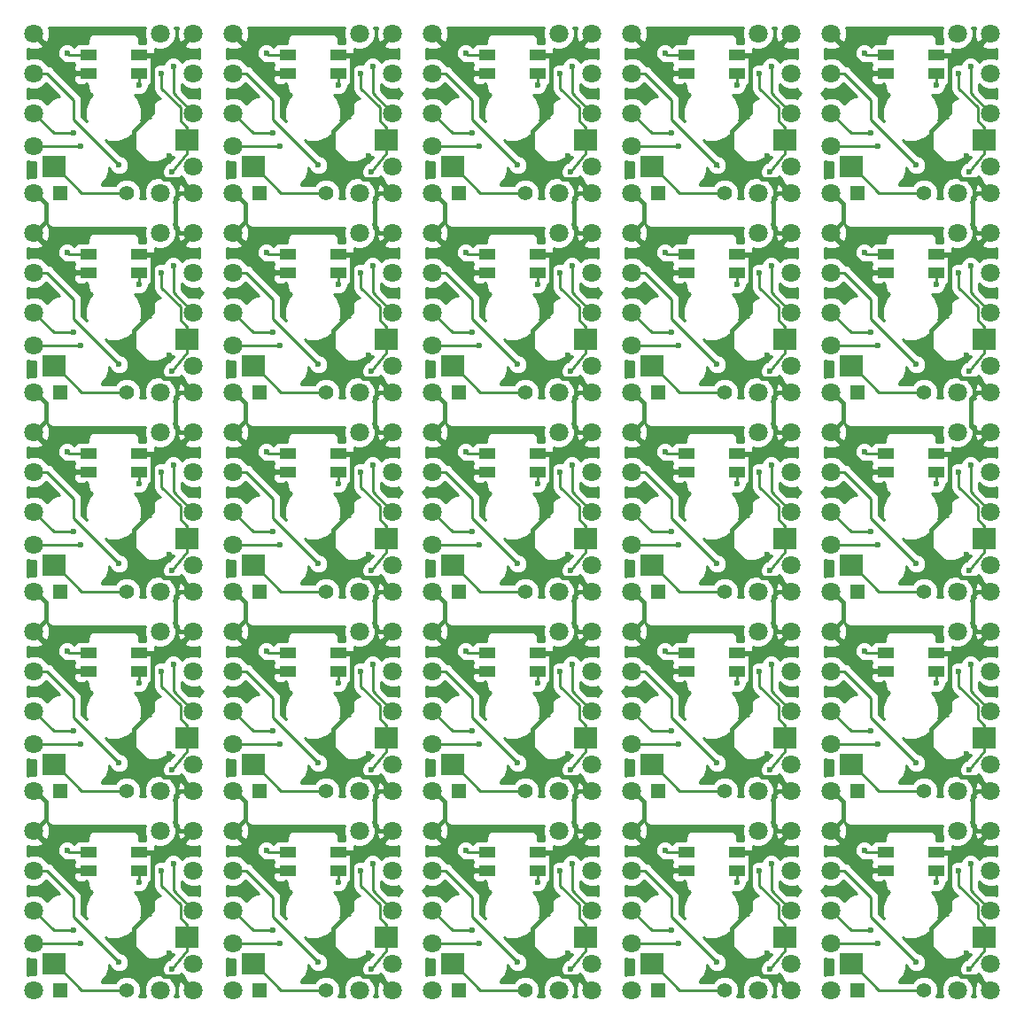
<source format=gbl>
G04 #@! TF.GenerationSoftware,KiCad,Pcbnew,5.0.2-bee76a0~70~ubuntu18.04.1*
G04 #@! TF.CreationDate,2019-03-26T01:29:58+09:00*
G04 #@! TF.ProjectId,altana,616c7461-6e61-42e6-9b69-6361645f7063,rev?*
G04 #@! TF.SameCoordinates,Original*
G04 #@! TF.FileFunction,Copper,L2,Bot*
G04 #@! TF.FilePolarity,Positive*
%FSLAX46Y46*%
G04 Gerber Fmt 4.6, Leading zero omitted, Abs format (unit mm)*
G04 Created by KiCad (PCBNEW 5.0.2-bee76a0~70~ubuntu18.04.1) date 2019年03月26日 01時29分58秒*
%MOMM*%
%LPD*%
G01*
G04 APERTURE LIST*
G04 #@! TA.AperFunction,SMDPad,CuDef*
%ADD10R,2.300000X2.000000*%
G04 #@! TD*
G04 #@! TA.AperFunction,ComponentPad*
%ADD11C,1.800000*%
G04 #@! TD*
G04 #@! TA.AperFunction,ComponentPad*
%ADD12R,1.400000X1.400000*%
G04 #@! TD*
G04 #@! TA.AperFunction,ComponentPad*
%ADD13C,1.400000*%
G04 #@! TD*
G04 #@! TA.AperFunction,SMDPad,CuDef*
%ADD14R,1.600000X1.000000*%
G04 #@! TD*
G04 #@! TA.AperFunction,ViaPad*
%ADD15C,0.600000*%
G04 #@! TD*
G04 #@! TA.AperFunction,Conductor*
%ADD16C,0.250000*%
G04 #@! TD*
G04 #@! TA.AperFunction,Conductor*
%ADD17C,0.400000*%
G04 #@! TD*
G04 #@! TA.AperFunction,Conductor*
%ADD18C,0.254000*%
G04 #@! TD*
G04 APERTURE END LIST*
D10*
G04 #@! TO.P,SW1,2*
G04 #@! TO.N,Net-(D1-Pad2)*
X68722000Y-40807000D03*
G04 #@! TO.P,SW1,1*
G04 #@! TO.N,/COL0*
X81422000Y-38267000D03*
G04 #@! TD*
G04 #@! TO.P,SW2,2*
G04 #@! TO.N,Net-(D2-Pad2)*
X87772000Y-40807000D03*
G04 #@! TO.P,SW2,1*
G04 #@! TO.N,/COL1*
X100472000Y-38267000D03*
G04 #@! TD*
G04 #@! TO.P,SW22,2*
G04 #@! TO.N,Net-(D22-Pad2)*
X87772000Y-117007000D03*
G04 #@! TO.P,SW22,1*
G04 #@! TO.N,/COL1*
X100472000Y-114467000D03*
G04 #@! TD*
G04 #@! TO.P,SW24,2*
G04 #@! TO.N,Net-(D24-Pad2)*
X125872000Y-117007000D03*
G04 #@! TO.P,SW24,1*
G04 #@! TO.N,/COL3*
X138572000Y-114467000D03*
G04 #@! TD*
G04 #@! TO.P,SW19,2*
G04 #@! TO.N,Net-(D19-Pad2)*
X125872000Y-97957000D03*
G04 #@! TO.P,SW19,1*
G04 #@! TO.N,/COL3*
X138572000Y-95417000D03*
G04 #@! TD*
G04 #@! TO.P,SW5,2*
G04 #@! TO.N,Net-(D5-Pad2)*
X144922000Y-40807000D03*
G04 #@! TO.P,SW5,1*
G04 #@! TO.N,/COL4*
X157622000Y-38267000D03*
G04 #@! TD*
G04 #@! TO.P,SW3,2*
G04 #@! TO.N,Net-(D3-Pad2)*
X106822000Y-40807000D03*
G04 #@! TO.P,SW3,1*
G04 #@! TO.N,/COL2*
X119522000Y-38267000D03*
G04 #@! TD*
G04 #@! TO.P,SW4,2*
G04 #@! TO.N,Net-(D4-Pad2)*
X125872000Y-40807000D03*
G04 #@! TO.P,SW4,1*
G04 #@! TO.N,/COL3*
X138572000Y-38267000D03*
G04 #@! TD*
G04 #@! TO.P,SW6,2*
G04 #@! TO.N,Net-(D6-Pad2)*
X68722000Y-59857000D03*
G04 #@! TO.P,SW6,1*
G04 #@! TO.N,/COL0*
X81422000Y-57317000D03*
G04 #@! TD*
G04 #@! TO.P,SW7,2*
G04 #@! TO.N,Net-(D7-Pad2)*
X87772000Y-59857000D03*
G04 #@! TO.P,SW7,1*
G04 #@! TO.N,/COL1*
X100472000Y-57317000D03*
G04 #@! TD*
G04 #@! TO.P,SW8,2*
G04 #@! TO.N,Net-(D8-Pad2)*
X106822000Y-59857000D03*
G04 #@! TO.P,SW8,1*
G04 #@! TO.N,/COL2*
X119522000Y-57317000D03*
G04 #@! TD*
G04 #@! TO.P,SW9,2*
G04 #@! TO.N,Net-(D9-Pad2)*
X125872000Y-59857000D03*
G04 #@! TO.P,SW9,1*
G04 #@! TO.N,/COL3*
X138572000Y-57317000D03*
G04 #@! TD*
G04 #@! TO.P,SW10,2*
G04 #@! TO.N,Net-(D10-Pad2)*
X144922000Y-59857000D03*
G04 #@! TO.P,SW10,1*
G04 #@! TO.N,/COL4*
X157622000Y-57317000D03*
G04 #@! TD*
G04 #@! TO.P,SW11,2*
G04 #@! TO.N,Net-(D11-Pad2)*
X68722000Y-78907000D03*
G04 #@! TO.P,SW11,1*
G04 #@! TO.N,/COL0*
X81422000Y-76367000D03*
G04 #@! TD*
G04 #@! TO.P,SW12,2*
G04 #@! TO.N,Net-(D12-Pad2)*
X87772000Y-78907000D03*
G04 #@! TO.P,SW12,1*
G04 #@! TO.N,/COL1*
X100472000Y-76367000D03*
G04 #@! TD*
G04 #@! TO.P,SW13,2*
G04 #@! TO.N,Net-(D13-Pad2)*
X106822000Y-78907000D03*
G04 #@! TO.P,SW13,1*
G04 #@! TO.N,/COL2*
X119522000Y-76367000D03*
G04 #@! TD*
G04 #@! TO.P,SW14,2*
G04 #@! TO.N,Net-(D14-Pad2)*
X125872000Y-78907000D03*
G04 #@! TO.P,SW14,1*
G04 #@! TO.N,/COL3*
X138572000Y-76367000D03*
G04 #@! TD*
G04 #@! TO.P,SW15,2*
G04 #@! TO.N,Net-(D15-Pad2)*
X144922000Y-78907000D03*
G04 #@! TO.P,SW15,1*
G04 #@! TO.N,/COL4*
X157622000Y-76367000D03*
G04 #@! TD*
G04 #@! TO.P,SW16,2*
G04 #@! TO.N,Net-(D16-Pad2)*
X68722000Y-97957000D03*
G04 #@! TO.P,SW16,1*
G04 #@! TO.N,/COL0*
X81422000Y-95417000D03*
G04 #@! TD*
G04 #@! TO.P,SW17,2*
G04 #@! TO.N,Net-(D17-Pad2)*
X87772000Y-97957000D03*
G04 #@! TO.P,SW17,1*
G04 #@! TO.N,/COL1*
X100472000Y-95417000D03*
G04 #@! TD*
G04 #@! TO.P,SW18,2*
G04 #@! TO.N,Net-(D18-Pad2)*
X106822000Y-97957000D03*
G04 #@! TO.P,SW18,1*
G04 #@! TO.N,/COL2*
X119522000Y-95417000D03*
G04 #@! TD*
G04 #@! TO.P,SW20,2*
G04 #@! TO.N,Net-(D20-Pad2)*
X144922000Y-97957000D03*
G04 #@! TO.P,SW20,1*
G04 #@! TO.N,/COL4*
X157622000Y-95417000D03*
G04 #@! TD*
G04 #@! TO.P,SW21,2*
G04 #@! TO.N,Net-(D21-Pad2)*
X68722000Y-117007000D03*
G04 #@! TO.P,SW21,1*
G04 #@! TO.N,/COL0*
X81422000Y-114467000D03*
G04 #@! TD*
G04 #@! TO.P,SW23,2*
G04 #@! TO.N,Net-(D23-Pad2)*
X106822000Y-117007000D03*
G04 #@! TO.P,SW23,1*
G04 #@! TO.N,/COL2*
X119522000Y-114467000D03*
G04 #@! TD*
G04 #@! TO.P,SW25,2*
G04 #@! TO.N,Net-(D25-Pad2)*
X144922000Y-117007000D03*
G04 #@! TO.P,SW25,1*
G04 #@! TO.N,/COL4*
X157622000Y-114467000D03*
G04 #@! TD*
D11*
G04 #@! TO.P,REF\002A\002A,1*
G04 #@! TO.N,/ROW1*
X120142000Y-54737000D03*
G04 #@! TD*
G04 #@! TO.P,REF\002A\002A,1*
G04 #@! TO.N,/ROW2*
X139192000Y-73787000D03*
G04 #@! TD*
G04 #@! TO.P,REF\002A\002A,1*
G04 #@! TO.N,/ROW2*
X123952000Y-73787000D03*
G04 #@! TD*
G04 #@! TO.P,REF\002A\002A,1*
G04 #@! TO.N,/COL0*
X78867000Y-43307000D03*
G04 #@! TD*
G04 #@! TO.P,REF\002A\002A,1*
G04 #@! TO.N,/COL0*
X78867000Y-28067000D03*
G04 #@! TD*
D12*
G04 #@! TO.P,D,1*
G04 #@! TO.N,/ROW0*
X69342000Y-43307000D03*
D13*
G04 #@! TO.P,D,2*
G04 #@! TO.N,Net-(D1-Pad2)*
X75692000Y-43307000D03*
G04 #@! TD*
D12*
G04 #@! TO.P,D,1*
G04 #@! TO.N,/ROW0*
X107442000Y-43307000D03*
D13*
G04 #@! TO.P,D,2*
G04 #@! TO.N,Net-(D3-Pad2)*
X113792000Y-43307000D03*
G04 #@! TD*
D14*
G04 #@! TO.P,L1,3*
G04 #@! TO.N,Net-(L1-Pad3)*
X91072000Y-30127000D03*
G04 #@! TO.P,L1,4*
G04 #@! TO.N,VCC*
X91072000Y-31877000D03*
G04 #@! TO.P,L1,1*
G04 #@! TO.N,Net-(L1-Pad1)*
X95872000Y-31877000D03*
G04 #@! TO.P,L1,2*
G04 #@! TO.N,GND*
X95872000Y-30127000D03*
G04 #@! TD*
G04 #@! TO.P,L1,3*
G04 #@! TO.N,Net-(L1-Pad3)*
X148222000Y-106327000D03*
G04 #@! TO.P,L1,4*
G04 #@! TO.N,VCC*
X148222000Y-108077000D03*
G04 #@! TO.P,L1,1*
G04 #@! TO.N,Net-(L1-Pad1)*
X153022000Y-108077000D03*
G04 #@! TO.P,L1,2*
G04 #@! TO.N,GND*
X153022000Y-106327000D03*
G04 #@! TD*
G04 #@! TO.P,L1,3*
G04 #@! TO.N,Net-(L1-Pad3)*
X129172000Y-106327000D03*
G04 #@! TO.P,L1,4*
G04 #@! TO.N,VCC*
X129172000Y-108077000D03*
G04 #@! TO.P,L1,1*
G04 #@! TO.N,Net-(L1-Pad1)*
X133972000Y-108077000D03*
G04 #@! TO.P,L1,2*
G04 #@! TO.N,GND*
X133972000Y-106327000D03*
G04 #@! TD*
G04 #@! TO.P,L1,3*
G04 #@! TO.N,Net-(L1-Pad3)*
X110122000Y-106327000D03*
G04 #@! TO.P,L1,4*
G04 #@! TO.N,VCC*
X110122000Y-108077000D03*
G04 #@! TO.P,L1,1*
G04 #@! TO.N,Net-(L1-Pad1)*
X114922000Y-108077000D03*
G04 #@! TO.P,L1,2*
G04 #@! TO.N,GND*
X114922000Y-106327000D03*
G04 #@! TD*
G04 #@! TO.P,L1,3*
G04 #@! TO.N,Net-(L1-Pad3)*
X91072000Y-106327000D03*
G04 #@! TO.P,L1,4*
G04 #@! TO.N,VCC*
X91072000Y-108077000D03*
G04 #@! TO.P,L1,1*
G04 #@! TO.N,Net-(L1-Pad1)*
X95872000Y-108077000D03*
G04 #@! TO.P,L1,2*
G04 #@! TO.N,GND*
X95872000Y-106327000D03*
G04 #@! TD*
G04 #@! TO.P,L1,3*
G04 #@! TO.N,Net-(L1-Pad3)*
X72022000Y-106327000D03*
G04 #@! TO.P,L1,4*
G04 #@! TO.N,VCC*
X72022000Y-108077000D03*
G04 #@! TO.P,L1,1*
G04 #@! TO.N,Net-(L1-Pad1)*
X76822000Y-108077000D03*
G04 #@! TO.P,L1,2*
G04 #@! TO.N,GND*
X76822000Y-106327000D03*
G04 #@! TD*
G04 #@! TO.P,L1,3*
G04 #@! TO.N,Net-(L1-Pad3)*
X148222000Y-87277000D03*
G04 #@! TO.P,L1,4*
G04 #@! TO.N,VCC*
X148222000Y-89027000D03*
G04 #@! TO.P,L1,1*
G04 #@! TO.N,Net-(L1-Pad1)*
X153022000Y-89027000D03*
G04 #@! TO.P,L1,2*
G04 #@! TO.N,GND*
X153022000Y-87277000D03*
G04 #@! TD*
G04 #@! TO.P,L1,3*
G04 #@! TO.N,Net-(L1-Pad3)*
X129172000Y-87277000D03*
G04 #@! TO.P,L1,4*
G04 #@! TO.N,VCC*
X129172000Y-89027000D03*
G04 #@! TO.P,L1,1*
G04 #@! TO.N,Net-(L1-Pad1)*
X133972000Y-89027000D03*
G04 #@! TO.P,L1,2*
G04 #@! TO.N,GND*
X133972000Y-87277000D03*
G04 #@! TD*
G04 #@! TO.P,L1,3*
G04 #@! TO.N,Net-(L1-Pad3)*
X110122000Y-87277000D03*
G04 #@! TO.P,L1,4*
G04 #@! TO.N,VCC*
X110122000Y-89027000D03*
G04 #@! TO.P,L1,1*
G04 #@! TO.N,Net-(L1-Pad1)*
X114922000Y-89027000D03*
G04 #@! TO.P,L1,2*
G04 #@! TO.N,GND*
X114922000Y-87277000D03*
G04 #@! TD*
G04 #@! TO.P,L1,3*
G04 #@! TO.N,Net-(L1-Pad3)*
X91072000Y-87277000D03*
G04 #@! TO.P,L1,4*
G04 #@! TO.N,VCC*
X91072000Y-89027000D03*
G04 #@! TO.P,L1,1*
G04 #@! TO.N,Net-(L1-Pad1)*
X95872000Y-89027000D03*
G04 #@! TO.P,L1,2*
G04 #@! TO.N,GND*
X95872000Y-87277000D03*
G04 #@! TD*
G04 #@! TO.P,L1,3*
G04 #@! TO.N,Net-(L1-Pad3)*
X72022000Y-87277000D03*
G04 #@! TO.P,L1,4*
G04 #@! TO.N,VCC*
X72022000Y-89027000D03*
G04 #@! TO.P,L1,1*
G04 #@! TO.N,Net-(L1-Pad1)*
X76822000Y-89027000D03*
G04 #@! TO.P,L1,2*
G04 #@! TO.N,GND*
X76822000Y-87277000D03*
G04 #@! TD*
G04 #@! TO.P,L1,3*
G04 #@! TO.N,Net-(L1-Pad3)*
X148222000Y-68227000D03*
G04 #@! TO.P,L1,4*
G04 #@! TO.N,VCC*
X148222000Y-69977000D03*
G04 #@! TO.P,L1,1*
G04 #@! TO.N,Net-(L1-Pad1)*
X153022000Y-69977000D03*
G04 #@! TO.P,L1,2*
G04 #@! TO.N,GND*
X153022000Y-68227000D03*
G04 #@! TD*
G04 #@! TO.P,L1,3*
G04 #@! TO.N,Net-(L1-Pad3)*
X129172000Y-68227000D03*
G04 #@! TO.P,L1,4*
G04 #@! TO.N,VCC*
X129172000Y-69977000D03*
G04 #@! TO.P,L1,1*
G04 #@! TO.N,Net-(L1-Pad1)*
X133972000Y-69977000D03*
G04 #@! TO.P,L1,2*
G04 #@! TO.N,GND*
X133972000Y-68227000D03*
G04 #@! TD*
G04 #@! TO.P,L1,3*
G04 #@! TO.N,Net-(L1-Pad3)*
X110122000Y-68227000D03*
G04 #@! TO.P,L1,4*
G04 #@! TO.N,VCC*
X110122000Y-69977000D03*
G04 #@! TO.P,L1,1*
G04 #@! TO.N,Net-(L1-Pad1)*
X114922000Y-69977000D03*
G04 #@! TO.P,L1,2*
G04 #@! TO.N,GND*
X114922000Y-68227000D03*
G04 #@! TD*
G04 #@! TO.P,L1,3*
G04 #@! TO.N,Net-(L1-Pad3)*
X91072000Y-68227000D03*
G04 #@! TO.P,L1,4*
G04 #@! TO.N,VCC*
X91072000Y-69977000D03*
G04 #@! TO.P,L1,1*
G04 #@! TO.N,Net-(L1-Pad1)*
X95872000Y-69977000D03*
G04 #@! TO.P,L1,2*
G04 #@! TO.N,GND*
X95872000Y-68227000D03*
G04 #@! TD*
G04 #@! TO.P,L1,3*
G04 #@! TO.N,Net-(L1-Pad3)*
X72022000Y-68227000D03*
G04 #@! TO.P,L1,4*
G04 #@! TO.N,VCC*
X72022000Y-69977000D03*
G04 #@! TO.P,L1,1*
G04 #@! TO.N,Net-(L1-Pad1)*
X76822000Y-69977000D03*
G04 #@! TO.P,L1,2*
G04 #@! TO.N,GND*
X76822000Y-68227000D03*
G04 #@! TD*
G04 #@! TO.P,L1,3*
G04 #@! TO.N,Net-(L1-Pad3)*
X148222000Y-49177000D03*
G04 #@! TO.P,L1,4*
G04 #@! TO.N,VCC*
X148222000Y-50927000D03*
G04 #@! TO.P,L1,1*
G04 #@! TO.N,Net-(L1-Pad1)*
X153022000Y-50927000D03*
G04 #@! TO.P,L1,2*
G04 #@! TO.N,GND*
X153022000Y-49177000D03*
G04 #@! TD*
G04 #@! TO.P,L1,3*
G04 #@! TO.N,Net-(L1-Pad3)*
X129172000Y-49177000D03*
G04 #@! TO.P,L1,4*
G04 #@! TO.N,VCC*
X129172000Y-50927000D03*
G04 #@! TO.P,L1,1*
G04 #@! TO.N,Net-(L1-Pad1)*
X133972000Y-50927000D03*
G04 #@! TO.P,L1,2*
G04 #@! TO.N,GND*
X133972000Y-49177000D03*
G04 #@! TD*
G04 #@! TO.P,L1,3*
G04 #@! TO.N,Net-(L1-Pad3)*
X110122000Y-49177000D03*
G04 #@! TO.P,L1,4*
G04 #@! TO.N,VCC*
X110122000Y-50927000D03*
G04 #@! TO.P,L1,1*
G04 #@! TO.N,Net-(L1-Pad1)*
X114922000Y-50927000D03*
G04 #@! TO.P,L1,2*
G04 #@! TO.N,GND*
X114922000Y-49177000D03*
G04 #@! TD*
G04 #@! TO.P,L1,3*
G04 #@! TO.N,Net-(L1-Pad3)*
X91072000Y-49177000D03*
G04 #@! TO.P,L1,4*
G04 #@! TO.N,VCC*
X91072000Y-50927000D03*
G04 #@! TO.P,L1,1*
G04 #@! TO.N,Net-(L1-Pad1)*
X95872000Y-50927000D03*
G04 #@! TO.P,L1,2*
G04 #@! TO.N,GND*
X95872000Y-49177000D03*
G04 #@! TD*
G04 #@! TO.P,L1,3*
G04 #@! TO.N,Net-(L1-Pad3)*
X72022000Y-49177000D03*
G04 #@! TO.P,L1,4*
G04 #@! TO.N,VCC*
X72022000Y-50927000D03*
G04 #@! TO.P,L1,1*
G04 #@! TO.N,Net-(L1-Pad1)*
X76822000Y-50927000D03*
G04 #@! TO.P,L1,2*
G04 #@! TO.N,GND*
X76822000Y-49177000D03*
G04 #@! TD*
G04 #@! TO.P,L1,3*
G04 #@! TO.N,Net-(L1-Pad3)*
X148222000Y-30127000D03*
G04 #@! TO.P,L1,4*
G04 #@! TO.N,VCC*
X148222000Y-31877000D03*
G04 #@! TO.P,L1,1*
G04 #@! TO.N,Net-(L1-Pad1)*
X153022000Y-31877000D03*
G04 #@! TO.P,L1,2*
G04 #@! TO.N,GND*
X153022000Y-30127000D03*
G04 #@! TD*
G04 #@! TO.P,L1,3*
G04 #@! TO.N,Net-(L1-Pad3)*
X129172000Y-30127000D03*
G04 #@! TO.P,L1,4*
G04 #@! TO.N,VCC*
X129172000Y-31877000D03*
G04 #@! TO.P,L1,1*
G04 #@! TO.N,Net-(L1-Pad1)*
X133972000Y-31877000D03*
G04 #@! TO.P,L1,2*
G04 #@! TO.N,GND*
X133972000Y-30127000D03*
G04 #@! TD*
G04 #@! TO.P,L1,3*
G04 #@! TO.N,Net-(L1-Pad3)*
X110122000Y-30127000D03*
G04 #@! TO.P,L1,4*
G04 #@! TO.N,VCC*
X110122000Y-31877000D03*
G04 #@! TO.P,L1,1*
G04 #@! TO.N,Net-(L1-Pad1)*
X114922000Y-31877000D03*
G04 #@! TO.P,L1,2*
G04 #@! TO.N,GND*
X114922000Y-30127000D03*
G04 #@! TD*
G04 #@! TO.P,L1,3*
G04 #@! TO.N,Net-(L1-Pad3)*
X72022000Y-30127000D03*
G04 #@! TO.P,L1,4*
G04 #@! TO.N,VCC*
X72022000Y-31877000D03*
G04 #@! TO.P,L1,1*
G04 #@! TO.N,Net-(L1-Pad1)*
X76822000Y-31877000D03*
G04 #@! TO.P,L1,2*
G04 #@! TO.N,GND*
X76822000Y-30127000D03*
G04 #@! TD*
D11*
G04 #@! TO.P,REF\002A\002A,1*
G04 #@! TO.N,/ROW4*
X158242000Y-111887000D03*
G04 #@! TD*
G04 #@! TO.P,REF\002A\002A,1*
G04 #@! TO.N,/ROW4*
X139192000Y-111887000D03*
G04 #@! TD*
G04 #@! TO.P,REF\002A\002A,1*
G04 #@! TO.N,/ROW4*
X120142000Y-111887000D03*
G04 #@! TD*
G04 #@! TO.P,REF\002A\002A,1*
G04 #@! TO.N,/ROW4*
X101092000Y-111887000D03*
G04 #@! TD*
G04 #@! TO.P,REF\002A\002A,1*
G04 #@! TO.N,/ROW4*
X143002000Y-111887000D03*
G04 #@! TD*
G04 #@! TO.P,REF\002A\002A,1*
G04 #@! TO.N,/ROW4*
X123952000Y-111887000D03*
G04 #@! TD*
G04 #@! TO.P,REF\002A\002A,1*
G04 #@! TO.N,/ROW4*
X104902000Y-111887000D03*
G04 #@! TD*
G04 #@! TO.P,REF\002A\002A,1*
G04 #@! TO.N,/ROW4*
X85852000Y-111887000D03*
G04 #@! TD*
G04 #@! TO.P,REF\002A\002A,1*
G04 #@! TO.N,/ROW3*
X158242000Y-92837000D03*
G04 #@! TD*
G04 #@! TO.P,REF\002A\002A,1*
G04 #@! TO.N,/ROW3*
X139192000Y-92837000D03*
G04 #@! TD*
G04 #@! TO.P,REF\002A\002A,1*
G04 #@! TO.N,/ROW3*
X120142000Y-92837000D03*
G04 #@! TD*
G04 #@! TO.P,REF\002A\002A,1*
G04 #@! TO.N,/ROW3*
X101092000Y-92837000D03*
G04 #@! TD*
G04 #@! TO.P,REF\002A\002A,1*
G04 #@! TO.N,/ROW3*
X143002000Y-92837000D03*
G04 #@! TD*
G04 #@! TO.P,REF\002A\002A,1*
G04 #@! TO.N,/ROW3*
X123952000Y-92837000D03*
G04 #@! TD*
G04 #@! TO.P,REF\002A\002A,1*
G04 #@! TO.N,/ROW3*
X104902000Y-92837000D03*
G04 #@! TD*
G04 #@! TO.P,REF\002A\002A,1*
G04 #@! TO.N,/ROW3*
X85852000Y-92837000D03*
G04 #@! TD*
G04 #@! TO.P,REF\002A\002A,1*
G04 #@! TO.N,/ROW2*
X143002000Y-73787000D03*
G04 #@! TD*
G04 #@! TO.P,REF\002A\002A,1*
G04 #@! TO.N,/ROW2*
X104902000Y-73787000D03*
G04 #@! TD*
G04 #@! TO.P,REF\002A\002A,1*
G04 #@! TO.N,/ROW2*
X85852000Y-73787000D03*
G04 #@! TD*
G04 #@! TO.P,REF\002A\002A,1*
G04 #@! TO.N,/ROW2*
X158242000Y-73787000D03*
G04 #@! TD*
G04 #@! TO.P,REF\002A\002A,1*
G04 #@! TO.N,/ROW2*
X120142000Y-73787000D03*
G04 #@! TD*
G04 #@! TO.P,REF\002A\002A,1*
G04 #@! TO.N,/ROW2*
X101092000Y-73787000D03*
G04 #@! TD*
G04 #@! TO.P,REF\002A\002A,1*
G04 #@! TO.N,Net-(L1-Pad3)*
X158242000Y-116967000D03*
G04 #@! TD*
G04 #@! TO.P,REF\002A\002A,1*
G04 #@! TO.N,Net-(L1-Pad3)*
X139192000Y-116967000D03*
G04 #@! TD*
G04 #@! TO.P,REF\002A\002A,1*
G04 #@! TO.N,Net-(L1-Pad3)*
X120142000Y-116967000D03*
G04 #@! TD*
G04 #@! TO.P,REF\002A\002A,1*
G04 #@! TO.N,Net-(L1-Pad3)*
X101092000Y-116967000D03*
G04 #@! TD*
G04 #@! TO.P,REF\002A\002A,1*
G04 #@! TO.N,Net-(L1-Pad3)*
X82042000Y-116967000D03*
G04 #@! TD*
G04 #@! TO.P,REF\002A\002A,1*
G04 #@! TO.N,Net-(L1-Pad3)*
X158242000Y-97917000D03*
G04 #@! TD*
G04 #@! TO.P,REF\002A\002A,1*
G04 #@! TO.N,Net-(L1-Pad3)*
X139192000Y-97917000D03*
G04 #@! TD*
G04 #@! TO.P,REF\002A\002A,1*
G04 #@! TO.N,Net-(L1-Pad3)*
X120142000Y-97917000D03*
G04 #@! TD*
G04 #@! TO.P,REF\002A\002A,1*
G04 #@! TO.N,Net-(L1-Pad3)*
X101092000Y-97917000D03*
G04 #@! TD*
G04 #@! TO.P,REF\002A\002A,1*
G04 #@! TO.N,Net-(L1-Pad3)*
X82042000Y-97917000D03*
G04 #@! TD*
G04 #@! TO.P,REF\002A\002A,1*
G04 #@! TO.N,Net-(L1-Pad3)*
X158242000Y-78867000D03*
G04 #@! TD*
G04 #@! TO.P,REF\002A\002A,1*
G04 #@! TO.N,Net-(L1-Pad3)*
X139192000Y-78867000D03*
G04 #@! TD*
G04 #@! TO.P,REF\002A\002A,1*
G04 #@! TO.N,Net-(L1-Pad3)*
X120142000Y-78867000D03*
G04 #@! TD*
G04 #@! TO.P,REF\002A\002A,1*
G04 #@! TO.N,Net-(L1-Pad3)*
X101092000Y-78867000D03*
G04 #@! TD*
G04 #@! TO.P,REF\002A\002A,1*
G04 #@! TO.N,Net-(L1-Pad3)*
X82042000Y-78867000D03*
G04 #@! TD*
G04 #@! TO.P,REF\002A\002A,1*
G04 #@! TO.N,Net-(L1-Pad3)*
X158242000Y-59817000D03*
G04 #@! TD*
G04 #@! TO.P,REF\002A\002A,1*
G04 #@! TO.N,Net-(L1-Pad3)*
X139192000Y-59817000D03*
G04 #@! TD*
G04 #@! TO.P,REF\002A\002A,1*
G04 #@! TO.N,Net-(L1-Pad3)*
X120142000Y-59817000D03*
G04 #@! TD*
G04 #@! TO.P,REF\002A\002A,1*
G04 #@! TO.N,Net-(L1-Pad3)*
X101092000Y-59817000D03*
G04 #@! TD*
G04 #@! TO.P,REF\002A\002A,1*
G04 #@! TO.N,Net-(L1-Pad3)*
X82042000Y-59817000D03*
G04 #@! TD*
G04 #@! TO.P,REF\002A\002A,1*
G04 #@! TO.N,Net-(L1-Pad3)*
X158242000Y-40767000D03*
G04 #@! TD*
G04 #@! TO.P,REF\002A\002A,1*
G04 #@! TO.N,Net-(L1-Pad3)*
X139192000Y-40767000D03*
G04 #@! TD*
G04 #@! TO.P,REF\002A\002A,1*
G04 #@! TO.N,Net-(L1-Pad3)*
X120142000Y-40767000D03*
G04 #@! TD*
G04 #@! TO.P,REF\002A\002A,1*
G04 #@! TO.N,Net-(L1-Pad3)*
X101092000Y-40767000D03*
G04 #@! TD*
G04 #@! TO.P,REF\002A\002A,1*
G04 #@! TO.N,Net-(L1-Pad3)*
X143002000Y-108077000D03*
G04 #@! TD*
G04 #@! TO.P,REF\002A\002A,1*
G04 #@! TO.N,Net-(L1-Pad3)*
X123952000Y-108077000D03*
G04 #@! TD*
G04 #@! TO.P,REF\002A\002A,1*
G04 #@! TO.N,Net-(L1-Pad3)*
X104902000Y-108077000D03*
G04 #@! TD*
G04 #@! TO.P,REF\002A\002A,1*
G04 #@! TO.N,Net-(L1-Pad3)*
X85852000Y-108077000D03*
G04 #@! TD*
G04 #@! TO.P,REF\002A\002A,1*
G04 #@! TO.N,Net-(L1-Pad3)*
X66802000Y-108077000D03*
G04 #@! TD*
G04 #@! TO.P,REF\002A\002A,1*
G04 #@! TO.N,Net-(L1-Pad3)*
X143002000Y-89027000D03*
G04 #@! TD*
G04 #@! TO.P,REF\002A\002A,1*
G04 #@! TO.N,Net-(L1-Pad3)*
X123952000Y-89027000D03*
G04 #@! TD*
G04 #@! TO.P,REF\002A\002A,1*
G04 #@! TO.N,Net-(L1-Pad3)*
X104902000Y-89027000D03*
G04 #@! TD*
G04 #@! TO.P,REF\002A\002A,1*
G04 #@! TO.N,Net-(L1-Pad3)*
X85852000Y-89027000D03*
G04 #@! TD*
G04 #@! TO.P,REF\002A\002A,1*
G04 #@! TO.N,Net-(L1-Pad3)*
X66802000Y-89027000D03*
G04 #@! TD*
G04 #@! TO.P,REF\002A\002A,1*
G04 #@! TO.N,Net-(L1-Pad3)*
X143002000Y-69977000D03*
G04 #@! TD*
G04 #@! TO.P,REF\002A\002A,1*
G04 #@! TO.N,Net-(L1-Pad3)*
X123952000Y-69977000D03*
G04 #@! TD*
G04 #@! TO.P,REF\002A\002A,1*
G04 #@! TO.N,Net-(L1-Pad3)*
X104902000Y-69977000D03*
G04 #@! TD*
G04 #@! TO.P,REF\002A\002A,1*
G04 #@! TO.N,Net-(L1-Pad3)*
X85852000Y-69977000D03*
G04 #@! TD*
G04 #@! TO.P,REF\002A\002A,1*
G04 #@! TO.N,Net-(L1-Pad3)*
X66802000Y-69977000D03*
G04 #@! TD*
G04 #@! TO.P,REF\002A\002A,1*
G04 #@! TO.N,Net-(L1-Pad3)*
X143002000Y-50927000D03*
G04 #@! TD*
G04 #@! TO.P,REF\002A\002A,1*
G04 #@! TO.N,Net-(L1-Pad3)*
X123952000Y-50927000D03*
G04 #@! TD*
G04 #@! TO.P,REF\002A\002A,1*
G04 #@! TO.N,Net-(L1-Pad3)*
X104902000Y-50927000D03*
G04 #@! TD*
G04 #@! TO.P,REF\002A\002A,1*
G04 #@! TO.N,Net-(L1-Pad3)*
X85852000Y-50927000D03*
G04 #@! TD*
G04 #@! TO.P,REF\002A\002A,1*
G04 #@! TO.N,Net-(L1-Pad3)*
X66802000Y-50927000D03*
G04 #@! TD*
G04 #@! TO.P,REF\002A\002A,1*
G04 #@! TO.N,Net-(L1-Pad3)*
X143002000Y-31877000D03*
G04 #@! TD*
G04 #@! TO.P,REF\002A\002A,1*
G04 #@! TO.N,Net-(L1-Pad3)*
X123952000Y-31877000D03*
G04 #@! TD*
G04 #@! TO.P,REF\002A\002A,1*
G04 #@! TO.N,Net-(L1-Pad3)*
X104902000Y-31877000D03*
G04 #@! TD*
G04 #@! TO.P,REF\002A\002A,1*
G04 #@! TO.N,Net-(L1-Pad3)*
X85852000Y-31877000D03*
G04 #@! TD*
G04 #@! TO.P,REF\002A\002A,1*
G04 #@! TO.N,Net-(L1-Pad1)*
X143002000Y-115062000D03*
G04 #@! TD*
G04 #@! TO.P,REF\002A\002A,1*
G04 #@! TO.N,Net-(L1-Pad1)*
X123952000Y-115062000D03*
G04 #@! TD*
G04 #@! TO.P,REF\002A\002A,1*
G04 #@! TO.N,Net-(L1-Pad1)*
X104902000Y-115062000D03*
G04 #@! TD*
G04 #@! TO.P,REF\002A\002A,1*
G04 #@! TO.N,Net-(L1-Pad1)*
X85852000Y-115062000D03*
G04 #@! TD*
G04 #@! TO.P,REF\002A\002A,1*
G04 #@! TO.N,Net-(L1-Pad1)*
X66802000Y-115062000D03*
G04 #@! TD*
G04 #@! TO.P,REF\002A\002A,1*
G04 #@! TO.N,Net-(L1-Pad1)*
X143002000Y-96012000D03*
G04 #@! TD*
G04 #@! TO.P,REF\002A\002A,1*
G04 #@! TO.N,Net-(L1-Pad1)*
X123952000Y-96012000D03*
G04 #@! TD*
G04 #@! TO.P,REF\002A\002A,1*
G04 #@! TO.N,Net-(L1-Pad1)*
X104902000Y-96012000D03*
G04 #@! TD*
G04 #@! TO.P,REF\002A\002A,1*
G04 #@! TO.N,Net-(L1-Pad1)*
X85852000Y-96012000D03*
G04 #@! TD*
G04 #@! TO.P,REF\002A\002A,1*
G04 #@! TO.N,Net-(L1-Pad1)*
X66802000Y-96012000D03*
G04 #@! TD*
G04 #@! TO.P,REF\002A\002A,1*
G04 #@! TO.N,Net-(L1-Pad1)*
X143002000Y-76962000D03*
G04 #@! TD*
G04 #@! TO.P,REF\002A\002A,1*
G04 #@! TO.N,Net-(L1-Pad1)*
X123952000Y-76962000D03*
G04 #@! TD*
G04 #@! TO.P,REF\002A\002A,1*
G04 #@! TO.N,Net-(L1-Pad1)*
X104902000Y-76962000D03*
G04 #@! TD*
G04 #@! TO.P,REF\002A\002A,1*
G04 #@! TO.N,Net-(L1-Pad1)*
X85852000Y-76962000D03*
G04 #@! TD*
G04 #@! TO.P,REF\002A\002A,1*
G04 #@! TO.N,Net-(L1-Pad1)*
X66802000Y-76962000D03*
G04 #@! TD*
G04 #@! TO.P,REF\002A\002A,1*
G04 #@! TO.N,Net-(L1-Pad1)*
X143002000Y-57912000D03*
G04 #@! TD*
G04 #@! TO.P,REF\002A\002A,1*
G04 #@! TO.N,Net-(L1-Pad1)*
X123952000Y-57912000D03*
G04 #@! TD*
G04 #@! TO.P,REF\002A\002A,1*
G04 #@! TO.N,Net-(L1-Pad1)*
X104902000Y-57912000D03*
G04 #@! TD*
G04 #@! TO.P,REF\002A\002A,1*
G04 #@! TO.N,Net-(L1-Pad1)*
X85852000Y-57912000D03*
G04 #@! TD*
G04 #@! TO.P,REF\002A\002A,1*
G04 #@! TO.N,Net-(L1-Pad1)*
X66802000Y-57912000D03*
G04 #@! TD*
G04 #@! TO.P,REF\002A\002A,1*
G04 #@! TO.N,Net-(L1-Pad1)*
X143002000Y-38862000D03*
G04 #@! TD*
G04 #@! TO.P,REF\002A\002A,1*
G04 #@! TO.N,Net-(L1-Pad1)*
X123952000Y-38862000D03*
G04 #@! TD*
G04 #@! TO.P,REF\002A\002A,1*
G04 #@! TO.N,Net-(L1-Pad1)*
X104902000Y-38862000D03*
G04 #@! TD*
G04 #@! TO.P,REF\002A\002A,1*
G04 #@! TO.N,Net-(L1-Pad1)*
X85852000Y-38862000D03*
G04 #@! TD*
G04 #@! TO.P,REF\002A\002A,1*
G04 #@! TO.N,Net-(L1-Pad1)*
X158242000Y-108077000D03*
G04 #@! TD*
G04 #@! TO.P,REF\002A\002A,1*
G04 #@! TO.N,Net-(L1-Pad1)*
X139192000Y-108077000D03*
G04 #@! TD*
G04 #@! TO.P,REF\002A\002A,1*
G04 #@! TO.N,Net-(L1-Pad1)*
X120142000Y-108077000D03*
G04 #@! TD*
G04 #@! TO.P,REF\002A\002A,1*
G04 #@! TO.N,Net-(L1-Pad1)*
X101092000Y-108077000D03*
G04 #@! TD*
G04 #@! TO.P,REF\002A\002A,1*
G04 #@! TO.N,Net-(L1-Pad1)*
X82042000Y-108077000D03*
G04 #@! TD*
G04 #@! TO.P,REF\002A\002A,1*
G04 #@! TO.N,Net-(L1-Pad1)*
X158242000Y-89027000D03*
G04 #@! TD*
G04 #@! TO.P,REF\002A\002A,1*
G04 #@! TO.N,Net-(L1-Pad1)*
X139192000Y-89027000D03*
G04 #@! TD*
G04 #@! TO.P,REF\002A\002A,1*
G04 #@! TO.N,Net-(L1-Pad1)*
X120142000Y-89027000D03*
G04 #@! TD*
G04 #@! TO.P,REF\002A\002A,1*
G04 #@! TO.N,Net-(L1-Pad1)*
X101092000Y-89027000D03*
G04 #@! TD*
G04 #@! TO.P,REF\002A\002A,1*
G04 #@! TO.N,Net-(L1-Pad1)*
X82042000Y-89027000D03*
G04 #@! TD*
G04 #@! TO.P,REF\002A\002A,1*
G04 #@! TO.N,Net-(L1-Pad1)*
X158242000Y-69977000D03*
G04 #@! TD*
G04 #@! TO.P,REF\002A\002A,1*
G04 #@! TO.N,Net-(L1-Pad1)*
X139192000Y-69977000D03*
G04 #@! TD*
G04 #@! TO.P,REF\002A\002A,1*
G04 #@! TO.N,Net-(L1-Pad1)*
X120142000Y-69977000D03*
G04 #@! TD*
G04 #@! TO.P,REF\002A\002A,1*
G04 #@! TO.N,Net-(L1-Pad1)*
X101092000Y-69977000D03*
G04 #@! TD*
G04 #@! TO.P,REF\002A\002A,1*
G04 #@! TO.N,Net-(L1-Pad1)*
X82042000Y-69977000D03*
G04 #@! TD*
G04 #@! TO.P,REF\002A\002A,1*
G04 #@! TO.N,Net-(L1-Pad1)*
X158242000Y-50927000D03*
G04 #@! TD*
G04 #@! TO.P,REF\002A\002A,1*
G04 #@! TO.N,Net-(L1-Pad1)*
X139192000Y-50927000D03*
G04 #@! TD*
G04 #@! TO.P,REF\002A\002A,1*
G04 #@! TO.N,Net-(L1-Pad1)*
X120142000Y-50927000D03*
G04 #@! TD*
G04 #@! TO.P,REF\002A\002A,1*
G04 #@! TO.N,Net-(L1-Pad1)*
X101092000Y-50927000D03*
G04 #@! TD*
G04 #@! TO.P,REF\002A\002A,1*
G04 #@! TO.N,Net-(L1-Pad1)*
X82042000Y-50927000D03*
G04 #@! TD*
G04 #@! TO.P,REF\002A\002A,1*
G04 #@! TO.N,Net-(L1-Pad1)*
X158242000Y-31877000D03*
G04 #@! TD*
G04 #@! TO.P,REF\002A\002A,1*
G04 #@! TO.N,Net-(L1-Pad1)*
X139192000Y-31877000D03*
G04 #@! TD*
G04 #@! TO.P,REF\002A\002A,1*
G04 #@! TO.N,Net-(L1-Pad1)*
X120142000Y-31877000D03*
G04 #@! TD*
G04 #@! TO.P,REF\002A\002A,1*
G04 #@! TO.N,Net-(L1-Pad1)*
X101092000Y-31877000D03*
G04 #@! TD*
G04 #@! TO.P,REF\002A\002A,1*
G04 #@! TO.N,/COL4*
X155067000Y-100457000D03*
G04 #@! TD*
G04 #@! TO.P,REF\002A\002A,1*
G04 #@! TO.N,VCC*
X143002000Y-119507000D03*
G04 #@! TD*
G04 #@! TO.P,REF\002A\002A,1*
G04 #@! TO.N,VCC*
X143002000Y-104267000D03*
G04 #@! TD*
G04 #@! TO.P,REF\002A\002A,1*
G04 #@! TO.N,GND*
X158242000Y-104267000D03*
G04 #@! TD*
G04 #@! TO.P,REF\002A\002A,1*
G04 #@! TO.N,/COL4*
X155067000Y-104267000D03*
G04 #@! TD*
G04 #@! TO.P,REF\002A\002A,1*
G04 #@! TO.N,GND*
X158242000Y-119507000D03*
G04 #@! TD*
G04 #@! TO.P,REF\002A\002A,1*
G04 #@! TO.N,/COL4*
X155067000Y-119507000D03*
G04 #@! TD*
G04 #@! TO.P,REF\002A\002A,1*
G04 #@! TO.N,VCC*
X123952000Y-119507000D03*
G04 #@! TD*
G04 #@! TO.P,REF\002A\002A,1*
G04 #@! TO.N,GND*
X139192000Y-119507000D03*
G04 #@! TD*
G04 #@! TO.P,REF\002A\002A,1*
G04 #@! TO.N,/COL3*
X136017000Y-104267000D03*
G04 #@! TD*
G04 #@! TO.P,REF\002A\002A,1*
G04 #@! TO.N,GND*
X139192000Y-104267000D03*
G04 #@! TD*
G04 #@! TO.P,REF\002A\002A,1*
G04 #@! TO.N,/COL3*
X136017000Y-119507000D03*
G04 #@! TD*
G04 #@! TO.P,REF\002A\002A,1*
G04 #@! TO.N,VCC*
X123952000Y-104267000D03*
G04 #@! TD*
G04 #@! TO.P,REF\002A\002A,1*
G04 #@! TO.N,VCC*
X104902000Y-104267000D03*
G04 #@! TD*
G04 #@! TO.P,REF\002A\002A,1*
G04 #@! TO.N,VCC*
X104902000Y-119507000D03*
G04 #@! TD*
G04 #@! TO.P,REF\002A\002A,1*
G04 #@! TO.N,GND*
X120142000Y-104267000D03*
G04 #@! TD*
G04 #@! TO.P,REF\002A\002A,1*
G04 #@! TO.N,GND*
X120142000Y-119507000D03*
G04 #@! TD*
G04 #@! TO.P,REF\002A\002A,1*
G04 #@! TO.N,/COL2*
X116967000Y-119507000D03*
G04 #@! TD*
G04 #@! TO.P,REF\002A\002A,1*
G04 #@! TO.N,/COL2*
X116967000Y-104267000D03*
G04 #@! TD*
G04 #@! TO.P,REF\002A\002A,1*
G04 #@! TO.N,/COL1*
X97917000Y-119507000D03*
G04 #@! TD*
G04 #@! TO.P,REF\002A\002A,1*
G04 #@! TO.N,GND*
X101092000Y-119507000D03*
G04 #@! TD*
G04 #@! TO.P,REF\002A\002A,1*
G04 #@! TO.N,VCC*
X85852000Y-104267000D03*
G04 #@! TD*
G04 #@! TO.P,REF\002A\002A,1*
G04 #@! TO.N,VCC*
X85852000Y-119507000D03*
G04 #@! TD*
G04 #@! TO.P,REF\002A\002A,1*
G04 #@! TO.N,GND*
X101092000Y-104267000D03*
G04 #@! TD*
G04 #@! TO.P,REF\002A\002A,1*
G04 #@! TO.N,/COL1*
X97917000Y-104267000D03*
G04 #@! TD*
G04 #@! TO.P,REF\002A\002A,1*
G04 #@! TO.N,GND*
X82042000Y-119507000D03*
G04 #@! TD*
G04 #@! TO.P,REF\002A\002A,1*
G04 #@! TO.N,/COL0*
X78867000Y-119507000D03*
G04 #@! TD*
G04 #@! TO.P,REF\002A\002A,1*
G04 #@! TO.N,/COL0*
X78867000Y-104267000D03*
G04 #@! TD*
G04 #@! TO.P,REF\002A\002A,1*
G04 #@! TO.N,VCC*
X66802000Y-119507000D03*
G04 #@! TD*
G04 #@! TO.P,REF\002A\002A,1*
G04 #@! TO.N,VCC*
X66802000Y-104267000D03*
G04 #@! TD*
G04 #@! TO.P,REF\002A\002A,1*
G04 #@! TO.N,/ROW4*
X82042000Y-111887000D03*
G04 #@! TD*
G04 #@! TO.P,REF\002A\002A,1*
G04 #@! TO.N,/ROW4*
X66802000Y-111887000D03*
G04 #@! TD*
G04 #@! TO.P,REF\002A\002A,1*
G04 #@! TO.N,GND*
X82042000Y-104267000D03*
G04 #@! TD*
G04 #@! TO.P,REF\002A\002A,1*
G04 #@! TO.N,GND*
X82042000Y-100457000D03*
G04 #@! TD*
G04 #@! TO.P,REF\002A\002A,1*
G04 #@! TO.N,/ROW3*
X66802000Y-92837000D03*
G04 #@! TD*
G04 #@! TO.P,REF\002A\002A,1*
G04 #@! TO.N,/COL0*
X78867000Y-85217000D03*
G04 #@! TD*
G04 #@! TO.P,REF\002A\002A,1*
G04 #@! TO.N,GND*
X82042000Y-85217000D03*
G04 #@! TD*
G04 #@! TO.P,REF\002A\002A,1*
G04 #@! TO.N,/ROW3*
X82042000Y-92837000D03*
G04 #@! TD*
G04 #@! TO.P,REF\002A\002A,1*
G04 #@! TO.N,/COL0*
X78867000Y-100457000D03*
G04 #@! TD*
G04 #@! TO.P,REF\002A\002A,1*
G04 #@! TO.N,VCC*
X66802000Y-85217000D03*
G04 #@! TD*
G04 #@! TO.P,REF\002A\002A,1*
G04 #@! TO.N,VCC*
X66802000Y-100457000D03*
G04 #@! TD*
G04 #@! TO.P,REF\002A\002A,1*
G04 #@! TO.N,GND*
X101092000Y-85217000D03*
G04 #@! TD*
G04 #@! TO.P,REF\002A\002A,1*
G04 #@! TO.N,VCC*
X85852000Y-85217000D03*
G04 #@! TD*
G04 #@! TO.P,REF\002A\002A,1*
G04 #@! TO.N,/COL1*
X97917000Y-85217000D03*
G04 #@! TD*
G04 #@! TO.P,REF\002A\002A,1*
G04 #@! TO.N,VCC*
X85852000Y-100457000D03*
G04 #@! TD*
G04 #@! TO.P,REF\002A\002A,1*
G04 #@! TO.N,/COL1*
X97917000Y-100457000D03*
G04 #@! TD*
G04 #@! TO.P,REF\002A\002A,1*
G04 #@! TO.N,GND*
X101092000Y-100457000D03*
G04 #@! TD*
G04 #@! TO.P,REF\002A\002A,1*
G04 #@! TO.N,/COL2*
X116967000Y-100457000D03*
G04 #@! TD*
G04 #@! TO.P,REF\002A\002A,1*
G04 #@! TO.N,VCC*
X104902000Y-85217000D03*
G04 #@! TD*
G04 #@! TO.P,REF\002A\002A,1*
G04 #@! TO.N,VCC*
X104902000Y-100457000D03*
G04 #@! TD*
G04 #@! TO.P,REF\002A\002A,1*
G04 #@! TO.N,/COL2*
X116967000Y-85217000D03*
G04 #@! TD*
G04 #@! TO.P,REF\002A\002A,1*
G04 #@! TO.N,GND*
X120142000Y-85217000D03*
G04 #@! TD*
G04 #@! TO.P,REF\002A\002A,1*
G04 #@! TO.N,GND*
X120142000Y-100457000D03*
G04 #@! TD*
G04 #@! TO.P,REF\002A\002A,1*
G04 #@! TO.N,VCC*
X123952000Y-100457000D03*
G04 #@! TD*
G04 #@! TO.P,REF\002A\002A,1*
G04 #@! TO.N,VCC*
X123952000Y-85217000D03*
G04 #@! TD*
G04 #@! TO.P,REF\002A\002A,1*
G04 #@! TO.N,GND*
X139192000Y-100457000D03*
G04 #@! TD*
G04 #@! TO.P,REF\002A\002A,1*
G04 #@! TO.N,/COL3*
X136017000Y-85217000D03*
G04 #@! TD*
G04 #@! TO.P,REF\002A\002A,1*
G04 #@! TO.N,/COL3*
X136017000Y-100457000D03*
G04 #@! TD*
G04 #@! TO.P,REF\002A\002A,1*
G04 #@! TO.N,GND*
X139192000Y-85217000D03*
G04 #@! TD*
G04 #@! TO.P,REF\002A\002A,1*
G04 #@! TO.N,VCC*
X143002000Y-100457000D03*
G04 #@! TD*
G04 #@! TO.P,REF\002A\002A,1*
G04 #@! TO.N,VCC*
X143002000Y-85217000D03*
G04 #@! TD*
G04 #@! TO.P,REF\002A\002A,1*
G04 #@! TO.N,GND*
X158242000Y-85217000D03*
G04 #@! TD*
G04 #@! TO.P,REF\002A\002A,1*
G04 #@! TO.N,GND*
X158242000Y-100457000D03*
G04 #@! TD*
G04 #@! TO.P,REF\002A\002A,1*
G04 #@! TO.N,/COL4*
X155067000Y-85217000D03*
G04 #@! TD*
G04 #@! TO.P,REF\002A\002A,1*
G04 #@! TO.N,/COL4*
X155067000Y-66167000D03*
G04 #@! TD*
G04 #@! TO.P,REF\002A\002A,1*
G04 #@! TO.N,VCC*
X143002000Y-66167000D03*
G04 #@! TD*
G04 #@! TO.P,REF\002A\002A,1*
G04 #@! TO.N,GND*
X158242000Y-66167000D03*
G04 #@! TD*
G04 #@! TO.P,REF\002A\002A,1*
G04 #@! TO.N,GND*
X158242000Y-81407000D03*
G04 #@! TD*
G04 #@! TO.P,REF\002A\002A,1*
G04 #@! TO.N,/COL4*
X155067000Y-81407000D03*
G04 #@! TD*
G04 #@! TO.P,REF\002A\002A,1*
G04 #@! TO.N,VCC*
X143002000Y-81407000D03*
G04 #@! TD*
G04 #@! TO.P,REF\002A\002A,1*
G04 #@! TO.N,/COL3*
X136017000Y-81407000D03*
G04 #@! TD*
G04 #@! TO.P,REF\002A\002A,1*
G04 #@! TO.N,GND*
X139192000Y-81407000D03*
G04 #@! TD*
G04 #@! TO.P,REF\002A\002A,1*
G04 #@! TO.N,VCC*
X123952000Y-81407000D03*
G04 #@! TD*
G04 #@! TO.P,REF\002A\002A,1*
G04 #@! TO.N,VCC*
X123952000Y-66167000D03*
G04 #@! TD*
G04 #@! TO.P,REF\002A\002A,1*
G04 #@! TO.N,/COL3*
X136017000Y-66167000D03*
G04 #@! TD*
G04 #@! TO.P,REF\002A\002A,1*
G04 #@! TO.N,GND*
X139192000Y-66167000D03*
G04 #@! TD*
G04 #@! TO.P,REF\002A\002A,1*
G04 #@! TO.N,GND*
X120142000Y-81407000D03*
G04 #@! TD*
G04 #@! TO.P,REF\002A\002A,1*
G04 #@! TO.N,VCC*
X104902000Y-81407000D03*
G04 #@! TD*
G04 #@! TO.P,REF\002A\002A,1*
G04 #@! TO.N,/COL2*
X116967000Y-66167000D03*
G04 #@! TD*
G04 #@! TO.P,REF\002A\002A,1*
G04 #@! TO.N,VCC*
X104902000Y-66167000D03*
G04 #@! TD*
G04 #@! TO.P,REF\002A\002A,1*
G04 #@! TO.N,GND*
X120142000Y-66167000D03*
G04 #@! TD*
G04 #@! TO.P,REF\002A\002A,1*
G04 #@! TO.N,/COL2*
X116967000Y-81407000D03*
G04 #@! TD*
G04 #@! TO.P,REF\002A\002A,1*
G04 #@! TO.N,VCC*
X85852000Y-66167000D03*
G04 #@! TD*
G04 #@! TO.P,REF\002A\002A,1*
G04 #@! TO.N,GND*
X101092000Y-81407000D03*
G04 #@! TD*
G04 #@! TO.P,REF\002A\002A,1*
G04 #@! TO.N,/COL1*
X97917000Y-66167000D03*
G04 #@! TD*
G04 #@! TO.P,REF\002A\002A,1*
G04 #@! TO.N,/COL1*
X97917000Y-81407000D03*
G04 #@! TD*
G04 #@! TO.P,REF\002A\002A,1*
G04 #@! TO.N,GND*
X101092000Y-66167000D03*
G04 #@! TD*
G04 #@! TO.P,REF\002A\002A,1*
G04 #@! TO.N,VCC*
X85852000Y-81407000D03*
G04 #@! TD*
G04 #@! TO.P,REF\002A\002A,1*
G04 #@! TO.N,VCC*
X66802000Y-81407000D03*
G04 #@! TD*
G04 #@! TO.P,REF\002A\002A,1*
G04 #@! TO.N,/COL0*
X78867000Y-66167000D03*
G04 #@! TD*
G04 #@! TO.P,REF\002A\002A,1*
G04 #@! TO.N,GND*
X82042000Y-81407000D03*
G04 #@! TD*
G04 #@! TO.P,REF\002A\002A,1*
G04 #@! TO.N,/COL0*
X78867000Y-81407000D03*
G04 #@! TD*
G04 #@! TO.P,REF\002A\002A,1*
G04 #@! TO.N,/ROW2*
X82042000Y-73787000D03*
G04 #@! TD*
G04 #@! TO.P,REF\002A\002A,1*
G04 #@! TO.N,GND*
X82042000Y-66167000D03*
G04 #@! TD*
G04 #@! TO.P,REF\002A\002A,1*
G04 #@! TO.N,VCC*
X66802000Y-66167000D03*
G04 #@! TD*
G04 #@! TO.P,REF\002A\002A,1*
G04 #@! TO.N,/ROW2*
X66802000Y-73787000D03*
G04 #@! TD*
G04 #@! TO.P,REF\002A\002A,1*
G04 #@! TO.N,VCC*
X104902000Y-62357000D03*
G04 #@! TD*
G04 #@! TO.P,REF\002A\002A,1*
G04 #@! TO.N,VCC*
X104902000Y-47117000D03*
G04 #@! TD*
G04 #@! TO.P,REF\002A\002A,1*
G04 #@! TO.N,/ROW1*
X104902000Y-54737000D03*
G04 #@! TD*
G04 #@! TO.P,REF\002A\002A,1*
G04 #@! TO.N,/COL2*
X116967000Y-62357000D03*
G04 #@! TD*
G04 #@! TO.P,REF\002A\002A,1*
G04 #@! TO.N,GND*
X120142000Y-47117000D03*
G04 #@! TD*
G04 #@! TO.P,REF\002A\002A,1*
G04 #@! TO.N,GND*
X120142000Y-62357000D03*
G04 #@! TD*
G04 #@! TO.P,REF\002A\002A,1*
G04 #@! TO.N,/COL2*
X116967000Y-47117000D03*
G04 #@! TD*
G04 #@! TO.P,REF\002A\002A,1*
G04 #@! TO.N,/COL3*
X136017000Y-47117000D03*
G04 #@! TD*
G04 #@! TO.P,REF\002A\002A,1*
G04 #@! TO.N,VCC*
X123952000Y-62357000D03*
G04 #@! TD*
G04 #@! TO.P,REF\002A\002A,1*
G04 #@! TO.N,/ROW1*
X139192000Y-54737000D03*
G04 #@! TD*
G04 #@! TO.P,REF\002A\002A,1*
G04 #@! TO.N,GND*
X139192000Y-47117000D03*
G04 #@! TD*
G04 #@! TO.P,REF\002A\002A,1*
G04 #@! TO.N,GND*
X139192000Y-62357000D03*
G04 #@! TD*
G04 #@! TO.P,REF\002A\002A,1*
G04 #@! TO.N,/ROW1*
X123952000Y-54737000D03*
G04 #@! TD*
G04 #@! TO.P,REF\002A\002A,1*
G04 #@! TO.N,/COL3*
X136017000Y-62357000D03*
G04 #@! TD*
G04 #@! TO.P,REF\002A\002A,1*
G04 #@! TO.N,VCC*
X123952000Y-47117000D03*
G04 #@! TD*
G04 #@! TO.P,REF\002A\002A,1*
G04 #@! TO.N,GND*
X158242000Y-47117000D03*
G04 #@! TD*
G04 #@! TO.P,REF\002A\002A,1*
G04 #@! TO.N,GND*
X158242000Y-62357000D03*
G04 #@! TD*
G04 #@! TO.P,REF\002A\002A,1*
G04 #@! TO.N,/ROW1*
X143002000Y-54737000D03*
G04 #@! TD*
G04 #@! TO.P,REF\002A\002A,1*
G04 #@! TO.N,/COL4*
X155067000Y-62357000D03*
G04 #@! TD*
G04 #@! TO.P,REF\002A\002A,1*
G04 #@! TO.N,/COL4*
X155067000Y-47117000D03*
G04 #@! TD*
G04 #@! TO.P,REF\002A\002A,1*
G04 #@! TO.N,VCC*
X143002000Y-47117000D03*
G04 #@! TD*
G04 #@! TO.P,REF\002A\002A,1*
G04 #@! TO.N,VCC*
X143002000Y-62357000D03*
G04 #@! TD*
G04 #@! TO.P,REF\002A\002A,1*
G04 #@! TO.N,/ROW1*
X158242000Y-54737000D03*
G04 #@! TD*
G04 #@! TO.P,REF\002A\002A,1*
G04 #@! TO.N,/COL4*
X155067000Y-43307000D03*
G04 #@! TD*
G04 #@! TO.P,REF\002A\002A,1*
G04 #@! TO.N,/COL4*
X155067000Y-28067000D03*
G04 #@! TD*
G04 #@! TO.P,REF\002A\002A,1*
G04 #@! TO.N,GND*
X158242000Y-28067000D03*
G04 #@! TD*
G04 #@! TO.P,REF\002A\002A,1*
G04 #@! TO.N,/ROW0*
X143002000Y-35687000D03*
G04 #@! TD*
G04 #@! TO.P,REF\002A\002A,1*
G04 #@! TO.N,VCC*
X143002000Y-43307000D03*
G04 #@! TD*
G04 #@! TO.P,REF\002A\002A,1*
G04 #@! TO.N,VCC*
X143002000Y-28067000D03*
G04 #@! TD*
G04 #@! TO.P,REF\002A\002A,1*
G04 #@! TO.N,/ROW0*
X158242000Y-35687000D03*
G04 #@! TD*
G04 #@! TO.P,REF\002A\002A,1*
G04 #@! TO.N,GND*
X158242000Y-43307000D03*
G04 #@! TD*
G04 #@! TO.P,REF\002A\002A,1*
G04 #@! TO.N,/COL3*
X136017000Y-28067000D03*
G04 #@! TD*
G04 #@! TO.P,REF\002A\002A,1*
G04 #@! TO.N,GND*
X139192000Y-28067000D03*
G04 #@! TD*
G04 #@! TO.P,REF\002A\002A,1*
G04 #@! TO.N,/ROW0*
X123952000Y-35687000D03*
G04 #@! TD*
G04 #@! TO.P,REF\002A\002A,1*
G04 #@! TO.N,VCC*
X123952000Y-43307000D03*
G04 #@! TD*
G04 #@! TO.P,REF\002A\002A,1*
G04 #@! TO.N,VCC*
X123952000Y-28067000D03*
G04 #@! TD*
G04 #@! TO.P,REF\002A\002A,1*
G04 #@! TO.N,/ROW0*
X139192000Y-35687000D03*
G04 #@! TD*
G04 #@! TO.P,REF\002A\002A,1*
G04 #@! TO.N,/COL3*
X136017000Y-43307000D03*
G04 #@! TD*
G04 #@! TO.P,REF\002A\002A,1*
G04 #@! TO.N,GND*
X139192000Y-43307000D03*
G04 #@! TD*
G04 #@! TO.P,REF\002A\002A,1*
G04 #@! TO.N,/ROW0*
X104902000Y-35687000D03*
G04 #@! TD*
G04 #@! TO.P,REF\002A\002A,1*
G04 #@! TO.N,VCC*
X104902000Y-43307000D03*
G04 #@! TD*
G04 #@! TO.P,REF\002A\002A,1*
G04 #@! TO.N,VCC*
X104902000Y-28067000D03*
G04 #@! TD*
G04 #@! TO.P,REF\002A\002A,1*
G04 #@! TO.N,/ROW0*
X120142000Y-35687000D03*
G04 #@! TD*
G04 #@! TO.P,REF\002A\002A,1*
G04 #@! TO.N,/COL2*
X116967000Y-28067000D03*
G04 #@! TD*
G04 #@! TO.P,REF\002A\002A,1*
G04 #@! TO.N,GND*
X120142000Y-43307000D03*
G04 #@! TD*
G04 #@! TO.P,REF\002A\002A,1*
G04 #@! TO.N,/COL2*
X116967000Y-43307000D03*
G04 #@! TD*
G04 #@! TO.P,REF\002A\002A,1*
G04 #@! TO.N,GND*
X120142000Y-28067000D03*
G04 #@! TD*
G04 #@! TO.P,REF\002A\002A,1*
G04 #@! TO.N,GND*
X101092000Y-62357000D03*
G04 #@! TD*
G04 #@! TO.P,REF\002A\002A,1*
G04 #@! TO.N,/COL1*
X97917000Y-62357000D03*
G04 #@! TD*
G04 #@! TO.P,REF\002A\002A,1*
G04 #@! TO.N,/ROW1*
X85852000Y-54737000D03*
G04 #@! TD*
G04 #@! TO.P,REF\002A\002A,1*
G04 #@! TO.N,VCC*
X85852000Y-62357000D03*
G04 #@! TD*
G04 #@! TO.P,REF\002A\002A,1*
G04 #@! TO.N,VCC*
X85852000Y-47117000D03*
G04 #@! TD*
G04 #@! TO.P,REF\002A\002A,1*
G04 #@! TO.N,/ROW1*
X101092000Y-54737000D03*
G04 #@! TD*
G04 #@! TO.P,REF\002A\002A,1*
G04 #@! TO.N,/COL1*
X97917000Y-47117000D03*
G04 #@! TD*
G04 #@! TO.P,REF\002A\002A,1*
G04 #@! TO.N,GND*
X101092000Y-47117000D03*
G04 #@! TD*
G04 #@! TO.P,REF\002A\002A,1*
G04 #@! TO.N,GND*
X82042000Y-62357000D03*
G04 #@! TD*
G04 #@! TO.P,REF\002A\002A,1*
G04 #@! TO.N,/COL0*
X78867000Y-62357000D03*
G04 #@! TD*
G04 #@! TO.P,REF\002A\002A,1*
G04 #@! TO.N,/ROW1*
X66802000Y-54737000D03*
G04 #@! TD*
G04 #@! TO.P,REF\002A\002A,1*
G04 #@! TO.N,/COL0*
X78867000Y-47117000D03*
G04 #@! TD*
G04 #@! TO.P,REF\002A\002A,1*
G04 #@! TO.N,/ROW1*
X82042000Y-54737000D03*
G04 #@! TD*
G04 #@! TO.P,REF\002A\002A,1*
G04 #@! TO.N,GND*
X82042000Y-47117000D03*
G04 #@! TD*
G04 #@! TO.P,REF\002A\002A,1*
G04 #@! TO.N,VCC*
X66802000Y-47117000D03*
G04 #@! TD*
G04 #@! TO.P,REF\002A\002A,1*
G04 #@! TO.N,VCC*
X66802000Y-62357000D03*
G04 #@! TD*
G04 #@! TO.P,REF\002A\002A,1*
G04 #@! TO.N,/ROW0*
X85852000Y-35687000D03*
G04 #@! TD*
G04 #@! TO.P,REF\002A\002A,1*
G04 #@! TO.N,/COL1*
X97917000Y-28067000D03*
G04 #@! TD*
G04 #@! TO.P,REF\002A\002A,1*
G04 #@! TO.N,VCC*
X85852000Y-28067000D03*
G04 #@! TD*
G04 #@! TO.P,REF\002A\002A,1*
G04 #@! TO.N,VCC*
X85852000Y-43307000D03*
G04 #@! TD*
G04 #@! TO.P,REF\002A\002A,1*
G04 #@! TO.N,GND*
X101092000Y-43307000D03*
G04 #@! TD*
G04 #@! TO.P,REF\002A\002A,1*
G04 #@! TO.N,GND*
X101092000Y-28067000D03*
G04 #@! TD*
G04 #@! TO.P,REF\002A\002A,1*
G04 #@! TO.N,/ROW0*
X101092000Y-35687000D03*
G04 #@! TD*
G04 #@! TO.P,REF\002A\002A,1*
G04 #@! TO.N,/COL1*
X97917000Y-43307000D03*
G04 #@! TD*
G04 #@! TO.P,REF\002A\002A,1*
G04 #@! TO.N,Net-(L1-Pad1)*
X66802000Y-38862000D03*
G04 #@! TD*
G04 #@! TO.P,REF\002A\002A,1*
G04 #@! TO.N,Net-(L1-Pad3)*
X66802000Y-31877000D03*
G04 #@! TD*
G04 #@! TO.P,REF\002A\002A,1*
G04 #@! TO.N,Net-(L1-Pad3)*
X82042000Y-40767000D03*
G04 #@! TD*
G04 #@! TO.P,REF\002A\002A,1*
G04 #@! TO.N,Net-(L1-Pad1)*
X82042000Y-31877000D03*
G04 #@! TD*
G04 #@! TO.P,REF\002A\002A,1*
G04 #@! TO.N,/ROW0*
X82042000Y-35687000D03*
G04 #@! TD*
G04 #@! TO.P,REF\002A\002A,1*
G04 #@! TO.N,/ROW0*
X66802000Y-35687000D03*
G04 #@! TD*
G04 #@! TO.P,REF\002A\002A,1*
G04 #@! TO.N,GND*
X82042000Y-28067000D03*
G04 #@! TD*
G04 #@! TO.P,REF\002A\002A,1*
G04 #@! TO.N,GND*
X82042000Y-43307000D03*
G04 #@! TD*
G04 #@! TO.P,REF\002A\002A,1*
G04 #@! TO.N,VCC*
X66802000Y-43307000D03*
G04 #@! TD*
G04 #@! TO.P,REF\002A\002A,1*
G04 #@! TO.N,VCC*
X66802000Y-28067000D03*
G04 #@! TD*
D12*
G04 #@! TO.P,D,1*
G04 #@! TO.N,/ROW1*
X69342000Y-62357000D03*
D13*
G04 #@! TO.P,D,2*
G04 #@! TO.N,Net-(D6-Pad2)*
X75692000Y-62357000D03*
G04 #@! TD*
D12*
G04 #@! TO.P,D,1*
G04 #@! TO.N,/ROW0*
X88392000Y-43307000D03*
D13*
G04 #@! TO.P,D,2*
G04 #@! TO.N,Net-(D2-Pad2)*
X94742000Y-43307000D03*
G04 #@! TD*
D12*
G04 #@! TO.P,D,1*
G04 #@! TO.N,/ROW0*
X126492000Y-43307000D03*
D13*
G04 #@! TO.P,D,2*
G04 #@! TO.N,Net-(D4-Pad2)*
X132842000Y-43307000D03*
G04 #@! TD*
D12*
G04 #@! TO.P,D,1*
G04 #@! TO.N,/ROW0*
X145542000Y-43307000D03*
D13*
G04 #@! TO.P,D,2*
G04 #@! TO.N,Net-(D5-Pad2)*
X151892000Y-43307000D03*
G04 #@! TD*
D12*
G04 #@! TO.P,D,1*
G04 #@! TO.N,/ROW1*
X88392000Y-62357000D03*
D13*
G04 #@! TO.P,D,2*
G04 #@! TO.N,Net-(D7-Pad2)*
X94742000Y-62357000D03*
G04 #@! TD*
D12*
G04 #@! TO.P,D,1*
G04 #@! TO.N,/ROW1*
X107442000Y-62357000D03*
D13*
G04 #@! TO.P,D,2*
G04 #@! TO.N,Net-(D8-Pad2)*
X113792000Y-62357000D03*
G04 #@! TD*
D12*
G04 #@! TO.P,D,1*
G04 #@! TO.N,/ROW1*
X126492000Y-62357000D03*
D13*
G04 #@! TO.P,D,2*
G04 #@! TO.N,Net-(D9-Pad2)*
X132842000Y-62357000D03*
G04 #@! TD*
D12*
G04 #@! TO.P,D,1*
G04 #@! TO.N,/ROW1*
X145542000Y-62357000D03*
D13*
G04 #@! TO.P,D,2*
G04 #@! TO.N,Net-(D10-Pad2)*
X151892000Y-62357000D03*
G04 #@! TD*
D12*
G04 #@! TO.P,D,1*
G04 #@! TO.N,/ROW2*
X69342000Y-81407000D03*
D13*
G04 #@! TO.P,D,2*
G04 #@! TO.N,Net-(D11-Pad2)*
X75692000Y-81407000D03*
G04 #@! TD*
D12*
G04 #@! TO.P,D,1*
G04 #@! TO.N,/ROW2*
X88392000Y-81407000D03*
D13*
G04 #@! TO.P,D,2*
G04 #@! TO.N,Net-(D12-Pad2)*
X94742000Y-81407000D03*
G04 #@! TD*
D12*
G04 #@! TO.P,D,1*
G04 #@! TO.N,/ROW2*
X107442000Y-81407000D03*
D13*
G04 #@! TO.P,D,2*
G04 #@! TO.N,Net-(D13-Pad2)*
X113792000Y-81407000D03*
G04 #@! TD*
D12*
G04 #@! TO.P,D,1*
G04 #@! TO.N,/ROW2*
X126492000Y-81407000D03*
D13*
G04 #@! TO.P,D,2*
G04 #@! TO.N,Net-(D14-Pad2)*
X132842000Y-81407000D03*
G04 #@! TD*
D12*
G04 #@! TO.P,D,1*
G04 #@! TO.N,/ROW2*
X145542000Y-81407000D03*
D13*
G04 #@! TO.P,D,2*
G04 #@! TO.N,Net-(D15-Pad2)*
X151892000Y-81407000D03*
G04 #@! TD*
D12*
G04 #@! TO.P,D,1*
G04 #@! TO.N,/ROW3*
X69342000Y-100457000D03*
D13*
G04 #@! TO.P,D,2*
G04 #@! TO.N,Net-(D16-Pad2)*
X75692000Y-100457000D03*
G04 #@! TD*
D12*
G04 #@! TO.P,D,1*
G04 #@! TO.N,/ROW3*
X88392000Y-100457000D03*
D13*
G04 #@! TO.P,D,2*
G04 #@! TO.N,Net-(D17-Pad2)*
X94742000Y-100457000D03*
G04 #@! TD*
D12*
G04 #@! TO.P,D,1*
G04 #@! TO.N,/ROW3*
X107442000Y-100457000D03*
D13*
G04 #@! TO.P,D,2*
G04 #@! TO.N,Net-(D18-Pad2)*
X113792000Y-100457000D03*
G04 #@! TD*
D12*
G04 #@! TO.P,D,1*
G04 #@! TO.N,/ROW3*
X126492000Y-100457000D03*
D13*
G04 #@! TO.P,D,2*
G04 #@! TO.N,Net-(D19-Pad2)*
X132842000Y-100457000D03*
G04 #@! TD*
D12*
G04 #@! TO.P,D,1*
G04 #@! TO.N,/ROW3*
X145542000Y-100457000D03*
D13*
G04 #@! TO.P,D,2*
G04 #@! TO.N,Net-(D20-Pad2)*
X151892000Y-100457000D03*
G04 #@! TD*
D12*
G04 #@! TO.P,D,1*
G04 #@! TO.N,/ROW4*
X69342000Y-119507000D03*
D13*
G04 #@! TO.P,D,2*
G04 #@! TO.N,Net-(D21-Pad2)*
X75692000Y-119507000D03*
G04 #@! TD*
D12*
G04 #@! TO.P,D,1*
G04 #@! TO.N,/ROW4*
X88392000Y-119507000D03*
D13*
G04 #@! TO.P,D,2*
G04 #@! TO.N,Net-(D22-Pad2)*
X94742000Y-119507000D03*
G04 #@! TD*
D12*
G04 #@! TO.P,D,1*
G04 #@! TO.N,/ROW4*
X107442000Y-119507000D03*
D13*
G04 #@! TO.P,D,2*
G04 #@! TO.N,Net-(D23-Pad2)*
X113792000Y-119507000D03*
G04 #@! TD*
D12*
G04 #@! TO.P,D,1*
G04 #@! TO.N,/ROW4*
X126492000Y-119507000D03*
D13*
G04 #@! TO.P,D,2*
G04 #@! TO.N,Net-(D24-Pad2)*
X132842000Y-119507000D03*
G04 #@! TD*
D12*
G04 #@! TO.P,D,1*
G04 #@! TO.N,/ROW4*
X145542000Y-119507000D03*
D13*
G04 #@! TO.P,D,2*
G04 #@! TO.N,Net-(D25-Pad2)*
X151892000Y-119507000D03*
G04 #@! TD*
D15*
G04 #@! TO.N,/ROW0*
X70612000Y-37592000D03*
X89662000Y-37592000D03*
X108712000Y-37592000D03*
X127762000Y-37592000D03*
X146812000Y-37592000D03*
X80137000Y-31242000D03*
X99187000Y-31242000D03*
X118237000Y-31242000D03*
X137287000Y-31242000D03*
X156337000Y-31242000D03*
G04 #@! TO.N,/ROW1*
X80137000Y-50292000D03*
X99187000Y-50292000D03*
X118237000Y-50292000D03*
X137287000Y-50292000D03*
X156337000Y-50292000D03*
X70612000Y-56642000D03*
X89662000Y-56642000D03*
X108712000Y-56642000D03*
X127762000Y-56642000D03*
X146812000Y-56642000D03*
G04 #@! TO.N,/ROW2*
X80137000Y-69342000D03*
X99187000Y-69342000D03*
X118237000Y-69342000D03*
X137287000Y-69342000D03*
X156337000Y-69342000D03*
X70612000Y-75692000D03*
X89662000Y-75692000D03*
X108712000Y-75692000D03*
X127762000Y-75692000D03*
X146812000Y-75692000D03*
G04 #@! TO.N,/ROW3*
X80137000Y-88392000D03*
X99187000Y-88392000D03*
X118237000Y-88392000D03*
X137287000Y-88392000D03*
X156337000Y-88392000D03*
X70612000Y-94742000D03*
X89662000Y-94742000D03*
X108712000Y-94742000D03*
X127762000Y-94742000D03*
X146812000Y-94742000D03*
G04 #@! TO.N,/ROW4*
X80137000Y-107442000D03*
X99187000Y-107442000D03*
X118237000Y-107442000D03*
X137287000Y-107442000D03*
X156337000Y-107442000D03*
X70612000Y-113792000D03*
X89662000Y-113792000D03*
X108712000Y-113792000D03*
X127762000Y-113792000D03*
X146812000Y-113792000D03*
G04 #@! TO.N,Net-(L1-Pad3)*
X69977000Y-29972000D03*
X89027000Y-29972000D03*
X108077000Y-29972000D03*
X127127000Y-29972000D03*
X146177000Y-29972000D03*
X69977000Y-49022000D03*
X89027000Y-49022000D03*
X108077000Y-49022000D03*
X127127000Y-49022000D03*
X146177000Y-49022000D03*
X69977000Y-68072000D03*
X89027000Y-68072000D03*
X108077000Y-68072000D03*
X127127000Y-68072000D03*
X146177000Y-68072000D03*
X69977000Y-87122000D03*
X89027000Y-87122000D03*
X108077000Y-87122000D03*
X127127000Y-87122000D03*
X146177000Y-87122000D03*
X69977000Y-106172000D03*
X89027000Y-106172000D03*
X108077000Y-106172000D03*
X127127000Y-106172000D03*
X146177000Y-106172000D03*
X74939999Y-40649999D03*
X93989999Y-40649999D03*
X113039999Y-40649999D03*
X132089999Y-40649999D03*
X151139999Y-40649999D03*
X74939999Y-59699999D03*
X93989999Y-59699999D03*
X113039999Y-59699999D03*
X132089999Y-59699999D03*
X151139999Y-59699999D03*
X74939999Y-78749999D03*
X93989999Y-78749999D03*
X113039999Y-78749999D03*
X132089999Y-78749999D03*
X151139999Y-78749999D03*
X74939999Y-97799999D03*
X93989999Y-97799999D03*
X113039999Y-97799999D03*
X132089999Y-97799999D03*
X151139999Y-97799999D03*
X74939999Y-116849999D03*
X93989999Y-116849999D03*
X113039999Y-116849999D03*
X132089999Y-116849999D03*
X151139999Y-116849999D03*
G04 #@! TO.N,Net-(L1-Pad1)*
X76822000Y-33007000D03*
X71247000Y-38862000D03*
X90297000Y-38862000D03*
X109347000Y-38862000D03*
X128397000Y-38862000D03*
X147447000Y-38862000D03*
X71247000Y-57912000D03*
X90297000Y-57912000D03*
X109347000Y-57912000D03*
X128397000Y-57912000D03*
X147447000Y-57912000D03*
X71247000Y-76962000D03*
X90297000Y-76962000D03*
X109347000Y-76962000D03*
X128397000Y-76962000D03*
X147447000Y-76962000D03*
X71247000Y-96012000D03*
X90297000Y-96012000D03*
X109347000Y-96012000D03*
X128397000Y-96012000D03*
X147447000Y-96012000D03*
X71247000Y-115062000D03*
X90297000Y-115062000D03*
X109347000Y-115062000D03*
X128397000Y-115062000D03*
X147447000Y-115062000D03*
X95872000Y-33007000D03*
X114922000Y-33007000D03*
X133972000Y-33007000D03*
X153022000Y-33007000D03*
X76822000Y-52057000D03*
X95872000Y-52057000D03*
X114922000Y-52057000D03*
X133972000Y-52057000D03*
X153022000Y-52057000D03*
X76822000Y-71107000D03*
X95872000Y-71107000D03*
X114922000Y-71107000D03*
X133972000Y-71107000D03*
X153022000Y-71107000D03*
X76822000Y-90157000D03*
X95872000Y-90157000D03*
X114922000Y-90157000D03*
X133972000Y-90157000D03*
X153022000Y-90157000D03*
X76822000Y-109207000D03*
X95872000Y-109207000D03*
X114922000Y-109207000D03*
X133972000Y-109207000D03*
X153022000Y-109207000D03*
G04 #@! TO.N,GND*
X76962000Y-42037000D03*
X82042000Y-29972000D03*
X79756000Y-39751000D03*
X78151999Y-30207001D03*
X98806000Y-39751000D03*
X117856000Y-39751000D03*
X136906000Y-39751000D03*
X155956000Y-39751000D03*
X79756000Y-58801000D03*
X98806000Y-58801000D03*
X117856000Y-58801000D03*
X136906000Y-58801000D03*
X155956000Y-58801000D03*
X79756000Y-77851000D03*
X98806000Y-77851000D03*
X117856000Y-77851000D03*
X136906000Y-77851000D03*
X155956000Y-77851000D03*
X79756000Y-96901000D03*
X98806000Y-96901000D03*
X117856000Y-96901000D03*
X136906000Y-96901000D03*
X155956000Y-96901000D03*
X79756000Y-115951000D03*
X98806000Y-115951000D03*
X117856000Y-115951000D03*
X136906000Y-115951000D03*
X155956000Y-115951000D03*
X101092000Y-29972000D03*
X120142000Y-29972000D03*
X139192000Y-29972000D03*
X158242000Y-29972000D03*
X82042000Y-49022000D03*
X101092000Y-49022000D03*
X120142000Y-49022000D03*
X139192000Y-49022000D03*
X158242000Y-49022000D03*
X82042000Y-68072000D03*
X101092000Y-68072000D03*
X120142000Y-68072000D03*
X139192000Y-68072000D03*
X158242000Y-68072000D03*
X82042000Y-87122000D03*
X101092000Y-87122000D03*
X120142000Y-87122000D03*
X139192000Y-87122000D03*
X158242000Y-87122000D03*
X82042000Y-106172000D03*
X101092000Y-106172000D03*
X120142000Y-106172000D03*
X139192000Y-106172000D03*
X158242000Y-106172000D03*
X96012000Y-42037000D03*
X115062000Y-42037000D03*
X134112000Y-42037000D03*
X153162000Y-42037000D03*
X76962000Y-61087000D03*
X96012000Y-61087000D03*
X115062000Y-61087000D03*
X134112000Y-61087000D03*
X153162000Y-61087000D03*
X76962000Y-80137000D03*
X96012000Y-80137000D03*
X115062000Y-80137000D03*
X134112000Y-80137000D03*
X153162000Y-80137000D03*
X76962000Y-99187000D03*
X96012000Y-99187000D03*
X115062000Y-99187000D03*
X134112000Y-99187000D03*
X153162000Y-99187000D03*
X76962000Y-118237000D03*
X96012000Y-118237000D03*
X115062000Y-118237000D03*
X134112000Y-118237000D03*
X153162000Y-118237000D03*
X97201999Y-33782000D03*
X116251999Y-33782000D03*
X135301999Y-33782000D03*
X154351999Y-33782000D03*
X78151999Y-52832000D03*
X97201999Y-52832000D03*
X116251999Y-52832000D03*
X135301999Y-52832000D03*
X154351999Y-52832000D03*
X78151999Y-71882000D03*
X97201999Y-71882000D03*
X116251999Y-71882000D03*
X135301999Y-71882000D03*
X154351999Y-71882000D03*
X78151999Y-90932000D03*
X97201999Y-90932000D03*
X116251999Y-90932000D03*
X135301999Y-90932000D03*
X154351999Y-90932000D03*
X78151999Y-109982000D03*
X97201999Y-109982000D03*
X116251999Y-109982000D03*
X135301999Y-109982000D03*
X154351999Y-109982000D03*
X97201999Y-30207001D03*
X116251999Y-30207001D03*
X135301999Y-30207001D03*
X154351999Y-30207001D03*
X78151999Y-49257001D03*
X97201999Y-49257001D03*
X116251999Y-49257001D03*
X135301999Y-49257001D03*
X154351999Y-49257001D03*
X78151999Y-68307001D03*
X97201999Y-68307001D03*
X116251999Y-68307001D03*
X135301999Y-68307001D03*
X154351999Y-68307001D03*
X78151999Y-87357001D03*
X97201999Y-87357001D03*
X116251999Y-87357001D03*
X135301999Y-87357001D03*
X154351999Y-87357001D03*
X78151999Y-106407001D03*
X97201999Y-106407001D03*
X116251999Y-106407001D03*
X135301999Y-106407001D03*
X154351999Y-106407001D03*
X81407000Y-33782000D03*
X100457000Y-33782000D03*
X119507000Y-33782000D03*
X138557000Y-33782000D03*
X157607000Y-33782000D03*
X81407000Y-52832000D03*
X100457000Y-52832000D03*
X119507000Y-52832000D03*
X138557000Y-52832000D03*
X157607000Y-52832000D03*
X81407000Y-71882000D03*
X100457000Y-71882000D03*
X119507000Y-71882000D03*
X138557000Y-71882000D03*
X157607000Y-71882000D03*
X81407000Y-90932000D03*
X100457000Y-90932000D03*
X119507000Y-90932000D03*
X138557000Y-90932000D03*
X157607000Y-90932000D03*
X81407000Y-109982000D03*
X100457000Y-109982000D03*
X119507000Y-109982000D03*
X138557000Y-109982000D03*
X157607000Y-109982000D03*
X78151999Y-33782000D03*
X75692000Y-39497000D03*
X94742000Y-39497000D03*
X113792000Y-39497000D03*
X132842000Y-39497000D03*
X151892000Y-39497000D03*
X75692000Y-58547000D03*
X94742000Y-58547000D03*
X113792000Y-58547000D03*
X132842000Y-58547000D03*
X151892000Y-58547000D03*
X75692000Y-77597000D03*
X94742000Y-77597000D03*
X113792000Y-77597000D03*
X132842000Y-77597000D03*
X151892000Y-77597000D03*
X75692000Y-96647000D03*
X94742000Y-96647000D03*
X113792000Y-96647000D03*
X132842000Y-96647000D03*
X151892000Y-96647000D03*
X75692000Y-115697000D03*
X94742000Y-115697000D03*
X113792000Y-115697000D03*
X132842000Y-115697000D03*
X151892000Y-115697000D03*
G04 #@! TO.N,/COL0*
X78994000Y-31877000D03*
X80010000Y-41275000D03*
X80010000Y-60325000D03*
X80010000Y-79375000D03*
X80010000Y-98425000D03*
X80010000Y-117475000D03*
X78994000Y-50927000D03*
X78994000Y-69977000D03*
X78994000Y-89027000D03*
X78994000Y-108077000D03*
G04 #@! TO.N,/COL1*
X98044000Y-31877000D03*
X98044000Y-50927000D03*
X98044000Y-69977000D03*
X98044000Y-89027000D03*
X98044000Y-108077000D03*
X99060000Y-41275000D03*
X99060000Y-60325000D03*
X99060000Y-79375000D03*
X99060000Y-98425000D03*
X99060000Y-117475000D03*
G04 #@! TO.N,/COL2*
X117094000Y-31877000D03*
X117094000Y-50927000D03*
X117094000Y-69977000D03*
X117094000Y-89027000D03*
X117094000Y-108077000D03*
X118110000Y-41275000D03*
X118110000Y-60325000D03*
X118110000Y-79375000D03*
X118110000Y-98425000D03*
X118110000Y-117475000D03*
G04 #@! TO.N,/COL3*
X136144000Y-31877000D03*
X136144000Y-50927000D03*
X136144000Y-69977000D03*
X136144000Y-89027000D03*
X136144000Y-108077000D03*
X137160000Y-41275000D03*
X137160000Y-60325000D03*
X137160000Y-79375000D03*
X137160000Y-98425000D03*
X137160000Y-117475000D03*
G04 #@! TO.N,/COL4*
X155194000Y-31877000D03*
X155194000Y-50927000D03*
X155194000Y-69977000D03*
X155194000Y-89027000D03*
X155194000Y-108077000D03*
X156210000Y-41275000D03*
X156210000Y-60325000D03*
X156210000Y-79375000D03*
X156210000Y-98425000D03*
X156210000Y-117475000D03*
G04 #@! TO.N,VCC*
X70612000Y-31877000D03*
X89662000Y-31877000D03*
X108712000Y-31877000D03*
X127762000Y-31877000D03*
X146812000Y-31877000D03*
X70612000Y-50927000D03*
X89662000Y-50927000D03*
X108712000Y-50927000D03*
X127762000Y-50927000D03*
X146812000Y-50927000D03*
X70612000Y-69977000D03*
X89662000Y-69977000D03*
X108712000Y-69977000D03*
X127762000Y-69977000D03*
X146812000Y-69977000D03*
X70612000Y-89027000D03*
X89662000Y-89027000D03*
X108712000Y-89027000D03*
X127762000Y-89027000D03*
X146812000Y-89027000D03*
X70612000Y-108077000D03*
X89662000Y-108077000D03*
X108712000Y-108077000D03*
X127762000Y-108077000D03*
X146812000Y-108077000D03*
X68707000Y-33782000D03*
X87757000Y-33782000D03*
X106807000Y-33782000D03*
X125857000Y-33782000D03*
X144907000Y-33782000D03*
X68707000Y-52832000D03*
X87757000Y-52832000D03*
X106807000Y-52832000D03*
X125857000Y-52832000D03*
X144907000Y-52832000D03*
X68707000Y-71882000D03*
X87757000Y-71882000D03*
X106807000Y-71882000D03*
X125857000Y-71882000D03*
X144907000Y-71882000D03*
X68707000Y-90932000D03*
X87757000Y-90932000D03*
X106807000Y-90932000D03*
X125857000Y-90932000D03*
X144907000Y-90932000D03*
X68707000Y-109982000D03*
X87757000Y-109982000D03*
X106807000Y-109982000D03*
X125857000Y-109982000D03*
X144907000Y-109982000D03*
X66802000Y-41402000D03*
X85852000Y-41402000D03*
X104902000Y-41402000D03*
X123952000Y-41402000D03*
X143002000Y-41402000D03*
X66802000Y-60452000D03*
X85852000Y-60452000D03*
X104902000Y-60452000D03*
X123952000Y-60452000D03*
X143002000Y-60452000D03*
X66802000Y-79502000D03*
X85852000Y-79502000D03*
X104902000Y-79502000D03*
X123952000Y-79502000D03*
X143002000Y-79502000D03*
X66802000Y-98552000D03*
X85852000Y-98552000D03*
X104902000Y-98552000D03*
X123952000Y-98552000D03*
X143002000Y-98552000D03*
X66802000Y-117602000D03*
X85852000Y-117602000D03*
X104902000Y-117602000D03*
X123952000Y-117602000D03*
X143002000Y-117602000D03*
G04 #@! TD*
D16*
G04 #@! TO.N,/ROW0*
X66802000Y-35687000D02*
X68707000Y-37592000D01*
X68707000Y-37592000D02*
X70612000Y-37592000D01*
X70612000Y-37592000D02*
X70612000Y-37592000D01*
X87757000Y-37592000D02*
X89662000Y-37592000D01*
X106807000Y-37592000D02*
X108712000Y-37592000D01*
X125857000Y-37592000D02*
X127762000Y-37592000D01*
X144907000Y-37592000D02*
X146812000Y-37592000D01*
X85852000Y-35687000D02*
X87757000Y-37592000D01*
X104902000Y-35687000D02*
X106807000Y-37592000D01*
X123952000Y-35687000D02*
X125857000Y-37592000D01*
X143002000Y-35687000D02*
X144907000Y-37592000D01*
X89662000Y-37592000D02*
X89662000Y-37592000D01*
X108712000Y-37592000D02*
X108712000Y-37592000D01*
X127762000Y-37592000D02*
X127762000Y-37592000D01*
X146812000Y-37592000D02*
X146812000Y-37592000D01*
X82042000Y-35687000D02*
X80137000Y-33782000D01*
X80137000Y-33782000D02*
X80137000Y-31242000D01*
X80137000Y-31242000D02*
X80137000Y-31242000D01*
X101092000Y-35687000D02*
X99187000Y-33782000D01*
X120142000Y-35687000D02*
X118237000Y-33782000D01*
X139192000Y-35687000D02*
X137287000Y-33782000D01*
X158242000Y-35687000D02*
X156337000Y-33782000D01*
X99187000Y-33782000D02*
X99187000Y-31242000D01*
X118237000Y-33782000D02*
X118237000Y-31242000D01*
X137287000Y-33782000D02*
X137287000Y-31242000D01*
X156337000Y-33782000D02*
X156337000Y-31242000D01*
G04 #@! TO.N,Net-(D1-Pad2)*
X74702051Y-43307000D02*
X75692000Y-43307000D01*
X71372000Y-43307000D02*
X74702051Y-43307000D01*
X68872000Y-40807000D02*
X71372000Y-43307000D01*
X68722000Y-40807000D02*
X68872000Y-40807000D01*
G04 #@! TO.N,Net-(D2-Pad2)*
X90422000Y-43307000D02*
X93752051Y-43307000D01*
X87922000Y-40807000D02*
X90422000Y-43307000D01*
X87772000Y-40807000D02*
X87922000Y-40807000D01*
X93752051Y-43307000D02*
X94742000Y-43307000D01*
G04 #@! TO.N,Net-(D3-Pad2)*
X109472000Y-43307000D02*
X112802051Y-43307000D01*
X106972000Y-40807000D02*
X109472000Y-43307000D01*
X106822000Y-40807000D02*
X106972000Y-40807000D01*
X112802051Y-43307000D02*
X113792000Y-43307000D01*
G04 #@! TO.N,Net-(D4-Pad2)*
X128522000Y-43307000D02*
X131852051Y-43307000D01*
X126022000Y-40807000D02*
X128522000Y-43307000D01*
X125872000Y-40807000D02*
X126022000Y-40807000D01*
X131852051Y-43307000D02*
X132842000Y-43307000D01*
G04 #@! TO.N,Net-(D5-Pad2)*
X147572000Y-43307000D02*
X150902051Y-43307000D01*
X145072000Y-40807000D02*
X147572000Y-43307000D01*
X144922000Y-40807000D02*
X145072000Y-40807000D01*
X150902051Y-43307000D02*
X151892000Y-43307000D01*
G04 #@! TO.N,/ROW1*
X82042000Y-54737000D02*
X80137000Y-52832000D01*
X101092000Y-54737000D02*
X99187000Y-52832000D01*
X120142000Y-54737000D02*
X118237000Y-52832000D01*
X139192000Y-54737000D02*
X137287000Y-52832000D01*
X158242000Y-54737000D02*
X156337000Y-52832000D01*
X80137000Y-52832000D02*
X80137000Y-50292000D01*
X99187000Y-52832000D02*
X99187000Y-50292000D01*
X118237000Y-52832000D02*
X118237000Y-50292000D01*
X137287000Y-52832000D02*
X137287000Y-50292000D01*
X156337000Y-52832000D02*
X156337000Y-50292000D01*
X68707000Y-56642000D02*
X70612000Y-56642000D01*
X87757000Y-56642000D02*
X89662000Y-56642000D01*
X106807000Y-56642000D02*
X108712000Y-56642000D01*
X125857000Y-56642000D02*
X127762000Y-56642000D01*
X144907000Y-56642000D02*
X146812000Y-56642000D01*
X66802000Y-54737000D02*
X68707000Y-56642000D01*
X85852000Y-54737000D02*
X87757000Y-56642000D01*
X104902000Y-54737000D02*
X106807000Y-56642000D01*
X123952000Y-54737000D02*
X125857000Y-56642000D01*
X143002000Y-54737000D02*
X144907000Y-56642000D01*
X70612000Y-56642000D02*
X70612000Y-56642000D01*
X89662000Y-56642000D02*
X89662000Y-56642000D01*
X108712000Y-56642000D02*
X108712000Y-56642000D01*
X127762000Y-56642000D02*
X127762000Y-56642000D01*
X146812000Y-56642000D02*
X146812000Y-56642000D01*
G04 #@! TO.N,Net-(D6-Pad2)*
X71372000Y-62357000D02*
X74702051Y-62357000D01*
X68872000Y-59857000D02*
X71372000Y-62357000D01*
X68722000Y-59857000D02*
X68872000Y-59857000D01*
X74702051Y-62357000D02*
X75692000Y-62357000D01*
G04 #@! TO.N,Net-(D7-Pad2)*
X90422000Y-62357000D02*
X93752051Y-62357000D01*
X87922000Y-59857000D02*
X90422000Y-62357000D01*
X87772000Y-59857000D02*
X87922000Y-59857000D01*
X93752051Y-62357000D02*
X94742000Y-62357000D01*
G04 #@! TO.N,Net-(D8-Pad2)*
X109472000Y-62357000D02*
X112802051Y-62357000D01*
X106972000Y-59857000D02*
X109472000Y-62357000D01*
X106822000Y-59857000D02*
X106972000Y-59857000D01*
X112802051Y-62357000D02*
X113792000Y-62357000D01*
G04 #@! TO.N,Net-(D9-Pad2)*
X128522000Y-62357000D02*
X131852051Y-62357000D01*
X126022000Y-59857000D02*
X128522000Y-62357000D01*
X125872000Y-59857000D02*
X126022000Y-59857000D01*
X131852051Y-62357000D02*
X132842000Y-62357000D01*
G04 #@! TO.N,Net-(D10-Pad2)*
X147572000Y-62357000D02*
X150902051Y-62357000D01*
X145072000Y-59857000D02*
X147572000Y-62357000D01*
X144922000Y-59857000D02*
X145072000Y-59857000D01*
X150902051Y-62357000D02*
X151892000Y-62357000D01*
G04 #@! TO.N,/ROW2*
X82042000Y-73787000D02*
X80137000Y-71882000D01*
X101092000Y-73787000D02*
X99187000Y-71882000D01*
X120142000Y-73787000D02*
X118237000Y-71882000D01*
X139192000Y-73787000D02*
X137287000Y-71882000D01*
X158242000Y-73787000D02*
X156337000Y-71882000D01*
X80137000Y-71882000D02*
X80137000Y-69342000D01*
X99187000Y-71882000D02*
X99187000Y-69342000D01*
X118237000Y-71882000D02*
X118237000Y-69342000D01*
X137287000Y-71882000D02*
X137287000Y-69342000D01*
X156337000Y-71882000D02*
X156337000Y-69342000D01*
X68707000Y-75692000D02*
X70612000Y-75692000D01*
X87757000Y-75692000D02*
X89662000Y-75692000D01*
X106807000Y-75692000D02*
X108712000Y-75692000D01*
X125857000Y-75692000D02*
X127762000Y-75692000D01*
X144907000Y-75692000D02*
X146812000Y-75692000D01*
X66802000Y-73787000D02*
X68707000Y-75692000D01*
X85852000Y-73787000D02*
X87757000Y-75692000D01*
X104902000Y-73787000D02*
X106807000Y-75692000D01*
X123952000Y-73787000D02*
X125857000Y-75692000D01*
X143002000Y-73787000D02*
X144907000Y-75692000D01*
X70612000Y-75692000D02*
X70612000Y-75692000D01*
X89662000Y-75692000D02*
X89662000Y-75692000D01*
X108712000Y-75692000D02*
X108712000Y-75692000D01*
X127762000Y-75692000D02*
X127762000Y-75692000D01*
X146812000Y-75692000D02*
X146812000Y-75692000D01*
G04 #@! TO.N,Net-(D11-Pad2)*
X71372000Y-81407000D02*
X74702051Y-81407000D01*
X68872000Y-78907000D02*
X71372000Y-81407000D01*
X68722000Y-78907000D02*
X68872000Y-78907000D01*
X74702051Y-81407000D02*
X75692000Y-81407000D01*
G04 #@! TO.N,Net-(D12-Pad2)*
X90422000Y-81407000D02*
X93752051Y-81407000D01*
X87922000Y-78907000D02*
X90422000Y-81407000D01*
X87772000Y-78907000D02*
X87922000Y-78907000D01*
X93752051Y-81407000D02*
X94742000Y-81407000D01*
G04 #@! TO.N,Net-(D13-Pad2)*
X109472000Y-81407000D02*
X112802051Y-81407000D01*
X106972000Y-78907000D02*
X109472000Y-81407000D01*
X106822000Y-78907000D02*
X106972000Y-78907000D01*
X112802051Y-81407000D02*
X113792000Y-81407000D01*
G04 #@! TO.N,Net-(D14-Pad2)*
X128522000Y-81407000D02*
X131852051Y-81407000D01*
X126022000Y-78907000D02*
X128522000Y-81407000D01*
X125872000Y-78907000D02*
X126022000Y-78907000D01*
X131852051Y-81407000D02*
X132842000Y-81407000D01*
G04 #@! TO.N,Net-(D15-Pad2)*
X147572000Y-81407000D02*
X150902051Y-81407000D01*
X145072000Y-78907000D02*
X147572000Y-81407000D01*
X144922000Y-78907000D02*
X145072000Y-78907000D01*
X150902051Y-81407000D02*
X151892000Y-81407000D01*
G04 #@! TO.N,/ROW3*
X82042000Y-92837000D02*
X80137000Y-90932000D01*
X101092000Y-92837000D02*
X99187000Y-90932000D01*
X120142000Y-92837000D02*
X118237000Y-90932000D01*
X139192000Y-92837000D02*
X137287000Y-90932000D01*
X158242000Y-92837000D02*
X156337000Y-90932000D01*
X80137000Y-90932000D02*
X80137000Y-88392000D01*
X99187000Y-90932000D02*
X99187000Y-88392000D01*
X118237000Y-90932000D02*
X118237000Y-88392000D01*
X137287000Y-90932000D02*
X137287000Y-88392000D01*
X156337000Y-90932000D02*
X156337000Y-88392000D01*
X68707000Y-94742000D02*
X70612000Y-94742000D01*
X87757000Y-94742000D02*
X89662000Y-94742000D01*
X106807000Y-94742000D02*
X108712000Y-94742000D01*
X125857000Y-94742000D02*
X127762000Y-94742000D01*
X144907000Y-94742000D02*
X146812000Y-94742000D01*
X66802000Y-92837000D02*
X68707000Y-94742000D01*
X85852000Y-92837000D02*
X87757000Y-94742000D01*
X104902000Y-92837000D02*
X106807000Y-94742000D01*
X123952000Y-92837000D02*
X125857000Y-94742000D01*
X143002000Y-92837000D02*
X144907000Y-94742000D01*
X70612000Y-94742000D02*
X70612000Y-94742000D01*
X89662000Y-94742000D02*
X89662000Y-94742000D01*
X108712000Y-94742000D02*
X108712000Y-94742000D01*
X127762000Y-94742000D02*
X127762000Y-94742000D01*
X146812000Y-94742000D02*
X146812000Y-94742000D01*
G04 #@! TO.N,Net-(D16-Pad2)*
X71372000Y-100457000D02*
X74702051Y-100457000D01*
X68872000Y-97957000D02*
X71372000Y-100457000D01*
X68722000Y-97957000D02*
X68872000Y-97957000D01*
X74702051Y-100457000D02*
X75692000Y-100457000D01*
G04 #@! TO.N,Net-(D17-Pad2)*
X90422000Y-100457000D02*
X93752051Y-100457000D01*
X87922000Y-97957000D02*
X90422000Y-100457000D01*
X87772000Y-97957000D02*
X87922000Y-97957000D01*
X93752051Y-100457000D02*
X94742000Y-100457000D01*
G04 #@! TO.N,Net-(D18-Pad2)*
X109472000Y-100457000D02*
X112802051Y-100457000D01*
X106972000Y-97957000D02*
X109472000Y-100457000D01*
X106822000Y-97957000D02*
X106972000Y-97957000D01*
X112802051Y-100457000D02*
X113792000Y-100457000D01*
G04 #@! TO.N,Net-(D19-Pad2)*
X128522000Y-100457000D02*
X131852051Y-100457000D01*
X126022000Y-97957000D02*
X128522000Y-100457000D01*
X125872000Y-97957000D02*
X126022000Y-97957000D01*
X131852051Y-100457000D02*
X132842000Y-100457000D01*
G04 #@! TO.N,Net-(D20-Pad2)*
X147572000Y-100457000D02*
X150902051Y-100457000D01*
X145072000Y-97957000D02*
X147572000Y-100457000D01*
X144922000Y-97957000D02*
X145072000Y-97957000D01*
X150902051Y-100457000D02*
X151892000Y-100457000D01*
G04 #@! TO.N,/ROW4*
X82042000Y-111887000D02*
X80137000Y-109982000D01*
X101092000Y-111887000D02*
X99187000Y-109982000D01*
X120142000Y-111887000D02*
X118237000Y-109982000D01*
X139192000Y-111887000D02*
X137287000Y-109982000D01*
X158242000Y-111887000D02*
X156337000Y-109982000D01*
X80137000Y-109982000D02*
X80137000Y-107442000D01*
X99187000Y-109982000D02*
X99187000Y-107442000D01*
X118237000Y-109982000D02*
X118237000Y-107442000D01*
X137287000Y-109982000D02*
X137287000Y-107442000D01*
X156337000Y-109982000D02*
X156337000Y-107442000D01*
X68707000Y-113792000D02*
X70612000Y-113792000D01*
X87757000Y-113792000D02*
X89662000Y-113792000D01*
X106807000Y-113792000D02*
X108712000Y-113792000D01*
X125857000Y-113792000D02*
X127762000Y-113792000D01*
X144907000Y-113792000D02*
X146812000Y-113792000D01*
X66802000Y-111887000D02*
X68707000Y-113792000D01*
X85852000Y-111887000D02*
X87757000Y-113792000D01*
X104902000Y-111887000D02*
X106807000Y-113792000D01*
X123952000Y-111887000D02*
X125857000Y-113792000D01*
X143002000Y-111887000D02*
X144907000Y-113792000D01*
X70612000Y-113792000D02*
X70612000Y-113792000D01*
X89662000Y-113792000D02*
X89662000Y-113792000D01*
X108712000Y-113792000D02*
X108712000Y-113792000D01*
X127762000Y-113792000D02*
X127762000Y-113792000D01*
X146812000Y-113792000D02*
X146812000Y-113792000D01*
G04 #@! TO.N,Net-(D21-Pad2)*
X71372000Y-119507000D02*
X74702051Y-119507000D01*
X68872000Y-117007000D02*
X71372000Y-119507000D01*
X68722000Y-117007000D02*
X68872000Y-117007000D01*
X74702051Y-119507000D02*
X75692000Y-119507000D01*
G04 #@! TO.N,Net-(D22-Pad2)*
X90422000Y-119507000D02*
X93752051Y-119507000D01*
X87922000Y-117007000D02*
X90422000Y-119507000D01*
X87772000Y-117007000D02*
X87922000Y-117007000D01*
X93752051Y-119507000D02*
X94742000Y-119507000D01*
G04 #@! TO.N,Net-(D23-Pad2)*
X109472000Y-119507000D02*
X112802051Y-119507000D01*
X106972000Y-117007000D02*
X109472000Y-119507000D01*
X106822000Y-117007000D02*
X106972000Y-117007000D01*
X112802051Y-119507000D02*
X113792000Y-119507000D01*
G04 #@! TO.N,Net-(D24-Pad2)*
X128522000Y-119507000D02*
X131852051Y-119507000D01*
X126022000Y-117007000D02*
X128522000Y-119507000D01*
X125872000Y-117007000D02*
X126022000Y-117007000D01*
X131852051Y-119507000D02*
X132842000Y-119507000D01*
G04 #@! TO.N,Net-(D25-Pad2)*
X147572000Y-119507000D02*
X150902051Y-119507000D01*
X145072000Y-117007000D02*
X147572000Y-119507000D01*
X144922000Y-117007000D02*
X145072000Y-117007000D01*
X150902051Y-119507000D02*
X151892000Y-119507000D01*
G04 #@! TO.N,Net-(L1-Pad3)*
X70132000Y-30127000D02*
X69977000Y-29972000D01*
X72022000Y-30127000D02*
X70132000Y-30127000D01*
X68074792Y-31877000D02*
X66802000Y-31877000D01*
X70617001Y-34419209D02*
X68074792Y-31877000D01*
X70617001Y-36327001D02*
X70617001Y-34419209D01*
X127767001Y-34419209D02*
X125224792Y-31877000D01*
X132207000Y-40767000D02*
X127767001Y-36327001D01*
X91072000Y-30127000D02*
X89182000Y-30127000D01*
X110122000Y-30127000D02*
X108232000Y-30127000D01*
X129172000Y-30127000D02*
X127282000Y-30127000D01*
X148222000Y-30127000D02*
X146332000Y-30127000D01*
X72022000Y-49177000D02*
X70132000Y-49177000D01*
X91072000Y-49177000D02*
X89182000Y-49177000D01*
X110122000Y-49177000D02*
X108232000Y-49177000D01*
X129172000Y-49177000D02*
X127282000Y-49177000D01*
X148222000Y-49177000D02*
X146332000Y-49177000D01*
X72022000Y-68227000D02*
X70132000Y-68227000D01*
X91072000Y-68227000D02*
X89182000Y-68227000D01*
X110122000Y-68227000D02*
X108232000Y-68227000D01*
X129172000Y-68227000D02*
X127282000Y-68227000D01*
X148222000Y-68227000D02*
X146332000Y-68227000D01*
X72022000Y-87277000D02*
X70132000Y-87277000D01*
X91072000Y-87277000D02*
X89182000Y-87277000D01*
X110122000Y-87277000D02*
X108232000Y-87277000D01*
X129172000Y-87277000D02*
X127282000Y-87277000D01*
X148222000Y-87277000D02*
X146332000Y-87277000D01*
X72022000Y-106327000D02*
X70132000Y-106327000D01*
X91072000Y-106327000D02*
X89182000Y-106327000D01*
X110122000Y-106327000D02*
X108232000Y-106327000D01*
X129172000Y-106327000D02*
X127282000Y-106327000D01*
X148222000Y-106327000D02*
X146332000Y-106327000D01*
X127767001Y-36327001D02*
X127767001Y-34419209D01*
X125224792Y-31877000D02*
X123952000Y-31877000D01*
X89182000Y-30127000D02*
X89027000Y-29972000D01*
X108232000Y-30127000D02*
X108077000Y-29972000D01*
X127282000Y-30127000D02*
X127127000Y-29972000D01*
X146332000Y-30127000D02*
X146177000Y-29972000D01*
X70132000Y-49177000D02*
X69977000Y-49022000D01*
X89182000Y-49177000D02*
X89027000Y-49022000D01*
X108232000Y-49177000D02*
X108077000Y-49022000D01*
X127282000Y-49177000D02*
X127127000Y-49022000D01*
X146332000Y-49177000D02*
X146177000Y-49022000D01*
X70132000Y-68227000D02*
X69977000Y-68072000D01*
X89182000Y-68227000D02*
X89027000Y-68072000D01*
X108232000Y-68227000D02*
X108077000Y-68072000D01*
X127282000Y-68227000D02*
X127127000Y-68072000D01*
X146332000Y-68227000D02*
X146177000Y-68072000D01*
X70132000Y-87277000D02*
X69977000Y-87122000D01*
X89182000Y-87277000D02*
X89027000Y-87122000D01*
X108232000Y-87277000D02*
X108077000Y-87122000D01*
X127282000Y-87277000D02*
X127127000Y-87122000D01*
X146332000Y-87277000D02*
X146177000Y-87122000D01*
X70132000Y-106327000D02*
X69977000Y-106172000D01*
X89182000Y-106327000D02*
X89027000Y-106172000D01*
X108232000Y-106327000D02*
X108077000Y-106172000D01*
X127282000Y-106327000D02*
X127127000Y-106172000D01*
X146332000Y-106327000D02*
X146177000Y-106172000D01*
X74939999Y-40649999D02*
X74939999Y-40649999D01*
X74939999Y-40649999D02*
X70617001Y-36327001D01*
X89667001Y-34419209D02*
X87124792Y-31877000D01*
X108717001Y-34419209D02*
X106174792Y-31877000D01*
X127767001Y-34419209D02*
X125224792Y-31877000D01*
X146817001Y-34419209D02*
X144274792Y-31877000D01*
X70617001Y-53469209D02*
X68074792Y-50927000D01*
X89667001Y-53469209D02*
X87124792Y-50927000D01*
X108717001Y-53469209D02*
X106174792Y-50927000D01*
X127767001Y-53469209D02*
X125224792Y-50927000D01*
X146817001Y-53469209D02*
X144274792Y-50927000D01*
X70617001Y-72519209D02*
X68074792Y-69977000D01*
X89667001Y-72519209D02*
X87124792Y-69977000D01*
X108717001Y-72519209D02*
X106174792Y-69977000D01*
X127767001Y-72519209D02*
X125224792Y-69977000D01*
X146817001Y-72519209D02*
X144274792Y-69977000D01*
X70617001Y-91569209D02*
X68074792Y-89027000D01*
X89667001Y-91569209D02*
X87124792Y-89027000D01*
X108717001Y-91569209D02*
X106174792Y-89027000D01*
X127767001Y-91569209D02*
X125224792Y-89027000D01*
X146817001Y-91569209D02*
X144274792Y-89027000D01*
X70617001Y-110619209D02*
X68074792Y-108077000D01*
X89667001Y-110619209D02*
X87124792Y-108077000D01*
X108717001Y-110619209D02*
X106174792Y-108077000D01*
X127767001Y-110619209D02*
X125224792Y-108077000D01*
X146817001Y-110619209D02*
X144274792Y-108077000D01*
X89667001Y-36327001D02*
X89667001Y-34419209D01*
X108717001Y-36327001D02*
X108717001Y-34419209D01*
X127767001Y-36327001D02*
X127767001Y-34419209D01*
X146817001Y-36327001D02*
X146817001Y-34419209D01*
X70617001Y-55377001D02*
X70617001Y-53469209D01*
X89667001Y-55377001D02*
X89667001Y-53469209D01*
X108717001Y-55377001D02*
X108717001Y-53469209D01*
X127767001Y-55377001D02*
X127767001Y-53469209D01*
X146817001Y-55377001D02*
X146817001Y-53469209D01*
X70617001Y-74427001D02*
X70617001Y-72519209D01*
X89667001Y-74427001D02*
X89667001Y-72519209D01*
X108717001Y-74427001D02*
X108717001Y-72519209D01*
X127767001Y-74427001D02*
X127767001Y-72519209D01*
X146817001Y-74427001D02*
X146817001Y-72519209D01*
X70617001Y-93477001D02*
X70617001Y-91569209D01*
X89667001Y-93477001D02*
X89667001Y-91569209D01*
X108717001Y-93477001D02*
X108717001Y-91569209D01*
X127767001Y-93477001D02*
X127767001Y-91569209D01*
X146817001Y-93477001D02*
X146817001Y-91569209D01*
X70617001Y-112527001D02*
X70617001Y-110619209D01*
X89667001Y-112527001D02*
X89667001Y-110619209D01*
X108717001Y-112527001D02*
X108717001Y-110619209D01*
X127767001Y-112527001D02*
X127767001Y-110619209D01*
X146817001Y-112527001D02*
X146817001Y-110619209D01*
X87124792Y-31877000D02*
X85852000Y-31877000D01*
X106174792Y-31877000D02*
X104902000Y-31877000D01*
X125224792Y-31877000D02*
X123952000Y-31877000D01*
X144274792Y-31877000D02*
X143002000Y-31877000D01*
X68074792Y-50927000D02*
X66802000Y-50927000D01*
X87124792Y-50927000D02*
X85852000Y-50927000D01*
X106174792Y-50927000D02*
X104902000Y-50927000D01*
X125224792Y-50927000D02*
X123952000Y-50927000D01*
X144274792Y-50927000D02*
X143002000Y-50927000D01*
X68074792Y-69977000D02*
X66802000Y-69977000D01*
X87124792Y-69977000D02*
X85852000Y-69977000D01*
X106174792Y-69977000D02*
X104902000Y-69977000D01*
X125224792Y-69977000D02*
X123952000Y-69977000D01*
X144274792Y-69977000D02*
X143002000Y-69977000D01*
X68074792Y-89027000D02*
X66802000Y-89027000D01*
X87124792Y-89027000D02*
X85852000Y-89027000D01*
X106174792Y-89027000D02*
X104902000Y-89027000D01*
X125224792Y-89027000D02*
X123952000Y-89027000D01*
X144274792Y-89027000D02*
X143002000Y-89027000D01*
X68074792Y-108077000D02*
X66802000Y-108077000D01*
X87124792Y-108077000D02*
X85852000Y-108077000D01*
X106174792Y-108077000D02*
X104902000Y-108077000D01*
X125224792Y-108077000D02*
X123952000Y-108077000D01*
X144274792Y-108077000D02*
X143002000Y-108077000D01*
X93989999Y-40649999D02*
X89667001Y-36327001D01*
X113039999Y-40649999D02*
X108717001Y-36327001D01*
X132089999Y-40649999D02*
X127767001Y-36327001D01*
X151139999Y-40649999D02*
X146817001Y-36327001D01*
X74939999Y-59699999D02*
X70617001Y-55377001D01*
X93989999Y-59699999D02*
X89667001Y-55377001D01*
X113039999Y-59699999D02*
X108717001Y-55377001D01*
X132089999Y-59699999D02*
X127767001Y-55377001D01*
X151139999Y-59699999D02*
X146817001Y-55377001D01*
X74939999Y-78749999D02*
X70617001Y-74427001D01*
X93989999Y-78749999D02*
X89667001Y-74427001D01*
X113039999Y-78749999D02*
X108717001Y-74427001D01*
X132089999Y-78749999D02*
X127767001Y-74427001D01*
X151139999Y-78749999D02*
X146817001Y-74427001D01*
X74939999Y-97799999D02*
X70617001Y-93477001D01*
X93989999Y-97799999D02*
X89667001Y-93477001D01*
X113039999Y-97799999D02*
X108717001Y-93477001D01*
X132089999Y-97799999D02*
X127767001Y-93477001D01*
X151139999Y-97799999D02*
X146817001Y-93477001D01*
X74939999Y-116849999D02*
X70617001Y-112527001D01*
X93989999Y-116849999D02*
X89667001Y-112527001D01*
X113039999Y-116849999D02*
X108717001Y-112527001D01*
X132089999Y-116849999D02*
X127767001Y-112527001D01*
X151139999Y-116849999D02*
X146817001Y-112527001D01*
G04 #@! TO.N,Net-(L1-Pad1)*
X76822000Y-31877000D02*
X76822000Y-33007000D01*
X76822000Y-33007000D02*
X76822000Y-33007000D01*
X66802000Y-38862000D02*
X71247000Y-38862000D01*
X95872000Y-33007000D02*
X95872000Y-33007000D01*
X114922000Y-33007000D02*
X114922000Y-33007000D01*
X133972000Y-33007000D02*
X133972000Y-33007000D01*
X153022000Y-33007000D02*
X153022000Y-33007000D01*
X76822000Y-52057000D02*
X76822000Y-52057000D01*
X95872000Y-52057000D02*
X95872000Y-52057000D01*
X114922000Y-52057000D02*
X114922000Y-52057000D01*
X133972000Y-52057000D02*
X133972000Y-52057000D01*
X153022000Y-52057000D02*
X153022000Y-52057000D01*
X76822000Y-71107000D02*
X76822000Y-71107000D01*
X95872000Y-71107000D02*
X95872000Y-71107000D01*
X114922000Y-71107000D02*
X114922000Y-71107000D01*
X133972000Y-71107000D02*
X133972000Y-71107000D01*
X153022000Y-71107000D02*
X153022000Y-71107000D01*
X76822000Y-90157000D02*
X76822000Y-90157000D01*
X95872000Y-90157000D02*
X95872000Y-90157000D01*
X114922000Y-90157000D02*
X114922000Y-90157000D01*
X133972000Y-90157000D02*
X133972000Y-90157000D01*
X153022000Y-90157000D02*
X153022000Y-90157000D01*
X76822000Y-109207000D02*
X76822000Y-109207000D01*
X95872000Y-109207000D02*
X95872000Y-109207000D01*
X114922000Y-109207000D02*
X114922000Y-109207000D01*
X133972000Y-109207000D02*
X133972000Y-109207000D01*
X153022000Y-109207000D02*
X153022000Y-109207000D01*
X85852000Y-38862000D02*
X90297000Y-38862000D01*
X104902000Y-38862000D02*
X109347000Y-38862000D01*
X123952000Y-38862000D02*
X128397000Y-38862000D01*
X143002000Y-38862000D02*
X147447000Y-38862000D01*
X66802000Y-57912000D02*
X71247000Y-57912000D01*
X85852000Y-57912000D02*
X90297000Y-57912000D01*
X104902000Y-57912000D02*
X109347000Y-57912000D01*
X123952000Y-57912000D02*
X128397000Y-57912000D01*
X143002000Y-57912000D02*
X147447000Y-57912000D01*
X66802000Y-76962000D02*
X71247000Y-76962000D01*
X85852000Y-76962000D02*
X90297000Y-76962000D01*
X104902000Y-76962000D02*
X109347000Y-76962000D01*
X123952000Y-76962000D02*
X128397000Y-76962000D01*
X143002000Y-76962000D02*
X147447000Y-76962000D01*
X66802000Y-96012000D02*
X71247000Y-96012000D01*
X85852000Y-96012000D02*
X90297000Y-96012000D01*
X104902000Y-96012000D02*
X109347000Y-96012000D01*
X123952000Y-96012000D02*
X128397000Y-96012000D01*
X143002000Y-96012000D02*
X147447000Y-96012000D01*
X66802000Y-115062000D02*
X71247000Y-115062000D01*
X85852000Y-115062000D02*
X90297000Y-115062000D01*
X104902000Y-115062000D02*
X109347000Y-115062000D01*
X123952000Y-115062000D02*
X128397000Y-115062000D01*
X143002000Y-115062000D02*
X147447000Y-115062000D01*
X95872000Y-31877000D02*
X95872000Y-33007000D01*
X114922000Y-31877000D02*
X114922000Y-33007000D01*
X133972000Y-31877000D02*
X133972000Y-33007000D01*
X153022000Y-31877000D02*
X153022000Y-33007000D01*
X76822000Y-50927000D02*
X76822000Y-52057000D01*
X95872000Y-50927000D02*
X95872000Y-52057000D01*
X114922000Y-50927000D02*
X114922000Y-52057000D01*
X133972000Y-50927000D02*
X133972000Y-52057000D01*
X153022000Y-50927000D02*
X153022000Y-52057000D01*
X76822000Y-69977000D02*
X76822000Y-71107000D01*
X95872000Y-69977000D02*
X95872000Y-71107000D01*
X114922000Y-69977000D02*
X114922000Y-71107000D01*
X133972000Y-69977000D02*
X133972000Y-71107000D01*
X153022000Y-69977000D02*
X153022000Y-71107000D01*
X76822000Y-89027000D02*
X76822000Y-90157000D01*
X95872000Y-89027000D02*
X95872000Y-90157000D01*
X114922000Y-89027000D02*
X114922000Y-90157000D01*
X133972000Y-89027000D02*
X133972000Y-90157000D01*
X153022000Y-89027000D02*
X153022000Y-90157000D01*
X76822000Y-108077000D02*
X76822000Y-109207000D01*
X95872000Y-108077000D02*
X95872000Y-109207000D01*
X114922000Y-108077000D02*
X114922000Y-109207000D01*
X133972000Y-108077000D02*
X133972000Y-109207000D01*
X153022000Y-108077000D02*
X153022000Y-109207000D01*
D17*
G04 #@! TO.N,GND*
X79982000Y-30127000D02*
X82042000Y-28067000D01*
X77122000Y-30127000D02*
X76822000Y-30127000D01*
X76327000Y-37408002D02*
X78151999Y-35583003D01*
X76327000Y-39134002D02*
X76327000Y-37408002D01*
X79199997Y-42006999D02*
X76327000Y-39134002D01*
X80741999Y-42006999D02*
X79199997Y-42006999D01*
X82042000Y-43307000D02*
X80741999Y-42006999D01*
X78151999Y-30207001D02*
X78151999Y-30207001D01*
X78151999Y-35583003D02*
X78151999Y-33782000D01*
X76822000Y-30127000D02*
X78232000Y-30127000D01*
X78232000Y-30127000D02*
X79982000Y-30127000D01*
X97201999Y-30207001D02*
X97282000Y-30127000D01*
X116251999Y-30207001D02*
X116332000Y-30127000D01*
X135301999Y-30207001D02*
X135382000Y-30127000D01*
X154351999Y-30207001D02*
X154432000Y-30127000D01*
X78151999Y-49257001D02*
X78232000Y-49177000D01*
X97201999Y-49257001D02*
X97282000Y-49177000D01*
X116251999Y-49257001D02*
X116332000Y-49177000D01*
X135301999Y-49257001D02*
X135382000Y-49177000D01*
X154351999Y-49257001D02*
X154432000Y-49177000D01*
X78151999Y-68307001D02*
X78232000Y-68227000D01*
X97201999Y-68307001D02*
X97282000Y-68227000D01*
X116251999Y-68307001D02*
X116332000Y-68227000D01*
X135301999Y-68307001D02*
X135382000Y-68227000D01*
X154351999Y-68307001D02*
X154432000Y-68227000D01*
X78151999Y-87357001D02*
X78232000Y-87277000D01*
X97201999Y-87357001D02*
X97282000Y-87277000D01*
X116251999Y-87357001D02*
X116332000Y-87277000D01*
X135301999Y-87357001D02*
X135382000Y-87277000D01*
X154351999Y-87357001D02*
X154432000Y-87277000D01*
X78151999Y-106407001D02*
X78232000Y-106327000D01*
X97201999Y-106407001D02*
X97282000Y-106327000D01*
X116251999Y-106407001D02*
X116332000Y-106327000D01*
X135301999Y-106407001D02*
X135382000Y-106327000D01*
X154351999Y-106407001D02*
X154432000Y-106327000D01*
X99032000Y-30127000D02*
X101092000Y-28067000D01*
X118082000Y-30127000D02*
X120142000Y-28067000D01*
X137132000Y-30127000D02*
X139192000Y-28067000D01*
X156182000Y-30127000D02*
X158242000Y-28067000D01*
X79982000Y-49177000D02*
X82042000Y-47117000D01*
X99032000Y-49177000D02*
X101092000Y-47117000D01*
X118082000Y-49177000D02*
X120142000Y-47117000D01*
X137132000Y-49177000D02*
X139192000Y-47117000D01*
X156182000Y-49177000D02*
X158242000Y-47117000D01*
X79982000Y-68227000D02*
X82042000Y-66167000D01*
X99032000Y-68227000D02*
X101092000Y-66167000D01*
X118082000Y-68227000D02*
X120142000Y-66167000D01*
X137132000Y-68227000D02*
X139192000Y-66167000D01*
X156182000Y-68227000D02*
X158242000Y-66167000D01*
X79982000Y-87277000D02*
X82042000Y-85217000D01*
X99032000Y-87277000D02*
X101092000Y-85217000D01*
X118082000Y-87277000D02*
X120142000Y-85217000D01*
X137132000Y-87277000D02*
X139192000Y-85217000D01*
X156182000Y-87277000D02*
X158242000Y-85217000D01*
X79982000Y-106327000D02*
X82042000Y-104267000D01*
X99032000Y-106327000D02*
X101092000Y-104267000D01*
X118082000Y-106327000D02*
X120142000Y-104267000D01*
X137132000Y-106327000D02*
X139192000Y-104267000D01*
X156182000Y-106327000D02*
X158242000Y-104267000D01*
X95377000Y-39134002D02*
X95377000Y-37408002D01*
X114427000Y-39134002D02*
X114427000Y-37408002D01*
X133477000Y-39134002D02*
X133477000Y-37408002D01*
X152527000Y-39134002D02*
X152527000Y-37408002D01*
X76327000Y-58184002D02*
X76327000Y-56458002D01*
X95377000Y-58184002D02*
X95377000Y-56458002D01*
X114427000Y-58184002D02*
X114427000Y-56458002D01*
X133477000Y-58184002D02*
X133477000Y-56458002D01*
X152527000Y-58184002D02*
X152527000Y-56458002D01*
X76327000Y-77234002D02*
X76327000Y-75508002D01*
X95377000Y-77234002D02*
X95377000Y-75508002D01*
X114427000Y-77234002D02*
X114427000Y-75508002D01*
X133477000Y-77234002D02*
X133477000Y-75508002D01*
X152527000Y-77234002D02*
X152527000Y-75508002D01*
X76327000Y-96284002D02*
X76327000Y-94558002D01*
X95377000Y-96284002D02*
X95377000Y-94558002D01*
X114427000Y-96284002D02*
X114427000Y-94558002D01*
X133477000Y-96284002D02*
X133477000Y-94558002D01*
X152527000Y-96284002D02*
X152527000Y-94558002D01*
X76327000Y-115334002D02*
X76327000Y-113608002D01*
X95377000Y-115334002D02*
X95377000Y-113608002D01*
X114427000Y-115334002D02*
X114427000Y-113608002D01*
X133477000Y-115334002D02*
X133477000Y-113608002D01*
X152527000Y-115334002D02*
X152527000Y-113608002D01*
X99791999Y-42006999D02*
X98249997Y-42006999D01*
X118841999Y-42006999D02*
X117299997Y-42006999D01*
X137891999Y-42006999D02*
X136349997Y-42006999D01*
X156941999Y-42006999D02*
X155399997Y-42006999D01*
X80741999Y-61056999D02*
X79199997Y-61056999D01*
X99791999Y-61056999D02*
X98249997Y-61056999D01*
X118841999Y-61056999D02*
X117299997Y-61056999D01*
X137891999Y-61056999D02*
X136349997Y-61056999D01*
X156941999Y-61056999D02*
X155399997Y-61056999D01*
X80741999Y-80106999D02*
X79199997Y-80106999D01*
X99791999Y-80106999D02*
X98249997Y-80106999D01*
X118841999Y-80106999D02*
X117299997Y-80106999D01*
X137891999Y-80106999D02*
X136349997Y-80106999D01*
X156941999Y-80106999D02*
X155399997Y-80106999D01*
X80741999Y-99156999D02*
X79199997Y-99156999D01*
X99791999Y-99156999D02*
X98249997Y-99156999D01*
X118841999Y-99156999D02*
X117299997Y-99156999D01*
X137891999Y-99156999D02*
X136349997Y-99156999D01*
X156941999Y-99156999D02*
X155399997Y-99156999D01*
X80741999Y-118206999D02*
X79199997Y-118206999D01*
X99791999Y-118206999D02*
X98249997Y-118206999D01*
X118841999Y-118206999D02*
X117299997Y-118206999D01*
X137891999Y-118206999D02*
X136349997Y-118206999D01*
X156941999Y-118206999D02*
X155399997Y-118206999D01*
X98249997Y-42006999D02*
X95377000Y-39134002D01*
X117299997Y-42006999D02*
X114427000Y-39134002D01*
X136349997Y-42006999D02*
X133477000Y-39134002D01*
X155399997Y-42006999D02*
X152527000Y-39134002D01*
X79199997Y-61056999D02*
X76327000Y-58184002D01*
X98249997Y-61056999D02*
X95377000Y-58184002D01*
X117299997Y-61056999D02*
X114427000Y-58184002D01*
X136349997Y-61056999D02*
X133477000Y-58184002D01*
X155399997Y-61056999D02*
X152527000Y-58184002D01*
X79199997Y-80106999D02*
X76327000Y-77234002D01*
X98249997Y-80106999D02*
X95377000Y-77234002D01*
X117299997Y-80106999D02*
X114427000Y-77234002D01*
X136349997Y-80106999D02*
X133477000Y-77234002D01*
X155399997Y-80106999D02*
X152527000Y-77234002D01*
X79199997Y-99156999D02*
X76327000Y-96284002D01*
X98249997Y-99156999D02*
X95377000Y-96284002D01*
X117299997Y-99156999D02*
X114427000Y-96284002D01*
X136349997Y-99156999D02*
X133477000Y-96284002D01*
X155399997Y-99156999D02*
X152527000Y-96284002D01*
X79199997Y-118206999D02*
X76327000Y-115334002D01*
X98249997Y-118206999D02*
X95377000Y-115334002D01*
X117299997Y-118206999D02*
X114427000Y-115334002D01*
X136349997Y-118206999D02*
X133477000Y-115334002D01*
X155399997Y-118206999D02*
X152527000Y-115334002D01*
X97282000Y-30127000D02*
X99032000Y-30127000D01*
X116332000Y-30127000D02*
X118082000Y-30127000D01*
X135382000Y-30127000D02*
X137132000Y-30127000D01*
X154432000Y-30127000D02*
X156182000Y-30127000D01*
X78232000Y-49177000D02*
X79982000Y-49177000D01*
X97282000Y-49177000D02*
X99032000Y-49177000D01*
X116332000Y-49177000D02*
X118082000Y-49177000D01*
X135382000Y-49177000D02*
X137132000Y-49177000D01*
X154432000Y-49177000D02*
X156182000Y-49177000D01*
X78232000Y-68227000D02*
X79982000Y-68227000D01*
X97282000Y-68227000D02*
X99032000Y-68227000D01*
X116332000Y-68227000D02*
X118082000Y-68227000D01*
X135382000Y-68227000D02*
X137132000Y-68227000D01*
X154432000Y-68227000D02*
X156182000Y-68227000D01*
X78232000Y-87277000D02*
X79982000Y-87277000D01*
X97282000Y-87277000D02*
X99032000Y-87277000D01*
X116332000Y-87277000D02*
X118082000Y-87277000D01*
X135382000Y-87277000D02*
X137132000Y-87277000D01*
X154432000Y-87277000D02*
X156182000Y-87277000D01*
X78232000Y-106327000D02*
X79982000Y-106327000D01*
X97282000Y-106327000D02*
X99032000Y-106327000D01*
X116332000Y-106327000D02*
X118082000Y-106327000D01*
X135382000Y-106327000D02*
X137132000Y-106327000D01*
X154432000Y-106327000D02*
X156182000Y-106327000D01*
X95872000Y-30127000D02*
X97282000Y-30127000D01*
X114922000Y-30127000D02*
X116332000Y-30127000D01*
X133972000Y-30127000D02*
X135382000Y-30127000D01*
X153022000Y-30127000D02*
X154432000Y-30127000D01*
X76822000Y-49177000D02*
X78232000Y-49177000D01*
X95872000Y-49177000D02*
X97282000Y-49177000D01*
X114922000Y-49177000D02*
X116332000Y-49177000D01*
X133972000Y-49177000D02*
X135382000Y-49177000D01*
X153022000Y-49177000D02*
X154432000Y-49177000D01*
X76822000Y-68227000D02*
X78232000Y-68227000D01*
X95872000Y-68227000D02*
X97282000Y-68227000D01*
X114922000Y-68227000D02*
X116332000Y-68227000D01*
X133972000Y-68227000D02*
X135382000Y-68227000D01*
X153022000Y-68227000D02*
X154432000Y-68227000D01*
X76822000Y-87277000D02*
X78232000Y-87277000D01*
X95872000Y-87277000D02*
X97282000Y-87277000D01*
X114922000Y-87277000D02*
X116332000Y-87277000D01*
X133972000Y-87277000D02*
X135382000Y-87277000D01*
X153022000Y-87277000D02*
X154432000Y-87277000D01*
X76822000Y-106327000D02*
X78232000Y-106327000D01*
X95872000Y-106327000D02*
X97282000Y-106327000D01*
X114922000Y-106327000D02*
X116332000Y-106327000D01*
X133972000Y-106327000D02*
X135382000Y-106327000D01*
X153022000Y-106327000D02*
X154432000Y-106327000D01*
X95377000Y-37408002D02*
X97201999Y-35583003D01*
X114427000Y-37408002D02*
X116251999Y-35583003D01*
X133477000Y-37408002D02*
X135301999Y-35583003D01*
X152527000Y-37408002D02*
X154351999Y-35583003D01*
X76327000Y-56458002D02*
X78151999Y-54633003D01*
X95377000Y-56458002D02*
X97201999Y-54633003D01*
X114427000Y-56458002D02*
X116251999Y-54633003D01*
X133477000Y-56458002D02*
X135301999Y-54633003D01*
X152527000Y-56458002D02*
X154351999Y-54633003D01*
X76327000Y-75508002D02*
X78151999Y-73683003D01*
X95377000Y-75508002D02*
X97201999Y-73683003D01*
X114427000Y-75508002D02*
X116251999Y-73683003D01*
X133477000Y-75508002D02*
X135301999Y-73683003D01*
X152527000Y-75508002D02*
X154351999Y-73683003D01*
X76327000Y-94558002D02*
X78151999Y-92733003D01*
X95377000Y-94558002D02*
X97201999Y-92733003D01*
X114427000Y-94558002D02*
X116251999Y-92733003D01*
X133477000Y-94558002D02*
X135301999Y-92733003D01*
X152527000Y-94558002D02*
X154351999Y-92733003D01*
X76327000Y-113608002D02*
X78151999Y-111783003D01*
X95377000Y-113608002D02*
X97201999Y-111783003D01*
X114427000Y-113608002D02*
X116251999Y-111783003D01*
X133477000Y-113608002D02*
X135301999Y-111783003D01*
X152527000Y-113608002D02*
X154351999Y-111783003D01*
X97201999Y-35583003D02*
X97201999Y-30207001D01*
X116251999Y-35583003D02*
X116251999Y-30207001D01*
X135301999Y-35583003D02*
X135301999Y-30207001D01*
X154351999Y-35583003D02*
X154351999Y-30207001D01*
X78151999Y-54633003D02*
X78151999Y-49257001D01*
X97201999Y-54633003D02*
X97201999Y-49257001D01*
X116251999Y-54633003D02*
X116251999Y-49257001D01*
X135301999Y-54633003D02*
X135301999Y-49257001D01*
X154351999Y-54633003D02*
X154351999Y-49257001D01*
X78151999Y-73683003D02*
X78151999Y-68307001D01*
X97201999Y-73683003D02*
X97201999Y-68307001D01*
X116251999Y-73683003D02*
X116251999Y-68307001D01*
X135301999Y-73683003D02*
X135301999Y-68307001D01*
X154351999Y-73683003D02*
X154351999Y-68307001D01*
X78151999Y-92733003D02*
X78151999Y-87357001D01*
X97201999Y-92733003D02*
X97201999Y-87357001D01*
X116251999Y-92733003D02*
X116251999Y-87357001D01*
X135301999Y-92733003D02*
X135301999Y-87357001D01*
X154351999Y-92733003D02*
X154351999Y-87357001D01*
X78151999Y-111783003D02*
X78151999Y-106407001D01*
X97201999Y-111783003D02*
X97201999Y-106407001D01*
X116251999Y-111783003D02*
X116251999Y-106407001D01*
X135301999Y-111783003D02*
X135301999Y-106407001D01*
X154351999Y-111783003D02*
X154351999Y-106407001D01*
X101092000Y-43307000D02*
X99791999Y-42006999D01*
X120142000Y-43307000D02*
X118841999Y-42006999D01*
X139192000Y-43307000D02*
X137891999Y-42006999D01*
X158242000Y-43307000D02*
X156941999Y-42006999D01*
X82042000Y-62357000D02*
X80741999Y-61056999D01*
X101092000Y-62357000D02*
X99791999Y-61056999D01*
X120142000Y-62357000D02*
X118841999Y-61056999D01*
X139192000Y-62357000D02*
X137891999Y-61056999D01*
X158242000Y-62357000D02*
X156941999Y-61056999D01*
X82042000Y-81407000D02*
X80741999Y-80106999D01*
X101092000Y-81407000D02*
X99791999Y-80106999D01*
X120142000Y-81407000D02*
X118841999Y-80106999D01*
X139192000Y-81407000D02*
X137891999Y-80106999D01*
X158242000Y-81407000D02*
X156941999Y-80106999D01*
X82042000Y-100457000D02*
X80741999Y-99156999D01*
X101092000Y-100457000D02*
X99791999Y-99156999D01*
X120142000Y-100457000D02*
X118841999Y-99156999D01*
X139192000Y-100457000D02*
X137891999Y-99156999D01*
X158242000Y-100457000D02*
X156941999Y-99156999D01*
X82042000Y-119507000D02*
X80741999Y-118206999D01*
X101092000Y-119507000D02*
X99791999Y-118206999D01*
X120142000Y-119507000D02*
X118841999Y-118206999D01*
X139192000Y-119507000D02*
X137891999Y-118206999D01*
X158242000Y-119507000D02*
X156941999Y-118206999D01*
X96172000Y-30127000D02*
X95872000Y-30127000D01*
X115222000Y-30127000D02*
X114922000Y-30127000D01*
X134272000Y-30127000D02*
X133972000Y-30127000D01*
X153322000Y-30127000D02*
X153022000Y-30127000D01*
X77122000Y-49177000D02*
X76822000Y-49177000D01*
X96172000Y-49177000D02*
X95872000Y-49177000D01*
X115222000Y-49177000D02*
X114922000Y-49177000D01*
X134272000Y-49177000D02*
X133972000Y-49177000D01*
X153322000Y-49177000D02*
X153022000Y-49177000D01*
X77122000Y-68227000D02*
X76822000Y-68227000D01*
X96172000Y-68227000D02*
X95872000Y-68227000D01*
X115222000Y-68227000D02*
X114922000Y-68227000D01*
X134272000Y-68227000D02*
X133972000Y-68227000D01*
X153322000Y-68227000D02*
X153022000Y-68227000D01*
X77122000Y-87277000D02*
X76822000Y-87277000D01*
X96172000Y-87277000D02*
X95872000Y-87277000D01*
X115222000Y-87277000D02*
X114922000Y-87277000D01*
X134272000Y-87277000D02*
X133972000Y-87277000D01*
X153322000Y-87277000D02*
X153022000Y-87277000D01*
X77122000Y-106327000D02*
X76822000Y-106327000D01*
X96172000Y-106327000D02*
X95872000Y-106327000D01*
X115222000Y-106327000D02*
X114922000Y-106327000D01*
X134272000Y-106327000D02*
X133972000Y-106327000D01*
X153322000Y-106327000D02*
X153022000Y-106327000D01*
X80296990Y-43779218D02*
X80296990Y-46644782D01*
X80769208Y-47117000D02*
X82042000Y-47117000D01*
X80769208Y-43307000D02*
X80296990Y-43779218D01*
X80296990Y-46644782D02*
X80769208Y-47117000D01*
X82042000Y-43307000D02*
X80769208Y-43307000D01*
X99346990Y-43779218D02*
X99346990Y-46644782D01*
X118396990Y-43779218D02*
X118396990Y-46644782D01*
X137446990Y-43779218D02*
X137446990Y-46644782D01*
X80296990Y-62829218D02*
X80296990Y-65694782D01*
X99346990Y-62829218D02*
X99346990Y-65694782D01*
X118396990Y-62829218D02*
X118396990Y-65694782D01*
X137446990Y-62829218D02*
X137446990Y-65694782D01*
X80296990Y-81879218D02*
X80296990Y-84744782D01*
X99346990Y-81879218D02*
X99346990Y-84744782D01*
X118396990Y-81879218D02*
X118396990Y-84744782D01*
X137446990Y-81879218D02*
X137446990Y-84744782D01*
X80296990Y-100929218D02*
X80296990Y-103794782D01*
X99346990Y-100929218D02*
X99346990Y-103794782D01*
X118396990Y-100929218D02*
X118396990Y-103794782D01*
X137446990Y-100929218D02*
X137446990Y-103794782D01*
X99346990Y-46644782D02*
X99819208Y-47117000D01*
X118396990Y-46644782D02*
X118869208Y-47117000D01*
X137446990Y-46644782D02*
X137919208Y-47117000D01*
X80296990Y-65694782D02*
X80769208Y-66167000D01*
X99346990Y-65694782D02*
X99819208Y-66167000D01*
X118396990Y-65694782D02*
X118869208Y-66167000D01*
X137446990Y-65694782D02*
X137919208Y-66167000D01*
X80296990Y-84744782D02*
X80769208Y-85217000D01*
X99346990Y-84744782D02*
X99819208Y-85217000D01*
X118396990Y-84744782D02*
X118869208Y-85217000D01*
X137446990Y-84744782D02*
X137919208Y-85217000D01*
X80296990Y-103794782D02*
X80769208Y-104267000D01*
X99346990Y-103794782D02*
X99819208Y-104267000D01*
X118396990Y-103794782D02*
X118869208Y-104267000D01*
X137446990Y-103794782D02*
X137919208Y-104267000D01*
X101092000Y-43307000D02*
X99819208Y-43307000D01*
X120142000Y-43307000D02*
X118869208Y-43307000D01*
X139192000Y-43307000D02*
X137919208Y-43307000D01*
X82042000Y-62357000D02*
X80769208Y-62357000D01*
X101092000Y-62357000D02*
X99819208Y-62357000D01*
X120142000Y-62357000D02*
X118869208Y-62357000D01*
X139192000Y-62357000D02*
X137919208Y-62357000D01*
X82042000Y-81407000D02*
X80769208Y-81407000D01*
X101092000Y-81407000D02*
X99819208Y-81407000D01*
X120142000Y-81407000D02*
X118869208Y-81407000D01*
X139192000Y-81407000D02*
X137919208Y-81407000D01*
X82042000Y-100457000D02*
X80769208Y-100457000D01*
X101092000Y-100457000D02*
X99819208Y-100457000D01*
X120142000Y-100457000D02*
X118869208Y-100457000D01*
X139192000Y-100457000D02*
X137919208Y-100457000D01*
X99819208Y-47117000D02*
X101092000Y-47117000D01*
X118869208Y-47117000D02*
X120142000Y-47117000D01*
X137919208Y-47117000D02*
X139192000Y-47117000D01*
X80769208Y-66167000D02*
X82042000Y-66167000D01*
X99819208Y-66167000D02*
X101092000Y-66167000D01*
X118869208Y-66167000D02*
X120142000Y-66167000D01*
X137919208Y-66167000D02*
X139192000Y-66167000D01*
X80769208Y-85217000D02*
X82042000Y-85217000D01*
X99819208Y-85217000D02*
X101092000Y-85217000D01*
X118869208Y-85217000D02*
X120142000Y-85217000D01*
X137919208Y-85217000D02*
X139192000Y-85217000D01*
X80769208Y-104267000D02*
X82042000Y-104267000D01*
X99819208Y-104267000D02*
X101092000Y-104267000D01*
X118869208Y-104267000D02*
X120142000Y-104267000D01*
X137919208Y-104267000D02*
X139192000Y-104267000D01*
X99819208Y-43307000D02*
X99346990Y-43779218D01*
X118869208Y-43307000D02*
X118396990Y-43779218D01*
X137919208Y-43307000D02*
X137446990Y-43779218D01*
X80769208Y-62357000D02*
X80296990Y-62829218D01*
X99819208Y-62357000D02*
X99346990Y-62829218D01*
X118869208Y-62357000D02*
X118396990Y-62829218D01*
X137919208Y-62357000D02*
X137446990Y-62829218D01*
X80769208Y-81407000D02*
X80296990Y-81879218D01*
X99819208Y-81407000D02*
X99346990Y-81879218D01*
X118869208Y-81407000D02*
X118396990Y-81879218D01*
X137919208Y-81407000D02*
X137446990Y-81879218D01*
X80769208Y-100457000D02*
X80296990Y-100929218D01*
X99819208Y-100457000D02*
X99346990Y-100929218D01*
X118869208Y-100457000D02*
X118396990Y-100929218D01*
X137919208Y-100457000D02*
X137446990Y-100929218D01*
X156969208Y-104267000D02*
X158242000Y-104267000D01*
X156496990Y-103794782D02*
X156969208Y-104267000D01*
X156496990Y-100929218D02*
X156496990Y-103794782D01*
X156969208Y-100457000D02*
X156496990Y-100929218D01*
X158242000Y-100457000D02*
X156969208Y-100457000D01*
X156969208Y-81407000D02*
X158242000Y-81407000D01*
X156496990Y-81879218D02*
X156969208Y-81407000D01*
X156496990Y-84744782D02*
X156496990Y-81879218D01*
X156969208Y-85217000D02*
X156496990Y-84744782D01*
X158242000Y-85217000D02*
X156969208Y-85217000D01*
X156969208Y-62357000D02*
X158242000Y-62357000D01*
X156367001Y-62959207D02*
X156969208Y-62357000D01*
X156367001Y-65564793D02*
X156367001Y-62959207D01*
X156969208Y-66167000D02*
X156367001Y-65564793D01*
X158242000Y-66167000D02*
X156969208Y-66167000D01*
X156969208Y-43307000D02*
X158242000Y-43307000D01*
X156496990Y-43779218D02*
X156969208Y-43307000D01*
X156496990Y-46644782D02*
X156496990Y-43779218D01*
X156969208Y-47117000D02*
X156496990Y-46644782D01*
X158242000Y-47117000D02*
X156969208Y-47117000D01*
X78151999Y-33782000D02*
X78151999Y-30207001D01*
X78151999Y-30207001D02*
X78232000Y-30127000D01*
D16*
G04 #@! TO.N,/COL0*
X81422000Y-37017000D02*
X81422000Y-38267000D01*
X80816999Y-36411999D02*
X81422000Y-37017000D01*
X80816999Y-35114997D02*
X80816999Y-36411999D01*
X78994000Y-33291998D02*
X80816999Y-35114997D01*
X78994000Y-32385000D02*
X78994000Y-33291998D01*
X81422000Y-39517000D02*
X80010000Y-41275000D01*
X81422000Y-38267000D02*
X81422000Y-39517000D01*
X81422000Y-58567000D02*
X80010000Y-60325000D01*
X81422000Y-77617000D02*
X80010000Y-79375000D01*
X81422000Y-96667000D02*
X80010000Y-98425000D01*
X81422000Y-115717000D02*
X80010000Y-117475000D01*
X81422000Y-57317000D02*
X81422000Y-58567000D01*
X81422000Y-76367000D02*
X81422000Y-77617000D01*
X81422000Y-95417000D02*
X81422000Y-96667000D01*
X81422000Y-114467000D02*
X81422000Y-115717000D01*
X78994000Y-32385000D02*
X78994000Y-31877000D01*
X81422000Y-56067000D02*
X81422000Y-57317000D01*
X81422000Y-75117000D02*
X81422000Y-76367000D01*
X81422000Y-94167000D02*
X81422000Y-95417000D01*
X81422000Y-113217000D02*
X81422000Y-114467000D01*
X80816999Y-55461999D02*
X81422000Y-56067000D01*
X80816999Y-74511999D02*
X81422000Y-75117000D01*
X80816999Y-93561999D02*
X81422000Y-94167000D01*
X80816999Y-112611999D02*
X81422000Y-113217000D01*
X80816999Y-54164997D02*
X80816999Y-55461999D01*
X80816999Y-73214997D02*
X80816999Y-74511999D01*
X80816999Y-92264997D02*
X80816999Y-93561999D01*
X80816999Y-111314997D02*
X80816999Y-112611999D01*
X78994000Y-52341998D02*
X80816999Y-54164997D01*
X78994000Y-71391998D02*
X80816999Y-73214997D01*
X78994000Y-90441998D02*
X80816999Y-92264997D01*
X78994000Y-109491998D02*
X80816999Y-111314997D01*
X78994000Y-51435000D02*
X78994000Y-52341998D01*
X78994000Y-70485000D02*
X78994000Y-71391998D01*
X78994000Y-89535000D02*
X78994000Y-90441998D01*
X78994000Y-108585000D02*
X78994000Y-109491998D01*
X78994000Y-51435000D02*
X78994000Y-50927000D01*
X78994000Y-70485000D02*
X78994000Y-69977000D01*
X78994000Y-89535000D02*
X78994000Y-89027000D01*
X78994000Y-108585000D02*
X78994000Y-108077000D01*
G04 #@! TO.N,/COL1*
X100472000Y-37017000D02*
X100472000Y-38267000D01*
X100472000Y-56067000D02*
X100472000Y-57317000D01*
X100472000Y-75117000D02*
X100472000Y-76367000D01*
X100472000Y-94167000D02*
X100472000Y-95417000D01*
X100472000Y-113217000D02*
X100472000Y-114467000D01*
X99866999Y-36411999D02*
X100472000Y-37017000D01*
X99866999Y-55461999D02*
X100472000Y-56067000D01*
X99866999Y-74511999D02*
X100472000Y-75117000D01*
X99866999Y-93561999D02*
X100472000Y-94167000D01*
X99866999Y-112611999D02*
X100472000Y-113217000D01*
X99866999Y-35114997D02*
X99866999Y-36411999D01*
X99866999Y-54164997D02*
X99866999Y-55461999D01*
X99866999Y-73214997D02*
X99866999Y-74511999D01*
X99866999Y-92264997D02*
X99866999Y-93561999D01*
X99866999Y-111314997D02*
X99866999Y-112611999D01*
X98044000Y-33291998D02*
X99866999Y-35114997D01*
X98044000Y-52341998D02*
X99866999Y-54164997D01*
X98044000Y-71391998D02*
X99866999Y-73214997D01*
X98044000Y-90441998D02*
X99866999Y-92264997D01*
X98044000Y-109491998D02*
X99866999Y-111314997D01*
X98044000Y-32385000D02*
X98044000Y-33291998D01*
X98044000Y-51435000D02*
X98044000Y-52341998D01*
X98044000Y-70485000D02*
X98044000Y-71391998D01*
X98044000Y-89535000D02*
X98044000Y-90441998D01*
X98044000Y-108585000D02*
X98044000Y-109491998D01*
X98044000Y-32385000D02*
X98044000Y-31877000D01*
X98044000Y-51435000D02*
X98044000Y-50927000D01*
X98044000Y-70485000D02*
X98044000Y-69977000D01*
X98044000Y-89535000D02*
X98044000Y-89027000D01*
X98044000Y-108585000D02*
X98044000Y-108077000D01*
X100472000Y-39517000D02*
X99060000Y-41275000D01*
X100472000Y-58567000D02*
X99060000Y-60325000D01*
X100472000Y-77617000D02*
X99060000Y-79375000D01*
X100472000Y-96667000D02*
X99060000Y-98425000D01*
X100472000Y-115717000D02*
X99060000Y-117475000D01*
X100472000Y-38267000D02*
X100472000Y-39517000D01*
X100472000Y-57317000D02*
X100472000Y-58567000D01*
X100472000Y-76367000D02*
X100472000Y-77617000D01*
X100472000Y-95417000D02*
X100472000Y-96667000D01*
X100472000Y-114467000D02*
X100472000Y-115717000D01*
G04 #@! TO.N,/COL2*
X119522000Y-37017000D02*
X119522000Y-38267000D01*
X119522000Y-56067000D02*
X119522000Y-57317000D01*
X119522000Y-75117000D02*
X119522000Y-76367000D01*
X119522000Y-94167000D02*
X119522000Y-95417000D01*
X119522000Y-113217000D02*
X119522000Y-114467000D01*
X118916999Y-36411999D02*
X119522000Y-37017000D01*
X118916999Y-55461999D02*
X119522000Y-56067000D01*
X118916999Y-74511999D02*
X119522000Y-75117000D01*
X118916999Y-93561999D02*
X119522000Y-94167000D01*
X118916999Y-112611999D02*
X119522000Y-113217000D01*
X118916999Y-35114997D02*
X118916999Y-36411999D01*
X118916999Y-54164997D02*
X118916999Y-55461999D01*
X118916999Y-73214997D02*
X118916999Y-74511999D01*
X118916999Y-92264997D02*
X118916999Y-93561999D01*
X118916999Y-111314997D02*
X118916999Y-112611999D01*
X117094000Y-33291998D02*
X118916999Y-35114997D01*
X117094000Y-52341998D02*
X118916999Y-54164997D01*
X117094000Y-71391998D02*
X118916999Y-73214997D01*
X117094000Y-90441998D02*
X118916999Y-92264997D01*
X117094000Y-109491998D02*
X118916999Y-111314997D01*
X117094000Y-32385000D02*
X117094000Y-33291998D01*
X117094000Y-51435000D02*
X117094000Y-52341998D01*
X117094000Y-70485000D02*
X117094000Y-71391998D01*
X117094000Y-89535000D02*
X117094000Y-90441998D01*
X117094000Y-108585000D02*
X117094000Y-109491998D01*
X117094000Y-32385000D02*
X117094000Y-31877000D01*
X117094000Y-51435000D02*
X117094000Y-50927000D01*
X117094000Y-70485000D02*
X117094000Y-69977000D01*
X117094000Y-89535000D02*
X117094000Y-89027000D01*
X117094000Y-108585000D02*
X117094000Y-108077000D01*
X119522000Y-39517000D02*
X118110000Y-41275000D01*
X119522000Y-58567000D02*
X118110000Y-60325000D01*
X119522000Y-77617000D02*
X118110000Y-79375000D01*
X119522000Y-96667000D02*
X118110000Y-98425000D01*
X119522000Y-115717000D02*
X118110000Y-117475000D01*
X119522000Y-38267000D02*
X119522000Y-39517000D01*
X119522000Y-57317000D02*
X119522000Y-58567000D01*
X119522000Y-76367000D02*
X119522000Y-77617000D01*
X119522000Y-95417000D02*
X119522000Y-96667000D01*
X119522000Y-114467000D02*
X119522000Y-115717000D01*
G04 #@! TO.N,/COL3*
X138572000Y-37017000D02*
X138572000Y-38267000D01*
X138572000Y-56067000D02*
X138572000Y-57317000D01*
X138572000Y-75117000D02*
X138572000Y-76367000D01*
X138572000Y-94167000D02*
X138572000Y-95417000D01*
X138572000Y-113217000D02*
X138572000Y-114467000D01*
X137966999Y-36411999D02*
X138572000Y-37017000D01*
X137966999Y-55461999D02*
X138572000Y-56067000D01*
X137966999Y-74511999D02*
X138572000Y-75117000D01*
X137966999Y-93561999D02*
X138572000Y-94167000D01*
X137966999Y-112611999D02*
X138572000Y-113217000D01*
X137966999Y-35114997D02*
X137966999Y-36411999D01*
X137966999Y-54164997D02*
X137966999Y-55461999D01*
X137966999Y-73214997D02*
X137966999Y-74511999D01*
X137966999Y-92264997D02*
X137966999Y-93561999D01*
X137966999Y-111314997D02*
X137966999Y-112611999D01*
X136144000Y-33291998D02*
X137966999Y-35114997D01*
X136144000Y-52341998D02*
X137966999Y-54164997D01*
X136144000Y-71391998D02*
X137966999Y-73214997D01*
X136144000Y-90441998D02*
X137966999Y-92264997D01*
X136144000Y-109491998D02*
X137966999Y-111314997D01*
X136144000Y-32385000D02*
X136144000Y-33291998D01*
X136144000Y-51435000D02*
X136144000Y-52341998D01*
X136144000Y-70485000D02*
X136144000Y-71391998D01*
X136144000Y-89535000D02*
X136144000Y-90441998D01*
X136144000Y-108585000D02*
X136144000Y-109491998D01*
X136144000Y-32385000D02*
X136144000Y-31877000D01*
X136144000Y-51435000D02*
X136144000Y-50927000D01*
X136144000Y-70485000D02*
X136144000Y-69977000D01*
X136144000Y-89535000D02*
X136144000Y-89027000D01*
X136144000Y-108585000D02*
X136144000Y-108077000D01*
X138572000Y-39517000D02*
X137160000Y-41275000D01*
X138572000Y-58567000D02*
X137160000Y-60325000D01*
X138572000Y-77617000D02*
X137160000Y-79375000D01*
X138572000Y-96667000D02*
X137160000Y-98425000D01*
X138572000Y-115717000D02*
X137160000Y-117475000D01*
X138572000Y-38267000D02*
X138572000Y-39517000D01*
X138572000Y-57317000D02*
X138572000Y-58567000D01*
X138572000Y-76367000D02*
X138572000Y-77617000D01*
X138572000Y-95417000D02*
X138572000Y-96667000D01*
X138572000Y-114467000D02*
X138572000Y-115717000D01*
G04 #@! TO.N,/COL4*
X157622000Y-37017000D02*
X157622000Y-38267000D01*
X157622000Y-56067000D02*
X157622000Y-57317000D01*
X157622000Y-75117000D02*
X157622000Y-76367000D01*
X157622000Y-94167000D02*
X157622000Y-95417000D01*
X157622000Y-113217000D02*
X157622000Y-114467000D01*
X157016999Y-36411999D02*
X157622000Y-37017000D01*
X157016999Y-55461999D02*
X157622000Y-56067000D01*
X157016999Y-74511999D02*
X157622000Y-75117000D01*
X157016999Y-93561999D02*
X157622000Y-94167000D01*
X157016999Y-112611999D02*
X157622000Y-113217000D01*
X157016999Y-35114997D02*
X157016999Y-36411999D01*
X157016999Y-54164997D02*
X157016999Y-55461999D01*
X157016999Y-73214997D02*
X157016999Y-74511999D01*
X157016999Y-92264997D02*
X157016999Y-93561999D01*
X157016999Y-111314997D02*
X157016999Y-112611999D01*
X155194000Y-33291998D02*
X157016999Y-35114997D01*
X155194000Y-52341998D02*
X157016999Y-54164997D01*
X155194000Y-71391998D02*
X157016999Y-73214997D01*
X155194000Y-90441998D02*
X157016999Y-92264997D01*
X155194000Y-109491998D02*
X157016999Y-111314997D01*
X155194000Y-32385000D02*
X155194000Y-33291998D01*
X155194000Y-51435000D02*
X155194000Y-52341998D01*
X155194000Y-70485000D02*
X155194000Y-71391998D01*
X155194000Y-89535000D02*
X155194000Y-90441998D01*
X155194000Y-108585000D02*
X155194000Y-109491998D01*
X155194000Y-32385000D02*
X155194000Y-31877000D01*
X155194000Y-51435000D02*
X155194000Y-50927000D01*
X155194000Y-70485000D02*
X155194000Y-69977000D01*
X155194000Y-89535000D02*
X155194000Y-89027000D01*
X155194000Y-108585000D02*
X155194000Y-108077000D01*
X157622000Y-39517000D02*
X156210000Y-41275000D01*
X157622000Y-58567000D02*
X156210000Y-60325000D01*
X157622000Y-77617000D02*
X156210000Y-79375000D01*
X157622000Y-96667000D02*
X156210000Y-98425000D01*
X157622000Y-115717000D02*
X156210000Y-117475000D01*
X157622000Y-38267000D02*
X157622000Y-39517000D01*
X157622000Y-57317000D02*
X157622000Y-58567000D01*
X157622000Y-76367000D02*
X157622000Y-77617000D01*
X157622000Y-95417000D02*
X157622000Y-96667000D01*
X157622000Y-114467000D02*
X157622000Y-115717000D01*
D17*
G04 #@! TO.N,VCC*
X70612000Y-31877000D02*
X70612000Y-31877000D01*
X72022000Y-31877000D02*
X70612000Y-31877000D01*
X70612000Y-31877000D02*
X66802000Y-28067000D01*
X91072000Y-31877000D02*
X89662000Y-31877000D01*
X110122000Y-31877000D02*
X108712000Y-31877000D01*
X129172000Y-31877000D02*
X127762000Y-31877000D01*
X148222000Y-31877000D02*
X146812000Y-31877000D01*
X72022000Y-50927000D02*
X70612000Y-50927000D01*
X91072000Y-50927000D02*
X89662000Y-50927000D01*
X110122000Y-50927000D02*
X108712000Y-50927000D01*
X129172000Y-50927000D02*
X127762000Y-50927000D01*
X148222000Y-50927000D02*
X146812000Y-50927000D01*
X72022000Y-69977000D02*
X70612000Y-69977000D01*
X91072000Y-69977000D02*
X89662000Y-69977000D01*
X110122000Y-69977000D02*
X108712000Y-69977000D01*
X129172000Y-69977000D02*
X127762000Y-69977000D01*
X148222000Y-69977000D02*
X146812000Y-69977000D01*
X72022000Y-89027000D02*
X70612000Y-89027000D01*
X91072000Y-89027000D02*
X89662000Y-89027000D01*
X110122000Y-89027000D02*
X108712000Y-89027000D01*
X129172000Y-89027000D02*
X127762000Y-89027000D01*
X148222000Y-89027000D02*
X146812000Y-89027000D01*
X72022000Y-108077000D02*
X70612000Y-108077000D01*
X91072000Y-108077000D02*
X89662000Y-108077000D01*
X110122000Y-108077000D02*
X108712000Y-108077000D01*
X129172000Y-108077000D02*
X127762000Y-108077000D01*
X148222000Y-108077000D02*
X146812000Y-108077000D01*
X89662000Y-31877000D02*
X89662000Y-31877000D01*
X108712000Y-31877000D02*
X108712000Y-31877000D01*
X127762000Y-31877000D02*
X127762000Y-31877000D01*
X146812000Y-31877000D02*
X146812000Y-31877000D01*
X70612000Y-50927000D02*
X70612000Y-50927000D01*
X89662000Y-50927000D02*
X89662000Y-50927000D01*
X108712000Y-50927000D02*
X108712000Y-50927000D01*
X127762000Y-50927000D02*
X127762000Y-50927000D01*
X146812000Y-50927000D02*
X146812000Y-50927000D01*
X70612000Y-69977000D02*
X70612000Y-69977000D01*
X89662000Y-69977000D02*
X89662000Y-69977000D01*
X108712000Y-69977000D02*
X108712000Y-69977000D01*
X127762000Y-69977000D02*
X127762000Y-69977000D01*
X146812000Y-69977000D02*
X146812000Y-69977000D01*
X70612000Y-89027000D02*
X70612000Y-89027000D01*
X89662000Y-89027000D02*
X89662000Y-89027000D01*
X108712000Y-89027000D02*
X108712000Y-89027000D01*
X127762000Y-89027000D02*
X127762000Y-89027000D01*
X146812000Y-89027000D02*
X146812000Y-89027000D01*
X70612000Y-108077000D02*
X70612000Y-108077000D01*
X89662000Y-108077000D02*
X89662000Y-108077000D01*
X108712000Y-108077000D02*
X108712000Y-108077000D01*
X127762000Y-108077000D02*
X127762000Y-108077000D01*
X146812000Y-108077000D02*
X146812000Y-108077000D01*
X89662000Y-31877000D02*
X85852000Y-28067000D01*
X108712000Y-31877000D02*
X104902000Y-28067000D01*
X127762000Y-31877000D02*
X123952000Y-28067000D01*
X146812000Y-31877000D02*
X143002000Y-28067000D01*
X70612000Y-50927000D02*
X66802000Y-47117000D01*
X89662000Y-50927000D02*
X85852000Y-47117000D01*
X108712000Y-50927000D02*
X104902000Y-47117000D01*
X127762000Y-50927000D02*
X123952000Y-47117000D01*
X146812000Y-50927000D02*
X143002000Y-47117000D01*
X70612000Y-69977000D02*
X66802000Y-66167000D01*
X89662000Y-69977000D02*
X85852000Y-66167000D01*
X108712000Y-69977000D02*
X104902000Y-66167000D01*
X127762000Y-69977000D02*
X123952000Y-66167000D01*
X146812000Y-69977000D02*
X143002000Y-66167000D01*
X70612000Y-89027000D02*
X66802000Y-85217000D01*
X89662000Y-89027000D02*
X85852000Y-85217000D01*
X108712000Y-89027000D02*
X104902000Y-85217000D01*
X127762000Y-89027000D02*
X123952000Y-85217000D01*
X146812000Y-89027000D02*
X143002000Y-85217000D01*
X70612000Y-108077000D02*
X66802000Y-104267000D01*
X89662000Y-108077000D02*
X85852000Y-104267000D01*
X108712000Y-108077000D02*
X104902000Y-104267000D01*
X127762000Y-108077000D02*
X123952000Y-104267000D01*
X146812000Y-108077000D02*
X143002000Y-104267000D01*
X67937010Y-46054110D02*
X66874120Y-47117000D01*
X67937010Y-44369890D02*
X67937010Y-46054110D01*
X66874120Y-47117000D02*
X66802000Y-47117000D01*
X66874120Y-43307000D02*
X67937010Y-44369890D01*
X66802000Y-43307000D02*
X66874120Y-43307000D01*
X86987010Y-44369890D02*
X86987010Y-46054110D01*
X106037010Y-44369890D02*
X106037010Y-46054110D01*
X125087010Y-44369890D02*
X125087010Y-46054110D01*
X67937010Y-63419890D02*
X67937010Y-65104110D01*
X86987010Y-63419890D02*
X86987010Y-65104110D01*
X106037010Y-63419890D02*
X106037010Y-65104110D01*
X125087010Y-63419890D02*
X125087010Y-65104110D01*
X67937010Y-82469890D02*
X67937010Y-84154110D01*
X86987010Y-82469890D02*
X86987010Y-84154110D01*
X106037010Y-82469890D02*
X106037010Y-84154110D01*
X125087010Y-82469890D02*
X125087010Y-84154110D01*
X67937010Y-101519890D02*
X67937010Y-103204110D01*
X86987010Y-101519890D02*
X86987010Y-103204110D01*
X106037010Y-101519890D02*
X106037010Y-103204110D01*
X125087010Y-101519890D02*
X125087010Y-103204110D01*
X85924120Y-43307000D02*
X86987010Y-44369890D01*
X104974120Y-43307000D02*
X106037010Y-44369890D01*
X124024120Y-43307000D02*
X125087010Y-44369890D01*
X66874120Y-62357000D02*
X67937010Y-63419890D01*
X85924120Y-62357000D02*
X86987010Y-63419890D01*
X104974120Y-62357000D02*
X106037010Y-63419890D01*
X124024120Y-62357000D02*
X125087010Y-63419890D01*
X66874120Y-81407000D02*
X67937010Y-82469890D01*
X85924120Y-81407000D02*
X86987010Y-82469890D01*
X104974120Y-81407000D02*
X106037010Y-82469890D01*
X124024120Y-81407000D02*
X125087010Y-82469890D01*
X66874120Y-100457000D02*
X67937010Y-101519890D01*
X85924120Y-100457000D02*
X86987010Y-101519890D01*
X104974120Y-100457000D02*
X106037010Y-101519890D01*
X124024120Y-100457000D02*
X125087010Y-101519890D01*
X86987010Y-46054110D02*
X85924120Y-47117000D01*
X106037010Y-46054110D02*
X104974120Y-47117000D01*
X125087010Y-46054110D02*
X124024120Y-47117000D01*
X67937010Y-65104110D02*
X66874120Y-66167000D01*
X86987010Y-65104110D02*
X85924120Y-66167000D01*
X106037010Y-65104110D02*
X104974120Y-66167000D01*
X125087010Y-65104110D02*
X124024120Y-66167000D01*
X67937010Y-84154110D02*
X66874120Y-85217000D01*
X86987010Y-84154110D02*
X85924120Y-85217000D01*
X106037010Y-84154110D02*
X104974120Y-85217000D01*
X125087010Y-84154110D02*
X124024120Y-85217000D01*
X67937010Y-103204110D02*
X66874120Y-104267000D01*
X86987010Y-103204110D02*
X85924120Y-104267000D01*
X106037010Y-103204110D02*
X104974120Y-104267000D01*
X125087010Y-103204110D02*
X124024120Y-104267000D01*
X143074120Y-66167000D02*
X143002000Y-66167000D01*
X144137010Y-65104110D02*
X143074120Y-66167000D01*
X144137010Y-63419890D02*
X144137010Y-65104110D01*
X143074120Y-62357000D02*
X144137010Y-63419890D01*
X143002000Y-62357000D02*
X143074120Y-62357000D01*
X143074120Y-47117000D02*
X143002000Y-47117000D01*
X144137010Y-46054110D02*
X143074120Y-47117000D01*
X144137010Y-44369890D02*
X144137010Y-46054110D01*
X143074120Y-43307000D02*
X144137010Y-44369890D01*
X143002000Y-43307000D02*
X143074120Y-43307000D01*
X143074120Y-104267000D02*
X143002000Y-104267000D01*
X143074120Y-100457000D02*
X144137010Y-101519890D01*
X144137010Y-103204110D02*
X143074120Y-104267000D01*
X144137010Y-101519890D02*
X144137010Y-103204110D01*
X143002000Y-100457000D02*
X143074120Y-100457000D01*
X143074120Y-85217000D02*
X143002000Y-85217000D01*
X144137010Y-84154110D02*
X143074120Y-85217000D01*
X144137010Y-82469890D02*
X144137010Y-84154110D01*
X143074120Y-81407000D02*
X144137010Y-82469890D01*
X143002000Y-81407000D02*
X143074120Y-81407000D01*
G04 #@! TD*
D18*
G04 #@! TO.N,VCC*
G36*
X66995748Y-43292858D02*
X66981605Y-43307000D01*
X66995748Y-43321143D01*
X66816143Y-43500748D01*
X66802000Y-43486605D01*
X66787858Y-43500748D01*
X66608253Y-43321143D01*
X66622395Y-43307000D01*
X66608253Y-43292858D01*
X66787858Y-43113253D01*
X66802000Y-43127395D01*
X66816143Y-43113253D01*
X66995748Y-43292858D01*
X66995748Y-43292858D01*
G37*
X66995748Y-43292858D02*
X66981605Y-43307000D01*
X66995748Y-43321143D01*
X66816143Y-43500748D01*
X66802000Y-43486605D01*
X66787858Y-43500748D01*
X66608253Y-43321143D01*
X66622395Y-43307000D01*
X66608253Y-43292858D01*
X66787858Y-43113253D01*
X66802000Y-43127395D01*
X66816143Y-43113253D01*
X66995748Y-43292858D01*
G36*
X66496670Y-40397000D02*
X66924560Y-40397000D01*
X66924560Y-41765501D01*
X66432540Y-41786161D01*
X66217000Y-41875441D01*
X66217000Y-40281157D01*
X66496670Y-40397000D01*
X66496670Y-40397000D01*
G37*
X66496670Y-40397000D02*
X66924560Y-40397000D01*
X66924560Y-41765501D01*
X66432540Y-41786161D01*
X66217000Y-41875441D01*
X66217000Y-40281157D01*
X66496670Y-40397000D01*
G36*
X77332000Y-27761670D02*
X77332000Y-28372330D01*
X77470000Y-28705491D01*
X77470000Y-28979560D01*
X76882000Y-28979560D01*
X76882000Y-28821926D01*
X76895909Y-28752000D01*
X76840805Y-28474972D01*
X76683881Y-28240119D01*
X76449028Y-28083195D01*
X76241926Y-28042000D01*
X76172000Y-28028091D01*
X76102075Y-28042000D01*
X72741926Y-28042000D01*
X72672000Y-28028091D01*
X72602075Y-28042000D01*
X72602074Y-28042000D01*
X72394972Y-28083195D01*
X72160119Y-28240119D01*
X72003195Y-28474972D01*
X71948091Y-28752000D01*
X71962001Y-28821931D01*
X71962001Y-28979560D01*
X71222000Y-28979560D01*
X70974235Y-29028843D01*
X70764191Y-29169191D01*
X70656961Y-29329671D01*
X70506635Y-29179345D01*
X70162983Y-29037000D01*
X69791017Y-29037000D01*
X69447365Y-29179345D01*
X69184345Y-29442365D01*
X69042000Y-29786017D01*
X69042000Y-30157983D01*
X69184345Y-30501635D01*
X69447365Y-30764655D01*
X69791017Y-30907000D01*
X70162983Y-30907000D01*
X70211267Y-30887000D01*
X70632018Y-30887000D01*
X70704900Y-30996074D01*
X70683673Y-31017301D01*
X70587000Y-31250690D01*
X70587000Y-31591250D01*
X70745750Y-31750000D01*
X71895000Y-31750000D01*
X71895000Y-31730000D01*
X71962000Y-31730000D01*
X71962000Y-32024000D01*
X71895000Y-32024000D01*
X71895000Y-32004000D01*
X70745750Y-32004000D01*
X70587000Y-32162750D01*
X70587000Y-32503310D01*
X70683673Y-32736699D01*
X70862302Y-32915327D01*
X71095691Y-33012000D01*
X71736250Y-33012000D01*
X71894998Y-32853252D01*
X71894998Y-33012000D01*
X71962000Y-33012000D01*
X71962000Y-33182074D01*
X71948091Y-33252000D01*
X72003195Y-33529028D01*
X72160119Y-33763881D01*
X72320853Y-33871280D01*
X72390000Y-33917483D01*
X72390000Y-33921837D01*
X72145767Y-34166070D01*
X71737000Y-35152920D01*
X71737000Y-36221080D01*
X71843857Y-36479056D01*
X71377001Y-36012200D01*
X71377001Y-34494055D01*
X71391889Y-34419208D01*
X71377001Y-34344361D01*
X71377001Y-34344357D01*
X71332905Y-34122672D01*
X71229545Y-33967983D01*
X71207330Y-33934735D01*
X71207328Y-33934733D01*
X71164930Y-33871280D01*
X71101477Y-33828882D01*
X68665123Y-31392530D01*
X68622721Y-31329071D01*
X68371329Y-31161096D01*
X68149644Y-31117000D01*
X68149639Y-31117000D01*
X68148582Y-31116790D01*
X68103310Y-31007493D01*
X67671507Y-30575690D01*
X67107330Y-30342000D01*
X66496670Y-30342000D01*
X66217000Y-30457843D01*
X66217000Y-29487479D01*
X66561336Y-29613458D01*
X67171460Y-29587839D01*
X67616148Y-29403643D01*
X67702554Y-29147159D01*
X66802000Y-28246605D01*
X66787858Y-28260748D01*
X66608253Y-28081143D01*
X66622395Y-28067000D01*
X66608253Y-28052858D01*
X66787858Y-27873253D01*
X66802000Y-27887395D01*
X66816143Y-27873253D01*
X66995748Y-28052858D01*
X66981605Y-28067000D01*
X67882159Y-28967554D01*
X68138643Y-28881148D01*
X68348458Y-28307664D01*
X68322839Y-27697540D01*
X68233559Y-27482000D01*
X77447843Y-27482000D01*
X77332000Y-27761670D01*
X77332000Y-27761670D01*
G37*
X77332000Y-27761670D02*
X77332000Y-28372330D01*
X77470000Y-28705491D01*
X77470000Y-28979560D01*
X76882000Y-28979560D01*
X76882000Y-28821926D01*
X76895909Y-28752000D01*
X76840805Y-28474972D01*
X76683881Y-28240119D01*
X76449028Y-28083195D01*
X76241926Y-28042000D01*
X76172000Y-28028091D01*
X76102075Y-28042000D01*
X72741926Y-28042000D01*
X72672000Y-28028091D01*
X72602075Y-28042000D01*
X72602074Y-28042000D01*
X72394972Y-28083195D01*
X72160119Y-28240119D01*
X72003195Y-28474972D01*
X71948091Y-28752000D01*
X71962001Y-28821931D01*
X71962001Y-28979560D01*
X71222000Y-28979560D01*
X70974235Y-29028843D01*
X70764191Y-29169191D01*
X70656961Y-29329671D01*
X70506635Y-29179345D01*
X70162983Y-29037000D01*
X69791017Y-29037000D01*
X69447365Y-29179345D01*
X69184345Y-29442365D01*
X69042000Y-29786017D01*
X69042000Y-30157983D01*
X69184345Y-30501635D01*
X69447365Y-30764655D01*
X69791017Y-30907000D01*
X70162983Y-30907000D01*
X70211267Y-30887000D01*
X70632018Y-30887000D01*
X70704900Y-30996074D01*
X70683673Y-31017301D01*
X70587000Y-31250690D01*
X70587000Y-31591250D01*
X70745750Y-31750000D01*
X71895000Y-31750000D01*
X71895000Y-31730000D01*
X71962000Y-31730000D01*
X71962000Y-32024000D01*
X71895000Y-32024000D01*
X71895000Y-32004000D01*
X70745750Y-32004000D01*
X70587000Y-32162750D01*
X70587000Y-32503310D01*
X70683673Y-32736699D01*
X70862302Y-32915327D01*
X71095691Y-33012000D01*
X71736250Y-33012000D01*
X71894998Y-32853252D01*
X71894998Y-33012000D01*
X71962000Y-33012000D01*
X71962000Y-33182074D01*
X71948091Y-33252000D01*
X72003195Y-33529028D01*
X72160119Y-33763881D01*
X72320853Y-33871280D01*
X72390000Y-33917483D01*
X72390000Y-33921837D01*
X72145767Y-34166070D01*
X71737000Y-35152920D01*
X71737000Y-36221080D01*
X71843857Y-36479056D01*
X71377001Y-36012200D01*
X71377001Y-34494055D01*
X71391889Y-34419208D01*
X71377001Y-34344361D01*
X71377001Y-34344357D01*
X71332905Y-34122672D01*
X71229545Y-33967983D01*
X71207330Y-33934735D01*
X71207328Y-33934733D01*
X71164930Y-33871280D01*
X71101477Y-33828882D01*
X68665123Y-31392530D01*
X68622721Y-31329071D01*
X68371329Y-31161096D01*
X68149644Y-31117000D01*
X68149639Y-31117000D01*
X68148582Y-31116790D01*
X68103310Y-31007493D01*
X67671507Y-30575690D01*
X67107330Y-30342000D01*
X66496670Y-30342000D01*
X66217000Y-30457843D01*
X66217000Y-29487479D01*
X66561336Y-29613458D01*
X67171460Y-29587839D01*
X67616148Y-29403643D01*
X67702554Y-29147159D01*
X66802000Y-28246605D01*
X66787858Y-28260748D01*
X66608253Y-28081143D01*
X66622395Y-28067000D01*
X66608253Y-28052858D01*
X66787858Y-27873253D01*
X66802000Y-27887395D01*
X66816143Y-27873253D01*
X66995748Y-28052858D01*
X66981605Y-28067000D01*
X67882159Y-28967554D01*
X68138643Y-28881148D01*
X68348458Y-28307664D01*
X68322839Y-27697540D01*
X68233559Y-27482000D01*
X77447843Y-27482000D01*
X77332000Y-27761670D01*
G36*
X69224990Y-34102000D02*
X69026724Y-34102000D01*
X68444170Y-34343302D01*
X68036645Y-34750828D01*
X67671507Y-34385690D01*
X67107330Y-34152000D01*
X66496670Y-34152000D01*
X66217000Y-34267843D01*
X66217000Y-33296157D01*
X66496670Y-33412000D01*
X67107330Y-33412000D01*
X67671507Y-33178310D01*
X67986404Y-32863413D01*
X69224990Y-34102000D01*
X69224990Y-34102000D01*
G37*
X69224990Y-34102000D02*
X69026724Y-34102000D01*
X68444170Y-34343302D01*
X68036645Y-34750828D01*
X67671507Y-34385690D01*
X67107330Y-34152000D01*
X66496670Y-34152000D01*
X66217000Y-34267843D01*
X66217000Y-33296157D01*
X66496670Y-33412000D01*
X67107330Y-33412000D01*
X67671507Y-33178310D01*
X67986404Y-32863413D01*
X69224990Y-34102000D01*
G04 #@! TO.N,GND*
G36*
X81172493Y-42068310D02*
X81192115Y-42076438D01*
X81141446Y-42226841D01*
X82042000Y-43127395D01*
X82056143Y-43113253D01*
X82235748Y-43292858D01*
X82221605Y-43307000D01*
X82235748Y-43321143D01*
X82056143Y-43500748D01*
X82042000Y-43486605D01*
X82027858Y-43500748D01*
X81848253Y-43321143D01*
X81862395Y-43307000D01*
X80961841Y-42406446D01*
X80705357Y-42492852D01*
X80495542Y-43066336D01*
X80521161Y-43676460D01*
X80607849Y-43885743D01*
X80494972Y-43908195D01*
X80260119Y-44065120D01*
X80152034Y-44226881D01*
X80138376Y-44206441D01*
X80168310Y-44176507D01*
X80402000Y-43612330D01*
X80402000Y-43001670D01*
X80168310Y-42437493D01*
X79940817Y-42210000D01*
X80195983Y-42210000D01*
X80539635Y-42067655D01*
X80802655Y-41804635D01*
X80833749Y-41729566D01*
X81172493Y-42068310D01*
X81172493Y-42068310D01*
G37*
X81172493Y-42068310D02*
X81192115Y-42076438D01*
X81141446Y-42226841D01*
X82042000Y-43127395D01*
X82056143Y-43113253D01*
X82235748Y-43292858D01*
X82221605Y-43307000D01*
X82235748Y-43321143D01*
X82056143Y-43500748D01*
X82042000Y-43486605D01*
X82027858Y-43500748D01*
X81848253Y-43321143D01*
X81862395Y-43307000D01*
X80961841Y-42406446D01*
X80705357Y-42492852D01*
X80495542Y-43066336D01*
X80521161Y-43676460D01*
X80607849Y-43885743D01*
X80494972Y-43908195D01*
X80260119Y-44065120D01*
X80152034Y-44226881D01*
X80138376Y-44206441D01*
X80168310Y-44176507D01*
X80402000Y-43612330D01*
X80402000Y-43001670D01*
X80168310Y-42437493D01*
X79940817Y-42210000D01*
X80195983Y-42210000D01*
X80539635Y-42067655D01*
X80802655Y-41804635D01*
X80833749Y-41729566D01*
X81172493Y-42068310D01*
G36*
X76097000Y-38651678D02*
X76422034Y-39436380D01*
X77022620Y-40036966D01*
X77807322Y-40362000D01*
X78656678Y-40362000D01*
X79441380Y-40036966D01*
X79789896Y-39688450D01*
X79814191Y-39724809D01*
X80024235Y-39865157D01*
X80147831Y-39889741D01*
X79767331Y-40363480D01*
X79480365Y-40482345D01*
X79217345Y-40745365D01*
X79075000Y-41089017D01*
X79075000Y-41460983D01*
X79210350Y-41787749D01*
X79172330Y-41772000D01*
X78561670Y-41772000D01*
X77997493Y-42005690D01*
X77565690Y-42437493D01*
X77332000Y-43001670D01*
X77332000Y-43612330D01*
X77427133Y-43842000D01*
X76915389Y-43842000D01*
X77027000Y-43572548D01*
X77027000Y-43041452D01*
X76823758Y-42550783D01*
X76448217Y-42175242D01*
X75957548Y-41972000D01*
X75426452Y-41972000D01*
X74935783Y-42175242D01*
X74564025Y-42547000D01*
X73279000Y-42547000D01*
X73279000Y-42389346D01*
X73691966Y-41976380D01*
X74017000Y-41191678D01*
X74017000Y-40864955D01*
X74147344Y-41179634D01*
X74410364Y-41442654D01*
X74754016Y-41584999D01*
X75125982Y-41584999D01*
X75469634Y-41442654D01*
X75732654Y-41179634D01*
X75874999Y-40835982D01*
X75874999Y-40464016D01*
X75732654Y-40120364D01*
X75469634Y-39857344D01*
X75125982Y-39714999D01*
X75079802Y-39714999D01*
X73629946Y-38265143D01*
X73887920Y-38372000D01*
X74956080Y-38372000D01*
X75942930Y-37963233D01*
X76097000Y-37809163D01*
X76097000Y-38651678D01*
X76097000Y-38651678D01*
G37*
X76097000Y-38651678D02*
X76422034Y-39436380D01*
X77022620Y-40036966D01*
X77807322Y-40362000D01*
X78656678Y-40362000D01*
X79441380Y-40036966D01*
X79789896Y-39688450D01*
X79814191Y-39724809D01*
X80024235Y-39865157D01*
X80147831Y-39889741D01*
X79767331Y-40363480D01*
X79480365Y-40482345D01*
X79217345Y-40745365D01*
X79075000Y-41089017D01*
X79075000Y-41460983D01*
X79210350Y-41787749D01*
X79172330Y-41772000D01*
X78561670Y-41772000D01*
X77997493Y-42005690D01*
X77565690Y-42437493D01*
X77332000Y-43001670D01*
X77332000Y-43612330D01*
X77427133Y-43842000D01*
X76915389Y-43842000D01*
X77027000Y-43572548D01*
X77027000Y-43041452D01*
X76823758Y-42550783D01*
X76448217Y-42175242D01*
X75957548Y-41972000D01*
X75426452Y-41972000D01*
X74935783Y-42175242D01*
X74564025Y-42547000D01*
X73279000Y-42547000D01*
X73279000Y-42389346D01*
X73691966Y-41976380D01*
X74017000Y-41191678D01*
X74017000Y-40864955D01*
X74147344Y-41179634D01*
X74410364Y-41442654D01*
X74754016Y-41584999D01*
X75125982Y-41584999D01*
X75469634Y-41442654D01*
X75732654Y-41179634D01*
X75874999Y-40835982D01*
X75874999Y-40464016D01*
X75732654Y-40120364D01*
X75469634Y-39857344D01*
X75125982Y-39714999D01*
X75079802Y-39714999D01*
X73629946Y-38265143D01*
X73887920Y-38372000D01*
X74956080Y-38372000D01*
X75942930Y-37963233D01*
X76097000Y-37809163D01*
X76097000Y-38651678D01*
G36*
X78234001Y-33217147D02*
X78219112Y-33291998D01*
X78278097Y-33588535D01*
X78397344Y-33767000D01*
X78446072Y-33839927D01*
X78509528Y-33882327D01*
X78863206Y-34236006D01*
X78604170Y-34343302D01*
X78158302Y-34789170D01*
X77917000Y-35371724D01*
X77917000Y-36002276D01*
X77954165Y-36092000D01*
X77807322Y-36092000D01*
X77026499Y-36415427D01*
X77107000Y-36221080D01*
X77107000Y-35152920D01*
X76698233Y-34166070D01*
X76454000Y-33921837D01*
X76454000Y-33917483D01*
X76501004Y-33886076D01*
X76636017Y-33942000D01*
X77007983Y-33942000D01*
X77351635Y-33799655D01*
X77614655Y-33536635D01*
X77757000Y-33192983D01*
X77757000Y-32997587D01*
X77869765Y-32975157D01*
X78079809Y-32834809D01*
X78220157Y-32624765D01*
X78234000Y-32555170D01*
X78234001Y-33217147D01*
X78234001Y-33217147D01*
G37*
X78234001Y-33217147D02*
X78219112Y-33291998D01*
X78278097Y-33588535D01*
X78397344Y-33767000D01*
X78446072Y-33839927D01*
X78509528Y-33882327D01*
X78863206Y-34236006D01*
X78604170Y-34343302D01*
X78158302Y-34789170D01*
X77917000Y-35371724D01*
X77917000Y-36002276D01*
X77954165Y-36092000D01*
X77807322Y-36092000D01*
X77026499Y-36415427D01*
X77107000Y-36221080D01*
X77107000Y-35152920D01*
X76698233Y-34166070D01*
X76454000Y-33921837D01*
X76454000Y-33917483D01*
X76501004Y-33886076D01*
X76636017Y-33942000D01*
X77007983Y-33942000D01*
X77351635Y-33799655D01*
X77614655Y-33536635D01*
X77757000Y-33192983D01*
X77757000Y-32997587D01*
X77869765Y-32975157D01*
X78079809Y-32834809D01*
X78220157Y-32624765D01*
X78234000Y-32555170D01*
X78234001Y-33217147D01*
G36*
X81172493Y-33178310D02*
X81736670Y-33412000D01*
X82347330Y-33412000D01*
X82627001Y-33296157D01*
X82627001Y-34267844D01*
X82347330Y-34152000D01*
X81736670Y-34152000D01*
X81627161Y-34197360D01*
X80897000Y-33467199D01*
X80897000Y-32902817D01*
X81172493Y-33178310D01*
X81172493Y-33178310D01*
G37*
X81172493Y-33178310D02*
X81736670Y-33412000D01*
X82347330Y-33412000D01*
X82627001Y-33296157D01*
X82627001Y-34267844D01*
X82347330Y-34152000D01*
X81736670Y-34152000D01*
X81627161Y-34197360D01*
X80897000Y-33467199D01*
X80897000Y-32902817D01*
X81172493Y-33178310D01*
G36*
X80495542Y-27826336D02*
X80521161Y-28436460D01*
X80705357Y-28881148D01*
X80961841Y-28967554D01*
X81862395Y-28067000D01*
X81848253Y-28052858D01*
X82027858Y-27873253D01*
X82042000Y-27887395D01*
X82056143Y-27873253D01*
X82235748Y-28052858D01*
X82221605Y-28067000D01*
X82235748Y-28081143D01*
X82056143Y-28260748D01*
X82042000Y-28246605D01*
X81141446Y-29147159D01*
X81227852Y-29403643D01*
X81801336Y-29613458D01*
X82411460Y-29587839D01*
X82627000Y-29498559D01*
X82627000Y-30457843D01*
X82347330Y-30342000D01*
X81736670Y-30342000D01*
X81172493Y-30575690D01*
X80960749Y-30787434D01*
X80929655Y-30712365D01*
X80666635Y-30449345D01*
X80322983Y-30307000D01*
X79951017Y-30307000D01*
X79607365Y-30449345D01*
X79344345Y-30712365D01*
X79239087Y-30966482D01*
X79179983Y-30942000D01*
X78808017Y-30942000D01*
X78464365Y-31084345D01*
X78253226Y-31295484D01*
X78220157Y-31129235D01*
X78139100Y-31007926D01*
X78160327Y-30986699D01*
X78257000Y-30753310D01*
X78257000Y-30412750D01*
X78098250Y-30254000D01*
X76949000Y-30254000D01*
X76949000Y-30274000D01*
X76882000Y-30274000D01*
X76882000Y-30099000D01*
X78232000Y-30099000D01*
X78280601Y-30089333D01*
X78321803Y-30061803D01*
X78349333Y-30020601D01*
X78359000Y-29972000D01*
X78359000Y-29518051D01*
X78561670Y-29602000D01*
X79172330Y-29602000D01*
X79736507Y-29368310D01*
X80168310Y-28936507D01*
X80402000Y-28372330D01*
X80402000Y-27761670D01*
X80286157Y-27482000D01*
X80621521Y-27482000D01*
X80495542Y-27826336D01*
X80495542Y-27826336D01*
G37*
X80495542Y-27826336D02*
X80521161Y-28436460D01*
X80705357Y-28881148D01*
X80961841Y-28967554D01*
X81862395Y-28067000D01*
X81848253Y-28052858D01*
X82027858Y-27873253D01*
X82042000Y-27887395D01*
X82056143Y-27873253D01*
X82235748Y-28052858D01*
X82221605Y-28067000D01*
X82235748Y-28081143D01*
X82056143Y-28260748D01*
X82042000Y-28246605D01*
X81141446Y-29147159D01*
X81227852Y-29403643D01*
X81801336Y-29613458D01*
X82411460Y-29587839D01*
X82627000Y-29498559D01*
X82627000Y-30457843D01*
X82347330Y-30342000D01*
X81736670Y-30342000D01*
X81172493Y-30575690D01*
X80960749Y-30787434D01*
X80929655Y-30712365D01*
X80666635Y-30449345D01*
X80322983Y-30307000D01*
X79951017Y-30307000D01*
X79607365Y-30449345D01*
X79344345Y-30712365D01*
X79239087Y-30966482D01*
X79179983Y-30942000D01*
X78808017Y-30942000D01*
X78464365Y-31084345D01*
X78253226Y-31295484D01*
X78220157Y-31129235D01*
X78139100Y-31007926D01*
X78160327Y-30986699D01*
X78257000Y-30753310D01*
X78257000Y-30412750D01*
X78098250Y-30254000D01*
X76949000Y-30254000D01*
X76949000Y-30274000D01*
X76882000Y-30274000D01*
X76882000Y-30099000D01*
X78232000Y-30099000D01*
X78280601Y-30089333D01*
X78321803Y-30061803D01*
X78349333Y-30020601D01*
X78359000Y-29972000D01*
X78359000Y-29518051D01*
X78561670Y-29602000D01*
X79172330Y-29602000D01*
X79736507Y-29368310D01*
X80168310Y-28936507D01*
X80402000Y-28372330D01*
X80402000Y-27761670D01*
X80286157Y-27482000D01*
X80621521Y-27482000D01*
X80495542Y-27826336D01*
G04 #@! TO.N,VCC*
G36*
X86045748Y-43292858D02*
X86031605Y-43307000D01*
X86045748Y-43321143D01*
X85866143Y-43500748D01*
X85852000Y-43486605D01*
X85837858Y-43500748D01*
X85658253Y-43321143D01*
X85672395Y-43307000D01*
X85658253Y-43292858D01*
X85837858Y-43113253D01*
X85852000Y-43127395D01*
X85866143Y-43113253D01*
X86045748Y-43292858D01*
X86045748Y-43292858D01*
G37*
X86045748Y-43292858D02*
X86031605Y-43307000D01*
X86045748Y-43321143D01*
X85866143Y-43500748D01*
X85852000Y-43486605D01*
X85837858Y-43500748D01*
X85658253Y-43321143D01*
X85672395Y-43307000D01*
X85658253Y-43292858D01*
X85837858Y-43113253D01*
X85852000Y-43127395D01*
X85866143Y-43113253D01*
X86045748Y-43292858D01*
G36*
X85546670Y-40397000D02*
X85974560Y-40397000D01*
X85974560Y-41765501D01*
X85482540Y-41786161D01*
X85267000Y-41875441D01*
X85267000Y-40281157D01*
X85546670Y-40397000D01*
X85546670Y-40397000D01*
G37*
X85546670Y-40397000D02*
X85974560Y-40397000D01*
X85974560Y-41765501D01*
X85482540Y-41786161D01*
X85267000Y-41875441D01*
X85267000Y-40281157D01*
X85546670Y-40397000D01*
G36*
X96382000Y-27761670D02*
X96382000Y-28372330D01*
X96520000Y-28705491D01*
X96520000Y-28979560D01*
X95932000Y-28979560D01*
X95932000Y-28821926D01*
X95945909Y-28752000D01*
X95890805Y-28474972D01*
X95733881Y-28240119D01*
X95499028Y-28083195D01*
X95291926Y-28042000D01*
X95222000Y-28028091D01*
X95152075Y-28042000D01*
X91791926Y-28042000D01*
X91722000Y-28028091D01*
X91652075Y-28042000D01*
X91652074Y-28042000D01*
X91444972Y-28083195D01*
X91210119Y-28240119D01*
X91053195Y-28474972D01*
X90998091Y-28752000D01*
X91012001Y-28821931D01*
X91012001Y-28979560D01*
X90272000Y-28979560D01*
X90024235Y-29028843D01*
X89814191Y-29169191D01*
X89706961Y-29329671D01*
X89556635Y-29179345D01*
X89212983Y-29037000D01*
X88841017Y-29037000D01*
X88497365Y-29179345D01*
X88234345Y-29442365D01*
X88092000Y-29786017D01*
X88092000Y-30157983D01*
X88234345Y-30501635D01*
X88497365Y-30764655D01*
X88841017Y-30907000D01*
X89212983Y-30907000D01*
X89261267Y-30887000D01*
X89682018Y-30887000D01*
X89754900Y-30996074D01*
X89733673Y-31017301D01*
X89637000Y-31250690D01*
X89637000Y-31591250D01*
X89795750Y-31750000D01*
X90945000Y-31750000D01*
X90945000Y-31730000D01*
X91012000Y-31730000D01*
X91012000Y-32024000D01*
X90945000Y-32024000D01*
X90945000Y-32004000D01*
X89795750Y-32004000D01*
X89637000Y-32162750D01*
X89637000Y-32503310D01*
X89733673Y-32736699D01*
X89912302Y-32915327D01*
X90145691Y-33012000D01*
X90786250Y-33012000D01*
X90944998Y-32853252D01*
X90944998Y-33012000D01*
X91012000Y-33012000D01*
X91012000Y-33182074D01*
X90998091Y-33252000D01*
X91053195Y-33529028D01*
X91210119Y-33763881D01*
X91370853Y-33871280D01*
X91440000Y-33917483D01*
X91440000Y-33921837D01*
X91195767Y-34166070D01*
X90787000Y-35152920D01*
X90787000Y-36221080D01*
X90893857Y-36479056D01*
X90427001Y-36012200D01*
X90427001Y-34494055D01*
X90441889Y-34419208D01*
X90427001Y-34344361D01*
X90427001Y-34344357D01*
X90382905Y-34122672D01*
X90279545Y-33967983D01*
X90257330Y-33934735D01*
X90257328Y-33934733D01*
X90214930Y-33871280D01*
X90151477Y-33828882D01*
X87715123Y-31392530D01*
X87672721Y-31329071D01*
X87421329Y-31161096D01*
X87199644Y-31117000D01*
X87199639Y-31117000D01*
X87198582Y-31116790D01*
X87153310Y-31007493D01*
X86721507Y-30575690D01*
X86157330Y-30342000D01*
X85546670Y-30342000D01*
X85267000Y-30457843D01*
X85267000Y-29487479D01*
X85611336Y-29613458D01*
X86221460Y-29587839D01*
X86666148Y-29403643D01*
X86752554Y-29147159D01*
X85852000Y-28246605D01*
X85837858Y-28260748D01*
X85658253Y-28081143D01*
X85672395Y-28067000D01*
X85658253Y-28052858D01*
X85837858Y-27873253D01*
X85852000Y-27887395D01*
X85866143Y-27873253D01*
X86045748Y-28052858D01*
X86031605Y-28067000D01*
X86932159Y-28967554D01*
X87188643Y-28881148D01*
X87398458Y-28307664D01*
X87372839Y-27697540D01*
X87283559Y-27482000D01*
X96497843Y-27482000D01*
X96382000Y-27761670D01*
X96382000Y-27761670D01*
G37*
X96382000Y-27761670D02*
X96382000Y-28372330D01*
X96520000Y-28705491D01*
X96520000Y-28979560D01*
X95932000Y-28979560D01*
X95932000Y-28821926D01*
X95945909Y-28752000D01*
X95890805Y-28474972D01*
X95733881Y-28240119D01*
X95499028Y-28083195D01*
X95291926Y-28042000D01*
X95222000Y-28028091D01*
X95152075Y-28042000D01*
X91791926Y-28042000D01*
X91722000Y-28028091D01*
X91652075Y-28042000D01*
X91652074Y-28042000D01*
X91444972Y-28083195D01*
X91210119Y-28240119D01*
X91053195Y-28474972D01*
X90998091Y-28752000D01*
X91012001Y-28821931D01*
X91012001Y-28979560D01*
X90272000Y-28979560D01*
X90024235Y-29028843D01*
X89814191Y-29169191D01*
X89706961Y-29329671D01*
X89556635Y-29179345D01*
X89212983Y-29037000D01*
X88841017Y-29037000D01*
X88497365Y-29179345D01*
X88234345Y-29442365D01*
X88092000Y-29786017D01*
X88092000Y-30157983D01*
X88234345Y-30501635D01*
X88497365Y-30764655D01*
X88841017Y-30907000D01*
X89212983Y-30907000D01*
X89261267Y-30887000D01*
X89682018Y-30887000D01*
X89754900Y-30996074D01*
X89733673Y-31017301D01*
X89637000Y-31250690D01*
X89637000Y-31591250D01*
X89795750Y-31750000D01*
X90945000Y-31750000D01*
X90945000Y-31730000D01*
X91012000Y-31730000D01*
X91012000Y-32024000D01*
X90945000Y-32024000D01*
X90945000Y-32004000D01*
X89795750Y-32004000D01*
X89637000Y-32162750D01*
X89637000Y-32503310D01*
X89733673Y-32736699D01*
X89912302Y-32915327D01*
X90145691Y-33012000D01*
X90786250Y-33012000D01*
X90944998Y-32853252D01*
X90944998Y-33012000D01*
X91012000Y-33012000D01*
X91012000Y-33182074D01*
X90998091Y-33252000D01*
X91053195Y-33529028D01*
X91210119Y-33763881D01*
X91370853Y-33871280D01*
X91440000Y-33917483D01*
X91440000Y-33921837D01*
X91195767Y-34166070D01*
X90787000Y-35152920D01*
X90787000Y-36221080D01*
X90893857Y-36479056D01*
X90427001Y-36012200D01*
X90427001Y-34494055D01*
X90441889Y-34419208D01*
X90427001Y-34344361D01*
X90427001Y-34344357D01*
X90382905Y-34122672D01*
X90279545Y-33967983D01*
X90257330Y-33934735D01*
X90257328Y-33934733D01*
X90214930Y-33871280D01*
X90151477Y-33828882D01*
X87715123Y-31392530D01*
X87672721Y-31329071D01*
X87421329Y-31161096D01*
X87199644Y-31117000D01*
X87199639Y-31117000D01*
X87198582Y-31116790D01*
X87153310Y-31007493D01*
X86721507Y-30575690D01*
X86157330Y-30342000D01*
X85546670Y-30342000D01*
X85267000Y-30457843D01*
X85267000Y-29487479D01*
X85611336Y-29613458D01*
X86221460Y-29587839D01*
X86666148Y-29403643D01*
X86752554Y-29147159D01*
X85852000Y-28246605D01*
X85837858Y-28260748D01*
X85658253Y-28081143D01*
X85672395Y-28067000D01*
X85658253Y-28052858D01*
X85837858Y-27873253D01*
X85852000Y-27887395D01*
X85866143Y-27873253D01*
X86045748Y-28052858D01*
X86031605Y-28067000D01*
X86932159Y-28967554D01*
X87188643Y-28881148D01*
X87398458Y-28307664D01*
X87372839Y-27697540D01*
X87283559Y-27482000D01*
X96497843Y-27482000D01*
X96382000Y-27761670D01*
G36*
X88274990Y-34102000D02*
X88076724Y-34102000D01*
X87494170Y-34343302D01*
X87086645Y-34750828D01*
X86721507Y-34385690D01*
X86157330Y-34152000D01*
X85546670Y-34152000D01*
X85267000Y-34267843D01*
X85267000Y-33296157D01*
X85546670Y-33412000D01*
X86157330Y-33412000D01*
X86721507Y-33178310D01*
X87036404Y-32863413D01*
X88274990Y-34102000D01*
X88274990Y-34102000D01*
G37*
X88274990Y-34102000D02*
X88076724Y-34102000D01*
X87494170Y-34343302D01*
X87086645Y-34750828D01*
X86721507Y-34385690D01*
X86157330Y-34152000D01*
X85546670Y-34152000D01*
X85267000Y-34267843D01*
X85267000Y-33296157D01*
X85546670Y-33412000D01*
X86157330Y-33412000D01*
X86721507Y-33178310D01*
X87036404Y-32863413D01*
X88274990Y-34102000D01*
G36*
X105095748Y-43292858D02*
X105081605Y-43307000D01*
X105095748Y-43321143D01*
X104916143Y-43500748D01*
X104902000Y-43486605D01*
X104887858Y-43500748D01*
X104708253Y-43321143D01*
X104722395Y-43307000D01*
X104708253Y-43292858D01*
X104887858Y-43113253D01*
X104902000Y-43127395D01*
X104916143Y-43113253D01*
X105095748Y-43292858D01*
X105095748Y-43292858D01*
G37*
X105095748Y-43292858D02*
X105081605Y-43307000D01*
X105095748Y-43321143D01*
X104916143Y-43500748D01*
X104902000Y-43486605D01*
X104887858Y-43500748D01*
X104708253Y-43321143D01*
X104722395Y-43307000D01*
X104708253Y-43292858D01*
X104887858Y-43113253D01*
X104902000Y-43127395D01*
X104916143Y-43113253D01*
X105095748Y-43292858D01*
G36*
X104596670Y-40397000D02*
X105024560Y-40397000D01*
X105024560Y-41765501D01*
X104532540Y-41786161D01*
X104317000Y-41875441D01*
X104317000Y-40281157D01*
X104596670Y-40397000D01*
X104596670Y-40397000D01*
G37*
X104596670Y-40397000D02*
X105024560Y-40397000D01*
X105024560Y-41765501D01*
X104532540Y-41786161D01*
X104317000Y-41875441D01*
X104317000Y-40281157D01*
X104596670Y-40397000D01*
G36*
X115432000Y-27761670D02*
X115432000Y-28372330D01*
X115570000Y-28705491D01*
X115570000Y-28979560D01*
X114982000Y-28979560D01*
X114982000Y-28821926D01*
X114995909Y-28752000D01*
X114940805Y-28474972D01*
X114783881Y-28240119D01*
X114549028Y-28083195D01*
X114341926Y-28042000D01*
X114272000Y-28028091D01*
X114202075Y-28042000D01*
X110841926Y-28042000D01*
X110772000Y-28028091D01*
X110702075Y-28042000D01*
X110702074Y-28042000D01*
X110494972Y-28083195D01*
X110260119Y-28240119D01*
X110103195Y-28474972D01*
X110048091Y-28752000D01*
X110062001Y-28821931D01*
X110062001Y-28979560D01*
X109322000Y-28979560D01*
X109074235Y-29028843D01*
X108864191Y-29169191D01*
X108756961Y-29329671D01*
X108606635Y-29179345D01*
X108262983Y-29037000D01*
X107891017Y-29037000D01*
X107547365Y-29179345D01*
X107284345Y-29442365D01*
X107142000Y-29786017D01*
X107142000Y-30157983D01*
X107284345Y-30501635D01*
X107547365Y-30764655D01*
X107891017Y-30907000D01*
X108262983Y-30907000D01*
X108311267Y-30887000D01*
X108732018Y-30887000D01*
X108804900Y-30996074D01*
X108783673Y-31017301D01*
X108687000Y-31250690D01*
X108687000Y-31591250D01*
X108845750Y-31750000D01*
X109995000Y-31750000D01*
X109995000Y-31730000D01*
X110062000Y-31730000D01*
X110062000Y-32024000D01*
X109995000Y-32024000D01*
X109995000Y-32004000D01*
X108845750Y-32004000D01*
X108687000Y-32162750D01*
X108687000Y-32503310D01*
X108783673Y-32736699D01*
X108962302Y-32915327D01*
X109195691Y-33012000D01*
X109836250Y-33012000D01*
X109994998Y-32853252D01*
X109994998Y-33012000D01*
X110062000Y-33012000D01*
X110062000Y-33182074D01*
X110048091Y-33252000D01*
X110103195Y-33529028D01*
X110260119Y-33763881D01*
X110420853Y-33871280D01*
X110490000Y-33917483D01*
X110490000Y-33921837D01*
X110245767Y-34166070D01*
X109837000Y-35152920D01*
X109837000Y-36221080D01*
X109943857Y-36479056D01*
X109477001Y-36012200D01*
X109477001Y-34494055D01*
X109491889Y-34419208D01*
X109477001Y-34344361D01*
X109477001Y-34344357D01*
X109432905Y-34122672D01*
X109329545Y-33967983D01*
X109307330Y-33934735D01*
X109307328Y-33934733D01*
X109264930Y-33871280D01*
X109201477Y-33828882D01*
X106765123Y-31392530D01*
X106722721Y-31329071D01*
X106471329Y-31161096D01*
X106249644Y-31117000D01*
X106249639Y-31117000D01*
X106248582Y-31116790D01*
X106203310Y-31007493D01*
X105771507Y-30575690D01*
X105207330Y-30342000D01*
X104596670Y-30342000D01*
X104317000Y-30457843D01*
X104317000Y-29487479D01*
X104661336Y-29613458D01*
X105271460Y-29587839D01*
X105716148Y-29403643D01*
X105802554Y-29147159D01*
X104902000Y-28246605D01*
X104887858Y-28260748D01*
X104708253Y-28081143D01*
X104722395Y-28067000D01*
X104708253Y-28052858D01*
X104887858Y-27873253D01*
X104902000Y-27887395D01*
X104916143Y-27873253D01*
X105095748Y-28052858D01*
X105081605Y-28067000D01*
X105982159Y-28967554D01*
X106238643Y-28881148D01*
X106448458Y-28307664D01*
X106422839Y-27697540D01*
X106333559Y-27482000D01*
X115547843Y-27482000D01*
X115432000Y-27761670D01*
X115432000Y-27761670D01*
G37*
X115432000Y-27761670D02*
X115432000Y-28372330D01*
X115570000Y-28705491D01*
X115570000Y-28979560D01*
X114982000Y-28979560D01*
X114982000Y-28821926D01*
X114995909Y-28752000D01*
X114940805Y-28474972D01*
X114783881Y-28240119D01*
X114549028Y-28083195D01*
X114341926Y-28042000D01*
X114272000Y-28028091D01*
X114202075Y-28042000D01*
X110841926Y-28042000D01*
X110772000Y-28028091D01*
X110702075Y-28042000D01*
X110702074Y-28042000D01*
X110494972Y-28083195D01*
X110260119Y-28240119D01*
X110103195Y-28474972D01*
X110048091Y-28752000D01*
X110062001Y-28821931D01*
X110062001Y-28979560D01*
X109322000Y-28979560D01*
X109074235Y-29028843D01*
X108864191Y-29169191D01*
X108756961Y-29329671D01*
X108606635Y-29179345D01*
X108262983Y-29037000D01*
X107891017Y-29037000D01*
X107547365Y-29179345D01*
X107284345Y-29442365D01*
X107142000Y-29786017D01*
X107142000Y-30157983D01*
X107284345Y-30501635D01*
X107547365Y-30764655D01*
X107891017Y-30907000D01*
X108262983Y-30907000D01*
X108311267Y-30887000D01*
X108732018Y-30887000D01*
X108804900Y-30996074D01*
X108783673Y-31017301D01*
X108687000Y-31250690D01*
X108687000Y-31591250D01*
X108845750Y-31750000D01*
X109995000Y-31750000D01*
X109995000Y-31730000D01*
X110062000Y-31730000D01*
X110062000Y-32024000D01*
X109995000Y-32024000D01*
X109995000Y-32004000D01*
X108845750Y-32004000D01*
X108687000Y-32162750D01*
X108687000Y-32503310D01*
X108783673Y-32736699D01*
X108962302Y-32915327D01*
X109195691Y-33012000D01*
X109836250Y-33012000D01*
X109994998Y-32853252D01*
X109994998Y-33012000D01*
X110062000Y-33012000D01*
X110062000Y-33182074D01*
X110048091Y-33252000D01*
X110103195Y-33529028D01*
X110260119Y-33763881D01*
X110420853Y-33871280D01*
X110490000Y-33917483D01*
X110490000Y-33921837D01*
X110245767Y-34166070D01*
X109837000Y-35152920D01*
X109837000Y-36221080D01*
X109943857Y-36479056D01*
X109477001Y-36012200D01*
X109477001Y-34494055D01*
X109491889Y-34419208D01*
X109477001Y-34344361D01*
X109477001Y-34344357D01*
X109432905Y-34122672D01*
X109329545Y-33967983D01*
X109307330Y-33934735D01*
X109307328Y-33934733D01*
X109264930Y-33871280D01*
X109201477Y-33828882D01*
X106765123Y-31392530D01*
X106722721Y-31329071D01*
X106471329Y-31161096D01*
X106249644Y-31117000D01*
X106249639Y-31117000D01*
X106248582Y-31116790D01*
X106203310Y-31007493D01*
X105771507Y-30575690D01*
X105207330Y-30342000D01*
X104596670Y-30342000D01*
X104317000Y-30457843D01*
X104317000Y-29487479D01*
X104661336Y-29613458D01*
X105271460Y-29587839D01*
X105716148Y-29403643D01*
X105802554Y-29147159D01*
X104902000Y-28246605D01*
X104887858Y-28260748D01*
X104708253Y-28081143D01*
X104722395Y-28067000D01*
X104708253Y-28052858D01*
X104887858Y-27873253D01*
X104902000Y-27887395D01*
X104916143Y-27873253D01*
X105095748Y-28052858D01*
X105081605Y-28067000D01*
X105982159Y-28967554D01*
X106238643Y-28881148D01*
X106448458Y-28307664D01*
X106422839Y-27697540D01*
X106333559Y-27482000D01*
X115547843Y-27482000D01*
X115432000Y-27761670D01*
G36*
X107324990Y-34102000D02*
X107126724Y-34102000D01*
X106544170Y-34343302D01*
X106136645Y-34750828D01*
X105771507Y-34385690D01*
X105207330Y-34152000D01*
X104596670Y-34152000D01*
X104325537Y-34264307D01*
X104300805Y-34139972D01*
X104143881Y-33905119D01*
X103959621Y-33782000D01*
X104143881Y-33658881D01*
X104300805Y-33424028D01*
X104325537Y-33299693D01*
X104596670Y-33412000D01*
X105207330Y-33412000D01*
X105771507Y-33178310D01*
X106086404Y-32863413D01*
X107324990Y-34102000D01*
X107324990Y-34102000D01*
G37*
X107324990Y-34102000D02*
X107126724Y-34102000D01*
X106544170Y-34343302D01*
X106136645Y-34750828D01*
X105771507Y-34385690D01*
X105207330Y-34152000D01*
X104596670Y-34152000D01*
X104325537Y-34264307D01*
X104300805Y-34139972D01*
X104143881Y-33905119D01*
X103959621Y-33782000D01*
X104143881Y-33658881D01*
X104300805Y-33424028D01*
X104325537Y-33299693D01*
X104596670Y-33412000D01*
X105207330Y-33412000D01*
X105771507Y-33178310D01*
X106086404Y-32863413D01*
X107324990Y-34102000D01*
G36*
X124145748Y-43292858D02*
X124131605Y-43307000D01*
X124145748Y-43321143D01*
X123966143Y-43500748D01*
X123952000Y-43486605D01*
X123937858Y-43500748D01*
X123758253Y-43321143D01*
X123772395Y-43307000D01*
X123758253Y-43292858D01*
X123937858Y-43113253D01*
X123952000Y-43127395D01*
X123966143Y-43113253D01*
X124145748Y-43292858D01*
X124145748Y-43292858D01*
G37*
X124145748Y-43292858D02*
X124131605Y-43307000D01*
X124145748Y-43321143D01*
X123966143Y-43500748D01*
X123952000Y-43486605D01*
X123937858Y-43500748D01*
X123758253Y-43321143D01*
X123772395Y-43307000D01*
X123758253Y-43292858D01*
X123937858Y-43113253D01*
X123952000Y-43127395D01*
X123966143Y-43113253D01*
X124145748Y-43292858D01*
G36*
X123646670Y-40397000D02*
X124074560Y-40397000D01*
X124074560Y-41765501D01*
X123582540Y-41786161D01*
X123367000Y-41875441D01*
X123367000Y-40281157D01*
X123646670Y-40397000D01*
X123646670Y-40397000D01*
G37*
X123646670Y-40397000D02*
X124074560Y-40397000D01*
X124074560Y-41765501D01*
X123582540Y-41786161D01*
X123367000Y-41875441D01*
X123367000Y-40281157D01*
X123646670Y-40397000D01*
G36*
X134482000Y-27761670D02*
X134482000Y-28372330D01*
X134620000Y-28705491D01*
X134620000Y-28979560D01*
X134032000Y-28979560D01*
X134032000Y-28821926D01*
X134045909Y-28752000D01*
X133990805Y-28474972D01*
X133833881Y-28240119D01*
X133599028Y-28083195D01*
X133391926Y-28042000D01*
X133322000Y-28028091D01*
X133252075Y-28042000D01*
X129891926Y-28042000D01*
X129822000Y-28028091D01*
X129752075Y-28042000D01*
X129752074Y-28042000D01*
X129544972Y-28083195D01*
X129310119Y-28240119D01*
X129153195Y-28474972D01*
X129098091Y-28752000D01*
X129112001Y-28821931D01*
X129112001Y-28979560D01*
X128372000Y-28979560D01*
X128124235Y-29028843D01*
X127914191Y-29169191D01*
X127806961Y-29329671D01*
X127656635Y-29179345D01*
X127312983Y-29037000D01*
X126941017Y-29037000D01*
X126597365Y-29179345D01*
X126334345Y-29442365D01*
X126192000Y-29786017D01*
X126192000Y-30157983D01*
X126334345Y-30501635D01*
X126597365Y-30764655D01*
X126941017Y-30907000D01*
X127312983Y-30907000D01*
X127361267Y-30887000D01*
X127782018Y-30887000D01*
X127854900Y-30996074D01*
X127833673Y-31017301D01*
X127737000Y-31250690D01*
X127737000Y-31591250D01*
X127895750Y-31750000D01*
X129045000Y-31750000D01*
X129045000Y-31730000D01*
X129112000Y-31730000D01*
X129112000Y-32024000D01*
X129045000Y-32024000D01*
X129045000Y-32004000D01*
X127895750Y-32004000D01*
X127737000Y-32162750D01*
X127737000Y-32503310D01*
X127833673Y-32736699D01*
X128012302Y-32915327D01*
X128245691Y-33012000D01*
X128886250Y-33012000D01*
X129044998Y-32853252D01*
X129044998Y-33012000D01*
X129112000Y-33012000D01*
X129112000Y-33182074D01*
X129098091Y-33252000D01*
X129153195Y-33529028D01*
X129310119Y-33763881D01*
X129470853Y-33871280D01*
X129540000Y-33917483D01*
X129540000Y-33921837D01*
X129295767Y-34166070D01*
X128887000Y-35152920D01*
X128887000Y-36221080D01*
X128993857Y-36479056D01*
X128527001Y-36012200D01*
X128527001Y-34494055D01*
X128541889Y-34419208D01*
X128527001Y-34344361D01*
X128527001Y-34344357D01*
X128482905Y-34122672D01*
X128379545Y-33967983D01*
X128357330Y-33934735D01*
X128357328Y-33934733D01*
X128314930Y-33871280D01*
X128251477Y-33828882D01*
X125815123Y-31392530D01*
X125772721Y-31329071D01*
X125521329Y-31161096D01*
X125299644Y-31117000D01*
X125299639Y-31117000D01*
X125298582Y-31116790D01*
X125253310Y-31007493D01*
X124821507Y-30575690D01*
X124257330Y-30342000D01*
X123646670Y-30342000D01*
X123367000Y-30457843D01*
X123367000Y-29487479D01*
X123711336Y-29613458D01*
X124321460Y-29587839D01*
X124766148Y-29403643D01*
X124852554Y-29147159D01*
X123952000Y-28246605D01*
X123937858Y-28260748D01*
X123758253Y-28081143D01*
X123772395Y-28067000D01*
X123758253Y-28052858D01*
X123937858Y-27873253D01*
X123952000Y-27887395D01*
X123966143Y-27873253D01*
X124145748Y-28052858D01*
X124131605Y-28067000D01*
X125032159Y-28967554D01*
X125288643Y-28881148D01*
X125498458Y-28307664D01*
X125472839Y-27697540D01*
X125383559Y-27482000D01*
X134597843Y-27482000D01*
X134482000Y-27761670D01*
X134482000Y-27761670D01*
G37*
X134482000Y-27761670D02*
X134482000Y-28372330D01*
X134620000Y-28705491D01*
X134620000Y-28979560D01*
X134032000Y-28979560D01*
X134032000Y-28821926D01*
X134045909Y-28752000D01*
X133990805Y-28474972D01*
X133833881Y-28240119D01*
X133599028Y-28083195D01*
X133391926Y-28042000D01*
X133322000Y-28028091D01*
X133252075Y-28042000D01*
X129891926Y-28042000D01*
X129822000Y-28028091D01*
X129752075Y-28042000D01*
X129752074Y-28042000D01*
X129544972Y-28083195D01*
X129310119Y-28240119D01*
X129153195Y-28474972D01*
X129098091Y-28752000D01*
X129112001Y-28821931D01*
X129112001Y-28979560D01*
X128372000Y-28979560D01*
X128124235Y-29028843D01*
X127914191Y-29169191D01*
X127806961Y-29329671D01*
X127656635Y-29179345D01*
X127312983Y-29037000D01*
X126941017Y-29037000D01*
X126597365Y-29179345D01*
X126334345Y-29442365D01*
X126192000Y-29786017D01*
X126192000Y-30157983D01*
X126334345Y-30501635D01*
X126597365Y-30764655D01*
X126941017Y-30907000D01*
X127312983Y-30907000D01*
X127361267Y-30887000D01*
X127782018Y-30887000D01*
X127854900Y-30996074D01*
X127833673Y-31017301D01*
X127737000Y-31250690D01*
X127737000Y-31591250D01*
X127895750Y-31750000D01*
X129045000Y-31750000D01*
X129045000Y-31730000D01*
X129112000Y-31730000D01*
X129112000Y-32024000D01*
X129045000Y-32024000D01*
X129045000Y-32004000D01*
X127895750Y-32004000D01*
X127737000Y-32162750D01*
X127737000Y-32503310D01*
X127833673Y-32736699D01*
X128012302Y-32915327D01*
X128245691Y-33012000D01*
X128886250Y-33012000D01*
X129044998Y-32853252D01*
X129044998Y-33012000D01*
X129112000Y-33012000D01*
X129112000Y-33182074D01*
X129098091Y-33252000D01*
X129153195Y-33529028D01*
X129310119Y-33763881D01*
X129470853Y-33871280D01*
X129540000Y-33917483D01*
X129540000Y-33921837D01*
X129295767Y-34166070D01*
X128887000Y-35152920D01*
X128887000Y-36221080D01*
X128993857Y-36479056D01*
X128527001Y-36012200D01*
X128527001Y-34494055D01*
X128541889Y-34419208D01*
X128527001Y-34344361D01*
X128527001Y-34344357D01*
X128482905Y-34122672D01*
X128379545Y-33967983D01*
X128357330Y-33934735D01*
X128357328Y-33934733D01*
X128314930Y-33871280D01*
X128251477Y-33828882D01*
X125815123Y-31392530D01*
X125772721Y-31329071D01*
X125521329Y-31161096D01*
X125299644Y-31117000D01*
X125299639Y-31117000D01*
X125298582Y-31116790D01*
X125253310Y-31007493D01*
X124821507Y-30575690D01*
X124257330Y-30342000D01*
X123646670Y-30342000D01*
X123367000Y-30457843D01*
X123367000Y-29487479D01*
X123711336Y-29613458D01*
X124321460Y-29587839D01*
X124766148Y-29403643D01*
X124852554Y-29147159D01*
X123952000Y-28246605D01*
X123937858Y-28260748D01*
X123758253Y-28081143D01*
X123772395Y-28067000D01*
X123758253Y-28052858D01*
X123937858Y-27873253D01*
X123952000Y-27887395D01*
X123966143Y-27873253D01*
X124145748Y-28052858D01*
X124131605Y-28067000D01*
X125032159Y-28967554D01*
X125288643Y-28881148D01*
X125498458Y-28307664D01*
X125472839Y-27697540D01*
X125383559Y-27482000D01*
X134597843Y-27482000D01*
X134482000Y-27761670D01*
G36*
X126374990Y-34102000D02*
X126176724Y-34102000D01*
X125594170Y-34343302D01*
X125186645Y-34750828D01*
X124821507Y-34385690D01*
X124257330Y-34152000D01*
X123646670Y-34152000D01*
X123367000Y-34267843D01*
X123367000Y-33296157D01*
X123646670Y-33412000D01*
X124257330Y-33412000D01*
X124821507Y-33178310D01*
X125136404Y-32863413D01*
X126374990Y-34102000D01*
X126374990Y-34102000D01*
G37*
X126374990Y-34102000D02*
X126176724Y-34102000D01*
X125594170Y-34343302D01*
X125186645Y-34750828D01*
X124821507Y-34385690D01*
X124257330Y-34152000D01*
X123646670Y-34152000D01*
X123367000Y-34267843D01*
X123367000Y-33296157D01*
X123646670Y-33412000D01*
X124257330Y-33412000D01*
X124821507Y-33178310D01*
X125136404Y-32863413D01*
X126374990Y-34102000D01*
G36*
X143195748Y-43292858D02*
X143181605Y-43307000D01*
X143195748Y-43321143D01*
X143016143Y-43500748D01*
X143002000Y-43486605D01*
X142987858Y-43500748D01*
X142808253Y-43321143D01*
X142822395Y-43307000D01*
X142808253Y-43292858D01*
X142987858Y-43113253D01*
X143002000Y-43127395D01*
X143016143Y-43113253D01*
X143195748Y-43292858D01*
X143195748Y-43292858D01*
G37*
X143195748Y-43292858D02*
X143181605Y-43307000D01*
X143195748Y-43321143D01*
X143016143Y-43500748D01*
X143002000Y-43486605D01*
X142987858Y-43500748D01*
X142808253Y-43321143D01*
X142822395Y-43307000D01*
X142808253Y-43292858D01*
X142987858Y-43113253D01*
X143002000Y-43127395D01*
X143016143Y-43113253D01*
X143195748Y-43292858D01*
G36*
X142696670Y-40397000D02*
X143124560Y-40397000D01*
X143124560Y-41765501D01*
X142632540Y-41786161D01*
X142417000Y-41875441D01*
X142417000Y-40281157D01*
X142696670Y-40397000D01*
X142696670Y-40397000D01*
G37*
X142696670Y-40397000D02*
X143124560Y-40397000D01*
X143124560Y-41765501D01*
X142632540Y-41786161D01*
X142417000Y-41875441D01*
X142417000Y-40281157D01*
X142696670Y-40397000D01*
G36*
X153532000Y-27761670D02*
X153532000Y-28372330D01*
X153670000Y-28705491D01*
X153670000Y-28979560D01*
X153082000Y-28979560D01*
X153082000Y-28821926D01*
X153095909Y-28752000D01*
X153040805Y-28474972D01*
X152883881Y-28240119D01*
X152649028Y-28083195D01*
X152441926Y-28042000D01*
X152372000Y-28028091D01*
X152302075Y-28042000D01*
X148941926Y-28042000D01*
X148872000Y-28028091D01*
X148802075Y-28042000D01*
X148802074Y-28042000D01*
X148594972Y-28083195D01*
X148360119Y-28240119D01*
X148203195Y-28474972D01*
X148148091Y-28752000D01*
X148162001Y-28821931D01*
X148162001Y-28979560D01*
X147422000Y-28979560D01*
X147174235Y-29028843D01*
X146964191Y-29169191D01*
X146856961Y-29329671D01*
X146706635Y-29179345D01*
X146362983Y-29037000D01*
X145991017Y-29037000D01*
X145647365Y-29179345D01*
X145384345Y-29442365D01*
X145242000Y-29786017D01*
X145242000Y-30157983D01*
X145384345Y-30501635D01*
X145647365Y-30764655D01*
X145991017Y-30907000D01*
X146362983Y-30907000D01*
X146411267Y-30887000D01*
X146832018Y-30887000D01*
X146904900Y-30996074D01*
X146883673Y-31017301D01*
X146787000Y-31250690D01*
X146787000Y-31591250D01*
X146945750Y-31750000D01*
X148095000Y-31750000D01*
X148095000Y-31730000D01*
X148162000Y-31730000D01*
X148162000Y-32024000D01*
X148095000Y-32024000D01*
X148095000Y-32004000D01*
X146945750Y-32004000D01*
X146787000Y-32162750D01*
X146787000Y-32503310D01*
X146883673Y-32736699D01*
X147062302Y-32915327D01*
X147295691Y-33012000D01*
X147936250Y-33012000D01*
X148094998Y-32853252D01*
X148094998Y-33012000D01*
X148162000Y-33012000D01*
X148162000Y-33182074D01*
X148148091Y-33252000D01*
X148203195Y-33529028D01*
X148360119Y-33763881D01*
X148520853Y-33871280D01*
X148590000Y-33917483D01*
X148590000Y-33921837D01*
X148345767Y-34166070D01*
X147937000Y-35152920D01*
X147937000Y-36221080D01*
X148043857Y-36479056D01*
X147577001Y-36012200D01*
X147577001Y-34494055D01*
X147591889Y-34419208D01*
X147577001Y-34344361D01*
X147577001Y-34344357D01*
X147532905Y-34122672D01*
X147429545Y-33967983D01*
X147407330Y-33934735D01*
X147407328Y-33934733D01*
X147364930Y-33871280D01*
X147301477Y-33828882D01*
X144865123Y-31392530D01*
X144822721Y-31329071D01*
X144571329Y-31161096D01*
X144349644Y-31117000D01*
X144349639Y-31117000D01*
X144348582Y-31116790D01*
X144303310Y-31007493D01*
X143871507Y-30575690D01*
X143307330Y-30342000D01*
X142696670Y-30342000D01*
X142417000Y-30457843D01*
X142417000Y-29487479D01*
X142761336Y-29613458D01*
X143371460Y-29587839D01*
X143816148Y-29403643D01*
X143902554Y-29147159D01*
X143002000Y-28246605D01*
X142987858Y-28260748D01*
X142808253Y-28081143D01*
X142822395Y-28067000D01*
X142808253Y-28052858D01*
X142987858Y-27873253D01*
X143002000Y-27887395D01*
X143016143Y-27873253D01*
X143195748Y-28052858D01*
X143181605Y-28067000D01*
X144082159Y-28967554D01*
X144338643Y-28881148D01*
X144548458Y-28307664D01*
X144522839Y-27697540D01*
X144433559Y-27482000D01*
X153647843Y-27482000D01*
X153532000Y-27761670D01*
X153532000Y-27761670D01*
G37*
X153532000Y-27761670D02*
X153532000Y-28372330D01*
X153670000Y-28705491D01*
X153670000Y-28979560D01*
X153082000Y-28979560D01*
X153082000Y-28821926D01*
X153095909Y-28752000D01*
X153040805Y-28474972D01*
X152883881Y-28240119D01*
X152649028Y-28083195D01*
X152441926Y-28042000D01*
X152372000Y-28028091D01*
X152302075Y-28042000D01*
X148941926Y-28042000D01*
X148872000Y-28028091D01*
X148802075Y-28042000D01*
X148802074Y-28042000D01*
X148594972Y-28083195D01*
X148360119Y-28240119D01*
X148203195Y-28474972D01*
X148148091Y-28752000D01*
X148162001Y-28821931D01*
X148162001Y-28979560D01*
X147422000Y-28979560D01*
X147174235Y-29028843D01*
X146964191Y-29169191D01*
X146856961Y-29329671D01*
X146706635Y-29179345D01*
X146362983Y-29037000D01*
X145991017Y-29037000D01*
X145647365Y-29179345D01*
X145384345Y-29442365D01*
X145242000Y-29786017D01*
X145242000Y-30157983D01*
X145384345Y-30501635D01*
X145647365Y-30764655D01*
X145991017Y-30907000D01*
X146362983Y-30907000D01*
X146411267Y-30887000D01*
X146832018Y-30887000D01*
X146904900Y-30996074D01*
X146883673Y-31017301D01*
X146787000Y-31250690D01*
X146787000Y-31591250D01*
X146945750Y-31750000D01*
X148095000Y-31750000D01*
X148095000Y-31730000D01*
X148162000Y-31730000D01*
X148162000Y-32024000D01*
X148095000Y-32024000D01*
X148095000Y-32004000D01*
X146945750Y-32004000D01*
X146787000Y-32162750D01*
X146787000Y-32503310D01*
X146883673Y-32736699D01*
X147062302Y-32915327D01*
X147295691Y-33012000D01*
X147936250Y-33012000D01*
X148094998Y-32853252D01*
X148094998Y-33012000D01*
X148162000Y-33012000D01*
X148162000Y-33182074D01*
X148148091Y-33252000D01*
X148203195Y-33529028D01*
X148360119Y-33763881D01*
X148520853Y-33871280D01*
X148590000Y-33917483D01*
X148590000Y-33921837D01*
X148345767Y-34166070D01*
X147937000Y-35152920D01*
X147937000Y-36221080D01*
X148043857Y-36479056D01*
X147577001Y-36012200D01*
X147577001Y-34494055D01*
X147591889Y-34419208D01*
X147577001Y-34344361D01*
X147577001Y-34344357D01*
X147532905Y-34122672D01*
X147429545Y-33967983D01*
X147407330Y-33934735D01*
X147407328Y-33934733D01*
X147364930Y-33871280D01*
X147301477Y-33828882D01*
X144865123Y-31392530D01*
X144822721Y-31329071D01*
X144571329Y-31161096D01*
X144349644Y-31117000D01*
X144349639Y-31117000D01*
X144348582Y-31116790D01*
X144303310Y-31007493D01*
X143871507Y-30575690D01*
X143307330Y-30342000D01*
X142696670Y-30342000D01*
X142417000Y-30457843D01*
X142417000Y-29487479D01*
X142761336Y-29613458D01*
X143371460Y-29587839D01*
X143816148Y-29403643D01*
X143902554Y-29147159D01*
X143002000Y-28246605D01*
X142987858Y-28260748D01*
X142808253Y-28081143D01*
X142822395Y-28067000D01*
X142808253Y-28052858D01*
X142987858Y-27873253D01*
X143002000Y-27887395D01*
X143016143Y-27873253D01*
X143195748Y-28052858D01*
X143181605Y-28067000D01*
X144082159Y-28967554D01*
X144338643Y-28881148D01*
X144548458Y-28307664D01*
X144522839Y-27697540D01*
X144433559Y-27482000D01*
X153647843Y-27482000D01*
X153532000Y-27761670D01*
G36*
X145424990Y-34102000D02*
X145226724Y-34102000D01*
X144644170Y-34343302D01*
X144236645Y-34750828D01*
X143871507Y-34385690D01*
X143307330Y-34152000D01*
X142696670Y-34152000D01*
X142425537Y-34264307D01*
X142400805Y-34139972D01*
X142243881Y-33905119D01*
X142059621Y-33782000D01*
X142243881Y-33658881D01*
X142400805Y-33424028D01*
X142425537Y-33299693D01*
X142696670Y-33412000D01*
X143307330Y-33412000D01*
X143871507Y-33178310D01*
X144186404Y-32863413D01*
X145424990Y-34102000D01*
X145424990Y-34102000D01*
G37*
X145424990Y-34102000D02*
X145226724Y-34102000D01*
X144644170Y-34343302D01*
X144236645Y-34750828D01*
X143871507Y-34385690D01*
X143307330Y-34152000D01*
X142696670Y-34152000D01*
X142425537Y-34264307D01*
X142400805Y-34139972D01*
X142243881Y-33905119D01*
X142059621Y-33782000D01*
X142243881Y-33658881D01*
X142400805Y-33424028D01*
X142425537Y-33299693D01*
X142696670Y-33412000D01*
X143307330Y-33412000D01*
X143871507Y-33178310D01*
X144186404Y-32863413D01*
X145424990Y-34102000D01*
G36*
X66995748Y-62342858D02*
X66981605Y-62357000D01*
X66995748Y-62371143D01*
X66816143Y-62550748D01*
X66802000Y-62536605D01*
X66787858Y-62550748D01*
X66608253Y-62371143D01*
X66622395Y-62357000D01*
X66608253Y-62342858D01*
X66787858Y-62163253D01*
X66802000Y-62177395D01*
X66816143Y-62163253D01*
X66995748Y-62342858D01*
X66995748Y-62342858D01*
G37*
X66995748Y-62342858D02*
X66981605Y-62357000D01*
X66995748Y-62371143D01*
X66816143Y-62550748D01*
X66802000Y-62536605D01*
X66787858Y-62550748D01*
X66608253Y-62371143D01*
X66622395Y-62357000D01*
X66608253Y-62342858D01*
X66787858Y-62163253D01*
X66802000Y-62177395D01*
X66816143Y-62163253D01*
X66995748Y-62342858D01*
G36*
X66496670Y-59447000D02*
X66924560Y-59447000D01*
X66924560Y-60815501D01*
X66432540Y-60836161D01*
X66217000Y-60925441D01*
X66217000Y-59331157D01*
X66496670Y-59447000D01*
X66496670Y-59447000D01*
G37*
X66496670Y-59447000D02*
X66924560Y-59447000D01*
X66924560Y-60815501D01*
X66432540Y-60836161D01*
X66217000Y-60925441D01*
X66217000Y-59331157D01*
X66496670Y-59447000D01*
G36*
X68177095Y-46376905D02*
X68420217Y-46539354D01*
X68634612Y-46582000D01*
X68707000Y-46596399D01*
X68779388Y-46582000D01*
X77427133Y-46582000D01*
X77332000Y-46811670D01*
X77332000Y-47422330D01*
X77470000Y-47755491D01*
X77470000Y-48029560D01*
X76882000Y-48029560D01*
X76882000Y-47871926D01*
X76895909Y-47802000D01*
X76840805Y-47524972D01*
X76683881Y-47290119D01*
X76449028Y-47133195D01*
X76241926Y-47092000D01*
X76172000Y-47078091D01*
X76102075Y-47092000D01*
X72741926Y-47092000D01*
X72672000Y-47078091D01*
X72602075Y-47092000D01*
X72602074Y-47092000D01*
X72394972Y-47133195D01*
X72160119Y-47290119D01*
X72003195Y-47524972D01*
X71948091Y-47802000D01*
X71962001Y-47871931D01*
X71962001Y-48029560D01*
X71222000Y-48029560D01*
X70974235Y-48078843D01*
X70764191Y-48219191D01*
X70656961Y-48379671D01*
X70506635Y-48229345D01*
X70162983Y-48087000D01*
X69791017Y-48087000D01*
X69447365Y-48229345D01*
X69184345Y-48492365D01*
X69042000Y-48836017D01*
X69042000Y-49207983D01*
X69184345Y-49551635D01*
X69447365Y-49814655D01*
X69791017Y-49957000D01*
X70162983Y-49957000D01*
X70211267Y-49937000D01*
X70632018Y-49937000D01*
X70704900Y-50046074D01*
X70683673Y-50067301D01*
X70587000Y-50300690D01*
X70587000Y-50641250D01*
X70745750Y-50800000D01*
X71895000Y-50800000D01*
X71895000Y-50780000D01*
X71962000Y-50780000D01*
X71962000Y-51074000D01*
X71895000Y-51074000D01*
X71895000Y-51054000D01*
X70745750Y-51054000D01*
X70587000Y-51212750D01*
X70587000Y-51553310D01*
X70683673Y-51786699D01*
X70862302Y-51965327D01*
X71095691Y-52062000D01*
X71736250Y-52062000D01*
X71894998Y-51903252D01*
X71894998Y-52062000D01*
X71962000Y-52062000D01*
X71962000Y-52232074D01*
X71948091Y-52302000D01*
X72003195Y-52579028D01*
X72160119Y-52813881D01*
X72320853Y-52921280D01*
X72390000Y-52967483D01*
X72390000Y-52971837D01*
X72145767Y-53216070D01*
X71737000Y-54202920D01*
X71737000Y-55271080D01*
X71843857Y-55529056D01*
X71377001Y-55062200D01*
X71377001Y-53544055D01*
X71391889Y-53469208D01*
X71377001Y-53394361D01*
X71377001Y-53394357D01*
X71332905Y-53172672D01*
X71229545Y-53017983D01*
X71207330Y-52984735D01*
X71207328Y-52984733D01*
X71164930Y-52921280D01*
X71101477Y-52878882D01*
X68665123Y-50442530D01*
X68622721Y-50379071D01*
X68371329Y-50211096D01*
X68149644Y-50167000D01*
X68149639Y-50167000D01*
X68148582Y-50166790D01*
X68103310Y-50057493D01*
X67671507Y-49625690D01*
X67107330Y-49392000D01*
X66496670Y-49392000D01*
X66217000Y-49507843D01*
X66217000Y-48537479D01*
X66561336Y-48663458D01*
X67171460Y-48637839D01*
X67616148Y-48453643D01*
X67702554Y-48197159D01*
X66802000Y-47296605D01*
X66787858Y-47310748D01*
X66608253Y-47131143D01*
X66622395Y-47117000D01*
X66608253Y-47102858D01*
X66787858Y-46923253D01*
X66802000Y-46937395D01*
X66816143Y-46923253D01*
X66995748Y-47102858D01*
X66981605Y-47117000D01*
X67882159Y-48017554D01*
X68138643Y-47931148D01*
X68348458Y-47357664D01*
X68322839Y-46747540D01*
X68156631Y-46346278D01*
X68177095Y-46376905D01*
X68177095Y-46376905D01*
G37*
X68177095Y-46376905D02*
X68420217Y-46539354D01*
X68634612Y-46582000D01*
X68707000Y-46596399D01*
X68779388Y-46582000D01*
X77427133Y-46582000D01*
X77332000Y-46811670D01*
X77332000Y-47422330D01*
X77470000Y-47755491D01*
X77470000Y-48029560D01*
X76882000Y-48029560D01*
X76882000Y-47871926D01*
X76895909Y-47802000D01*
X76840805Y-47524972D01*
X76683881Y-47290119D01*
X76449028Y-47133195D01*
X76241926Y-47092000D01*
X76172000Y-47078091D01*
X76102075Y-47092000D01*
X72741926Y-47092000D01*
X72672000Y-47078091D01*
X72602075Y-47092000D01*
X72602074Y-47092000D01*
X72394972Y-47133195D01*
X72160119Y-47290119D01*
X72003195Y-47524972D01*
X71948091Y-47802000D01*
X71962001Y-47871931D01*
X71962001Y-48029560D01*
X71222000Y-48029560D01*
X70974235Y-48078843D01*
X70764191Y-48219191D01*
X70656961Y-48379671D01*
X70506635Y-48229345D01*
X70162983Y-48087000D01*
X69791017Y-48087000D01*
X69447365Y-48229345D01*
X69184345Y-48492365D01*
X69042000Y-48836017D01*
X69042000Y-49207983D01*
X69184345Y-49551635D01*
X69447365Y-49814655D01*
X69791017Y-49957000D01*
X70162983Y-49957000D01*
X70211267Y-49937000D01*
X70632018Y-49937000D01*
X70704900Y-50046074D01*
X70683673Y-50067301D01*
X70587000Y-50300690D01*
X70587000Y-50641250D01*
X70745750Y-50800000D01*
X71895000Y-50800000D01*
X71895000Y-50780000D01*
X71962000Y-50780000D01*
X71962000Y-51074000D01*
X71895000Y-51074000D01*
X71895000Y-51054000D01*
X70745750Y-51054000D01*
X70587000Y-51212750D01*
X70587000Y-51553310D01*
X70683673Y-51786699D01*
X70862302Y-51965327D01*
X71095691Y-52062000D01*
X71736250Y-52062000D01*
X71894998Y-51903252D01*
X71894998Y-52062000D01*
X71962000Y-52062000D01*
X71962000Y-52232074D01*
X71948091Y-52302000D01*
X72003195Y-52579028D01*
X72160119Y-52813881D01*
X72320853Y-52921280D01*
X72390000Y-52967483D01*
X72390000Y-52971837D01*
X72145767Y-53216070D01*
X71737000Y-54202920D01*
X71737000Y-55271080D01*
X71843857Y-55529056D01*
X71377001Y-55062200D01*
X71377001Y-53544055D01*
X71391889Y-53469208D01*
X71377001Y-53394361D01*
X71377001Y-53394357D01*
X71332905Y-53172672D01*
X71229545Y-53017983D01*
X71207330Y-52984735D01*
X71207328Y-52984733D01*
X71164930Y-52921280D01*
X71101477Y-52878882D01*
X68665123Y-50442530D01*
X68622721Y-50379071D01*
X68371329Y-50211096D01*
X68149644Y-50167000D01*
X68149639Y-50167000D01*
X68148582Y-50166790D01*
X68103310Y-50057493D01*
X67671507Y-49625690D01*
X67107330Y-49392000D01*
X66496670Y-49392000D01*
X66217000Y-49507843D01*
X66217000Y-48537479D01*
X66561336Y-48663458D01*
X67171460Y-48637839D01*
X67616148Y-48453643D01*
X67702554Y-48197159D01*
X66802000Y-47296605D01*
X66787858Y-47310748D01*
X66608253Y-47131143D01*
X66622395Y-47117000D01*
X66608253Y-47102858D01*
X66787858Y-46923253D01*
X66802000Y-46937395D01*
X66816143Y-46923253D01*
X66995748Y-47102858D01*
X66981605Y-47117000D01*
X67882159Y-48017554D01*
X68138643Y-47931148D01*
X68348458Y-47357664D01*
X68322839Y-46747540D01*
X68156631Y-46346278D01*
X68177095Y-46376905D01*
G36*
X69224990Y-53152000D02*
X69026724Y-53152000D01*
X68444170Y-53393302D01*
X68036645Y-53800828D01*
X67671507Y-53435690D01*
X67107330Y-53202000D01*
X66496670Y-53202000D01*
X66217000Y-53317843D01*
X66217000Y-52346157D01*
X66496670Y-52462000D01*
X67107330Y-52462000D01*
X67671507Y-52228310D01*
X67986404Y-51913413D01*
X69224990Y-53152000D01*
X69224990Y-53152000D01*
G37*
X69224990Y-53152000D02*
X69026724Y-53152000D01*
X68444170Y-53393302D01*
X68036645Y-53800828D01*
X67671507Y-53435690D01*
X67107330Y-53202000D01*
X66496670Y-53202000D01*
X66217000Y-53317843D01*
X66217000Y-52346157D01*
X66496670Y-52462000D01*
X67107330Y-52462000D01*
X67671507Y-52228310D01*
X67986404Y-51913413D01*
X69224990Y-53152000D01*
G36*
X68124411Y-46298057D02*
X68038849Y-46269233D01*
X68072000Y-46219619D01*
X68124411Y-46298057D01*
X68124411Y-46298057D01*
G37*
X68124411Y-46298057D02*
X68038849Y-46269233D01*
X68072000Y-46219619D01*
X68124411Y-46298057D01*
G36*
X86045748Y-62342858D02*
X86031605Y-62357000D01*
X86045748Y-62371143D01*
X85866143Y-62550748D01*
X85852000Y-62536605D01*
X85837858Y-62550748D01*
X85658253Y-62371143D01*
X85672395Y-62357000D01*
X85658253Y-62342858D01*
X85837858Y-62163253D01*
X85852000Y-62177395D01*
X85866143Y-62163253D01*
X86045748Y-62342858D01*
X86045748Y-62342858D01*
G37*
X86045748Y-62342858D02*
X86031605Y-62357000D01*
X86045748Y-62371143D01*
X85866143Y-62550748D01*
X85852000Y-62536605D01*
X85837858Y-62550748D01*
X85658253Y-62371143D01*
X85672395Y-62357000D01*
X85658253Y-62342858D01*
X85837858Y-62163253D01*
X85852000Y-62177395D01*
X85866143Y-62163253D01*
X86045748Y-62342858D01*
G36*
X85546670Y-59447000D02*
X85974560Y-59447000D01*
X85974560Y-60815501D01*
X85482540Y-60836161D01*
X85267000Y-60925441D01*
X85267000Y-59331157D01*
X85546670Y-59447000D01*
X85546670Y-59447000D01*
G37*
X85546670Y-59447000D02*
X85974560Y-59447000D01*
X85974560Y-60815501D01*
X85482540Y-60836161D01*
X85267000Y-60925441D01*
X85267000Y-59331157D01*
X85546670Y-59447000D01*
G36*
X87227095Y-46376905D02*
X87470217Y-46539354D01*
X87684612Y-46582000D01*
X87757000Y-46596399D01*
X87829388Y-46582000D01*
X96477133Y-46582000D01*
X96382000Y-46811670D01*
X96382000Y-47422330D01*
X96520000Y-47755491D01*
X96520000Y-48029560D01*
X95932000Y-48029560D01*
X95932000Y-47871926D01*
X95945909Y-47802000D01*
X95890805Y-47524972D01*
X95733881Y-47290119D01*
X95499028Y-47133195D01*
X95291926Y-47092000D01*
X95222000Y-47078091D01*
X95152075Y-47092000D01*
X91791926Y-47092000D01*
X91722000Y-47078091D01*
X91652075Y-47092000D01*
X91652074Y-47092000D01*
X91444972Y-47133195D01*
X91210119Y-47290119D01*
X91053195Y-47524972D01*
X90998091Y-47802000D01*
X91012001Y-47871931D01*
X91012001Y-48029560D01*
X90272000Y-48029560D01*
X90024235Y-48078843D01*
X89814191Y-48219191D01*
X89706961Y-48379671D01*
X89556635Y-48229345D01*
X89212983Y-48087000D01*
X88841017Y-48087000D01*
X88497365Y-48229345D01*
X88234345Y-48492365D01*
X88092000Y-48836017D01*
X88092000Y-49207983D01*
X88234345Y-49551635D01*
X88497365Y-49814655D01*
X88841017Y-49957000D01*
X89212983Y-49957000D01*
X89261267Y-49937000D01*
X89682018Y-49937000D01*
X89754900Y-50046074D01*
X89733673Y-50067301D01*
X89637000Y-50300690D01*
X89637000Y-50641250D01*
X89795750Y-50800000D01*
X90945000Y-50800000D01*
X90945000Y-50780000D01*
X91012000Y-50780000D01*
X91012000Y-51074000D01*
X90945000Y-51074000D01*
X90945000Y-51054000D01*
X89795750Y-51054000D01*
X89637000Y-51212750D01*
X89637000Y-51553310D01*
X89733673Y-51786699D01*
X89912302Y-51965327D01*
X90145691Y-52062000D01*
X90786250Y-52062000D01*
X90944998Y-51903252D01*
X90944998Y-52062000D01*
X91012000Y-52062000D01*
X91012000Y-52232074D01*
X90998091Y-52302000D01*
X91053195Y-52579028D01*
X91210119Y-52813881D01*
X91370853Y-52921280D01*
X91440000Y-52967483D01*
X91440000Y-52971837D01*
X91195767Y-53216070D01*
X90787000Y-54202920D01*
X90787000Y-55271080D01*
X90893857Y-55529056D01*
X90427001Y-55062200D01*
X90427001Y-53544055D01*
X90441889Y-53469208D01*
X90427001Y-53394361D01*
X90427001Y-53394357D01*
X90382905Y-53172672D01*
X90279545Y-53017983D01*
X90257330Y-52984735D01*
X90257328Y-52984733D01*
X90214930Y-52921280D01*
X90151477Y-52878882D01*
X87715123Y-50442530D01*
X87672721Y-50379071D01*
X87421329Y-50211096D01*
X87199644Y-50167000D01*
X87199639Y-50167000D01*
X87198582Y-50166790D01*
X87153310Y-50057493D01*
X86721507Y-49625690D01*
X86157330Y-49392000D01*
X85546670Y-49392000D01*
X85267000Y-49507843D01*
X85267000Y-48537479D01*
X85611336Y-48663458D01*
X86221460Y-48637839D01*
X86666148Y-48453643D01*
X86752554Y-48197159D01*
X85852000Y-47296605D01*
X85837858Y-47310748D01*
X85658253Y-47131143D01*
X85672395Y-47117000D01*
X85658253Y-47102858D01*
X85837858Y-46923253D01*
X85852000Y-46937395D01*
X85866143Y-46923253D01*
X86045748Y-47102858D01*
X86031605Y-47117000D01*
X86932159Y-48017554D01*
X87188643Y-47931148D01*
X87398458Y-47357664D01*
X87372839Y-46747540D01*
X87206631Y-46346278D01*
X87227095Y-46376905D01*
X87227095Y-46376905D01*
G37*
X87227095Y-46376905D02*
X87470217Y-46539354D01*
X87684612Y-46582000D01*
X87757000Y-46596399D01*
X87829388Y-46582000D01*
X96477133Y-46582000D01*
X96382000Y-46811670D01*
X96382000Y-47422330D01*
X96520000Y-47755491D01*
X96520000Y-48029560D01*
X95932000Y-48029560D01*
X95932000Y-47871926D01*
X95945909Y-47802000D01*
X95890805Y-47524972D01*
X95733881Y-47290119D01*
X95499028Y-47133195D01*
X95291926Y-47092000D01*
X95222000Y-47078091D01*
X95152075Y-47092000D01*
X91791926Y-47092000D01*
X91722000Y-47078091D01*
X91652075Y-47092000D01*
X91652074Y-47092000D01*
X91444972Y-47133195D01*
X91210119Y-47290119D01*
X91053195Y-47524972D01*
X90998091Y-47802000D01*
X91012001Y-47871931D01*
X91012001Y-48029560D01*
X90272000Y-48029560D01*
X90024235Y-48078843D01*
X89814191Y-48219191D01*
X89706961Y-48379671D01*
X89556635Y-48229345D01*
X89212983Y-48087000D01*
X88841017Y-48087000D01*
X88497365Y-48229345D01*
X88234345Y-48492365D01*
X88092000Y-48836017D01*
X88092000Y-49207983D01*
X88234345Y-49551635D01*
X88497365Y-49814655D01*
X88841017Y-49957000D01*
X89212983Y-49957000D01*
X89261267Y-49937000D01*
X89682018Y-49937000D01*
X89754900Y-50046074D01*
X89733673Y-50067301D01*
X89637000Y-50300690D01*
X89637000Y-50641250D01*
X89795750Y-50800000D01*
X90945000Y-50800000D01*
X90945000Y-50780000D01*
X91012000Y-50780000D01*
X91012000Y-51074000D01*
X90945000Y-51074000D01*
X90945000Y-51054000D01*
X89795750Y-51054000D01*
X89637000Y-51212750D01*
X89637000Y-51553310D01*
X89733673Y-51786699D01*
X89912302Y-51965327D01*
X90145691Y-52062000D01*
X90786250Y-52062000D01*
X90944998Y-51903252D01*
X90944998Y-52062000D01*
X91012000Y-52062000D01*
X91012000Y-52232074D01*
X90998091Y-52302000D01*
X91053195Y-52579028D01*
X91210119Y-52813881D01*
X91370853Y-52921280D01*
X91440000Y-52967483D01*
X91440000Y-52971837D01*
X91195767Y-53216070D01*
X90787000Y-54202920D01*
X90787000Y-55271080D01*
X90893857Y-55529056D01*
X90427001Y-55062200D01*
X90427001Y-53544055D01*
X90441889Y-53469208D01*
X90427001Y-53394361D01*
X90427001Y-53394357D01*
X90382905Y-53172672D01*
X90279545Y-53017983D01*
X90257330Y-52984735D01*
X90257328Y-52984733D01*
X90214930Y-52921280D01*
X90151477Y-52878882D01*
X87715123Y-50442530D01*
X87672721Y-50379071D01*
X87421329Y-50211096D01*
X87199644Y-50167000D01*
X87199639Y-50167000D01*
X87198582Y-50166790D01*
X87153310Y-50057493D01*
X86721507Y-49625690D01*
X86157330Y-49392000D01*
X85546670Y-49392000D01*
X85267000Y-49507843D01*
X85267000Y-48537479D01*
X85611336Y-48663458D01*
X86221460Y-48637839D01*
X86666148Y-48453643D01*
X86752554Y-48197159D01*
X85852000Y-47296605D01*
X85837858Y-47310748D01*
X85658253Y-47131143D01*
X85672395Y-47117000D01*
X85658253Y-47102858D01*
X85837858Y-46923253D01*
X85852000Y-46937395D01*
X85866143Y-46923253D01*
X86045748Y-47102858D01*
X86031605Y-47117000D01*
X86932159Y-48017554D01*
X87188643Y-47931148D01*
X87398458Y-47357664D01*
X87372839Y-46747540D01*
X87206631Y-46346278D01*
X87227095Y-46376905D01*
G36*
X88274990Y-53152000D02*
X88076724Y-53152000D01*
X87494170Y-53393302D01*
X87086645Y-53800828D01*
X86721507Y-53435690D01*
X86157330Y-53202000D01*
X85546670Y-53202000D01*
X85275537Y-53314307D01*
X85250805Y-53189972D01*
X85093881Y-52955119D01*
X84909621Y-52832000D01*
X85093881Y-52708881D01*
X85250805Y-52474028D01*
X85275537Y-52349693D01*
X85546670Y-52462000D01*
X86157330Y-52462000D01*
X86721507Y-52228310D01*
X87036404Y-51913413D01*
X88274990Y-53152000D01*
X88274990Y-53152000D01*
G37*
X88274990Y-53152000D02*
X88076724Y-53152000D01*
X87494170Y-53393302D01*
X87086645Y-53800828D01*
X86721507Y-53435690D01*
X86157330Y-53202000D01*
X85546670Y-53202000D01*
X85275537Y-53314307D01*
X85250805Y-53189972D01*
X85093881Y-52955119D01*
X84909621Y-52832000D01*
X85093881Y-52708881D01*
X85250805Y-52474028D01*
X85275537Y-52349693D01*
X85546670Y-52462000D01*
X86157330Y-52462000D01*
X86721507Y-52228310D01*
X87036404Y-51913413D01*
X88274990Y-53152000D01*
G36*
X87174411Y-46298057D02*
X87088849Y-46269233D01*
X87122000Y-46219619D01*
X87174411Y-46298057D01*
X87174411Y-46298057D01*
G37*
X87174411Y-46298057D02*
X87088849Y-46269233D01*
X87122000Y-46219619D01*
X87174411Y-46298057D01*
G36*
X105095748Y-62342858D02*
X105081605Y-62357000D01*
X105095748Y-62371143D01*
X104916143Y-62550748D01*
X104902000Y-62536605D01*
X104887858Y-62550748D01*
X104708253Y-62371143D01*
X104722395Y-62357000D01*
X104708253Y-62342858D01*
X104887858Y-62163253D01*
X104902000Y-62177395D01*
X104916143Y-62163253D01*
X105095748Y-62342858D01*
X105095748Y-62342858D01*
G37*
X105095748Y-62342858D02*
X105081605Y-62357000D01*
X105095748Y-62371143D01*
X104916143Y-62550748D01*
X104902000Y-62536605D01*
X104887858Y-62550748D01*
X104708253Y-62371143D01*
X104722395Y-62357000D01*
X104708253Y-62342858D01*
X104887858Y-62163253D01*
X104902000Y-62177395D01*
X104916143Y-62163253D01*
X105095748Y-62342858D01*
G36*
X104596670Y-59447000D02*
X105024560Y-59447000D01*
X105024560Y-60815501D01*
X104532540Y-60836161D01*
X104317000Y-60925441D01*
X104317000Y-59331157D01*
X104596670Y-59447000D01*
X104596670Y-59447000D01*
G37*
X104596670Y-59447000D02*
X105024560Y-59447000D01*
X105024560Y-60815501D01*
X104532540Y-60836161D01*
X104317000Y-60925441D01*
X104317000Y-59331157D01*
X104596670Y-59447000D01*
G36*
X106277095Y-46376905D02*
X106520217Y-46539354D01*
X106734612Y-46582000D01*
X106807000Y-46596399D01*
X106879388Y-46582000D01*
X115527133Y-46582000D01*
X115432000Y-46811670D01*
X115432000Y-47422330D01*
X115570000Y-47755491D01*
X115570000Y-48029560D01*
X114982000Y-48029560D01*
X114982000Y-47871926D01*
X114995909Y-47802000D01*
X114940805Y-47524972D01*
X114783881Y-47290119D01*
X114549028Y-47133195D01*
X114341926Y-47092000D01*
X114272000Y-47078091D01*
X114202075Y-47092000D01*
X110841926Y-47092000D01*
X110772000Y-47078091D01*
X110702075Y-47092000D01*
X110702074Y-47092000D01*
X110494972Y-47133195D01*
X110260119Y-47290119D01*
X110103195Y-47524972D01*
X110048091Y-47802000D01*
X110062001Y-47871931D01*
X110062001Y-48029560D01*
X109322000Y-48029560D01*
X109074235Y-48078843D01*
X108864191Y-48219191D01*
X108756961Y-48379671D01*
X108606635Y-48229345D01*
X108262983Y-48087000D01*
X107891017Y-48087000D01*
X107547365Y-48229345D01*
X107284345Y-48492365D01*
X107142000Y-48836017D01*
X107142000Y-49207983D01*
X107284345Y-49551635D01*
X107547365Y-49814655D01*
X107891017Y-49957000D01*
X108262983Y-49957000D01*
X108311267Y-49937000D01*
X108732018Y-49937000D01*
X108804900Y-50046074D01*
X108783673Y-50067301D01*
X108687000Y-50300690D01*
X108687000Y-50641250D01*
X108845750Y-50800000D01*
X109995000Y-50800000D01*
X109995000Y-50780000D01*
X110062000Y-50780000D01*
X110062000Y-51074000D01*
X109995000Y-51074000D01*
X109995000Y-51054000D01*
X108845750Y-51054000D01*
X108687000Y-51212750D01*
X108687000Y-51553310D01*
X108783673Y-51786699D01*
X108962302Y-51965327D01*
X109195691Y-52062000D01*
X109836250Y-52062000D01*
X109994998Y-51903252D01*
X109994998Y-52062000D01*
X110062000Y-52062000D01*
X110062000Y-52232074D01*
X110048091Y-52302000D01*
X110103195Y-52579028D01*
X110260119Y-52813881D01*
X110420853Y-52921280D01*
X110490000Y-52967483D01*
X110490000Y-52971837D01*
X110245767Y-53216070D01*
X109837000Y-54202920D01*
X109837000Y-55271080D01*
X109943857Y-55529056D01*
X109477001Y-55062200D01*
X109477001Y-53544055D01*
X109491889Y-53469208D01*
X109477001Y-53394361D01*
X109477001Y-53394357D01*
X109432905Y-53172672D01*
X109329545Y-53017983D01*
X109307330Y-52984735D01*
X109307328Y-52984733D01*
X109264930Y-52921280D01*
X109201477Y-52878882D01*
X106765123Y-50442530D01*
X106722721Y-50379071D01*
X106471329Y-50211096D01*
X106249644Y-50167000D01*
X106249639Y-50167000D01*
X106248582Y-50166790D01*
X106203310Y-50057493D01*
X105771507Y-49625690D01*
X105207330Y-49392000D01*
X104596670Y-49392000D01*
X104317000Y-49507843D01*
X104317000Y-48537479D01*
X104661336Y-48663458D01*
X105271460Y-48637839D01*
X105716148Y-48453643D01*
X105802554Y-48197159D01*
X104902000Y-47296605D01*
X104887858Y-47310748D01*
X104708253Y-47131143D01*
X104722395Y-47117000D01*
X104708253Y-47102858D01*
X104887858Y-46923253D01*
X104902000Y-46937395D01*
X104916143Y-46923253D01*
X105095748Y-47102858D01*
X105081605Y-47117000D01*
X105982159Y-48017554D01*
X106238643Y-47931148D01*
X106448458Y-47357664D01*
X106422839Y-46747540D01*
X106256631Y-46346278D01*
X106277095Y-46376905D01*
X106277095Y-46376905D01*
G37*
X106277095Y-46376905D02*
X106520217Y-46539354D01*
X106734612Y-46582000D01*
X106807000Y-46596399D01*
X106879388Y-46582000D01*
X115527133Y-46582000D01*
X115432000Y-46811670D01*
X115432000Y-47422330D01*
X115570000Y-47755491D01*
X115570000Y-48029560D01*
X114982000Y-48029560D01*
X114982000Y-47871926D01*
X114995909Y-47802000D01*
X114940805Y-47524972D01*
X114783881Y-47290119D01*
X114549028Y-47133195D01*
X114341926Y-47092000D01*
X114272000Y-47078091D01*
X114202075Y-47092000D01*
X110841926Y-47092000D01*
X110772000Y-47078091D01*
X110702075Y-47092000D01*
X110702074Y-47092000D01*
X110494972Y-47133195D01*
X110260119Y-47290119D01*
X110103195Y-47524972D01*
X110048091Y-47802000D01*
X110062001Y-47871931D01*
X110062001Y-48029560D01*
X109322000Y-48029560D01*
X109074235Y-48078843D01*
X108864191Y-48219191D01*
X108756961Y-48379671D01*
X108606635Y-48229345D01*
X108262983Y-48087000D01*
X107891017Y-48087000D01*
X107547365Y-48229345D01*
X107284345Y-48492365D01*
X107142000Y-48836017D01*
X107142000Y-49207983D01*
X107284345Y-49551635D01*
X107547365Y-49814655D01*
X107891017Y-49957000D01*
X108262983Y-49957000D01*
X108311267Y-49937000D01*
X108732018Y-49937000D01*
X108804900Y-50046074D01*
X108783673Y-50067301D01*
X108687000Y-50300690D01*
X108687000Y-50641250D01*
X108845750Y-50800000D01*
X109995000Y-50800000D01*
X109995000Y-50780000D01*
X110062000Y-50780000D01*
X110062000Y-51074000D01*
X109995000Y-51074000D01*
X109995000Y-51054000D01*
X108845750Y-51054000D01*
X108687000Y-51212750D01*
X108687000Y-51553310D01*
X108783673Y-51786699D01*
X108962302Y-51965327D01*
X109195691Y-52062000D01*
X109836250Y-52062000D01*
X109994998Y-51903252D01*
X109994998Y-52062000D01*
X110062000Y-52062000D01*
X110062000Y-52232074D01*
X110048091Y-52302000D01*
X110103195Y-52579028D01*
X110260119Y-52813881D01*
X110420853Y-52921280D01*
X110490000Y-52967483D01*
X110490000Y-52971837D01*
X110245767Y-53216070D01*
X109837000Y-54202920D01*
X109837000Y-55271080D01*
X109943857Y-55529056D01*
X109477001Y-55062200D01*
X109477001Y-53544055D01*
X109491889Y-53469208D01*
X109477001Y-53394361D01*
X109477001Y-53394357D01*
X109432905Y-53172672D01*
X109329545Y-53017983D01*
X109307330Y-52984735D01*
X109307328Y-52984733D01*
X109264930Y-52921280D01*
X109201477Y-52878882D01*
X106765123Y-50442530D01*
X106722721Y-50379071D01*
X106471329Y-50211096D01*
X106249644Y-50167000D01*
X106249639Y-50167000D01*
X106248582Y-50166790D01*
X106203310Y-50057493D01*
X105771507Y-49625690D01*
X105207330Y-49392000D01*
X104596670Y-49392000D01*
X104317000Y-49507843D01*
X104317000Y-48537479D01*
X104661336Y-48663458D01*
X105271460Y-48637839D01*
X105716148Y-48453643D01*
X105802554Y-48197159D01*
X104902000Y-47296605D01*
X104887858Y-47310748D01*
X104708253Y-47131143D01*
X104722395Y-47117000D01*
X104708253Y-47102858D01*
X104887858Y-46923253D01*
X104902000Y-46937395D01*
X104916143Y-46923253D01*
X105095748Y-47102858D01*
X105081605Y-47117000D01*
X105982159Y-48017554D01*
X106238643Y-47931148D01*
X106448458Y-47357664D01*
X106422839Y-46747540D01*
X106256631Y-46346278D01*
X106277095Y-46376905D01*
G36*
X107324990Y-53152000D02*
X107126724Y-53152000D01*
X106544170Y-53393302D01*
X106136645Y-53800828D01*
X105771507Y-53435690D01*
X105207330Y-53202000D01*
X104596670Y-53202000D01*
X104317000Y-53317843D01*
X104317000Y-52346157D01*
X104596670Y-52462000D01*
X105207330Y-52462000D01*
X105771507Y-52228310D01*
X106086404Y-51913413D01*
X107324990Y-53152000D01*
X107324990Y-53152000D01*
G37*
X107324990Y-53152000D02*
X107126724Y-53152000D01*
X106544170Y-53393302D01*
X106136645Y-53800828D01*
X105771507Y-53435690D01*
X105207330Y-53202000D01*
X104596670Y-53202000D01*
X104317000Y-53317843D01*
X104317000Y-52346157D01*
X104596670Y-52462000D01*
X105207330Y-52462000D01*
X105771507Y-52228310D01*
X106086404Y-51913413D01*
X107324990Y-53152000D01*
G36*
X106224411Y-46298057D02*
X106138849Y-46269233D01*
X106172000Y-46219619D01*
X106224411Y-46298057D01*
X106224411Y-46298057D01*
G37*
X106224411Y-46298057D02*
X106138849Y-46269233D01*
X106172000Y-46219619D01*
X106224411Y-46298057D01*
G36*
X124145748Y-62342858D02*
X124131605Y-62357000D01*
X124145748Y-62371143D01*
X123966143Y-62550748D01*
X123952000Y-62536605D01*
X123937858Y-62550748D01*
X123758253Y-62371143D01*
X123772395Y-62357000D01*
X123758253Y-62342858D01*
X123937858Y-62163253D01*
X123952000Y-62177395D01*
X123966143Y-62163253D01*
X124145748Y-62342858D01*
X124145748Y-62342858D01*
G37*
X124145748Y-62342858D02*
X124131605Y-62357000D01*
X124145748Y-62371143D01*
X123966143Y-62550748D01*
X123952000Y-62536605D01*
X123937858Y-62550748D01*
X123758253Y-62371143D01*
X123772395Y-62357000D01*
X123758253Y-62342858D01*
X123937858Y-62163253D01*
X123952000Y-62177395D01*
X123966143Y-62163253D01*
X124145748Y-62342858D01*
G36*
X123646670Y-59447000D02*
X124074560Y-59447000D01*
X124074560Y-60815501D01*
X123582540Y-60836161D01*
X123367000Y-60925441D01*
X123367000Y-59331157D01*
X123646670Y-59447000D01*
X123646670Y-59447000D01*
G37*
X123646670Y-59447000D02*
X124074560Y-59447000D01*
X124074560Y-60815501D01*
X123582540Y-60836161D01*
X123367000Y-60925441D01*
X123367000Y-59331157D01*
X123646670Y-59447000D01*
G36*
X125327095Y-46376905D02*
X125570217Y-46539354D01*
X125784612Y-46582000D01*
X125857000Y-46596399D01*
X125929388Y-46582000D01*
X134577133Y-46582000D01*
X134482000Y-46811670D01*
X134482000Y-47422330D01*
X134620000Y-47755491D01*
X134620000Y-48029560D01*
X134032000Y-48029560D01*
X134032000Y-47871926D01*
X134045909Y-47802000D01*
X133990805Y-47524972D01*
X133833881Y-47290119D01*
X133599028Y-47133195D01*
X133391926Y-47092000D01*
X133322000Y-47078091D01*
X133252075Y-47092000D01*
X129891926Y-47092000D01*
X129822000Y-47078091D01*
X129752075Y-47092000D01*
X129752074Y-47092000D01*
X129544972Y-47133195D01*
X129310119Y-47290119D01*
X129153195Y-47524972D01*
X129098091Y-47802000D01*
X129112001Y-47871931D01*
X129112001Y-48029560D01*
X128372000Y-48029560D01*
X128124235Y-48078843D01*
X127914191Y-48219191D01*
X127806961Y-48379671D01*
X127656635Y-48229345D01*
X127312983Y-48087000D01*
X126941017Y-48087000D01*
X126597365Y-48229345D01*
X126334345Y-48492365D01*
X126192000Y-48836017D01*
X126192000Y-49207983D01*
X126334345Y-49551635D01*
X126597365Y-49814655D01*
X126941017Y-49957000D01*
X127312983Y-49957000D01*
X127361267Y-49937000D01*
X127782018Y-49937000D01*
X127854900Y-50046074D01*
X127833673Y-50067301D01*
X127737000Y-50300690D01*
X127737000Y-50641250D01*
X127895750Y-50800000D01*
X129045000Y-50800000D01*
X129045000Y-50780000D01*
X129112000Y-50780000D01*
X129112000Y-51074000D01*
X129045000Y-51074000D01*
X129045000Y-51054000D01*
X127895750Y-51054000D01*
X127737000Y-51212750D01*
X127737000Y-51553310D01*
X127833673Y-51786699D01*
X128012302Y-51965327D01*
X128245691Y-52062000D01*
X128886250Y-52062000D01*
X129044998Y-51903252D01*
X129044998Y-52062000D01*
X129112000Y-52062000D01*
X129112000Y-52232074D01*
X129098091Y-52302000D01*
X129153195Y-52579028D01*
X129310119Y-52813881D01*
X129470853Y-52921280D01*
X129540000Y-52967483D01*
X129540000Y-52971837D01*
X129295767Y-53216070D01*
X128887000Y-54202920D01*
X128887000Y-55271080D01*
X128993857Y-55529056D01*
X128527001Y-55062200D01*
X128527001Y-53544055D01*
X128541889Y-53469208D01*
X128527001Y-53394361D01*
X128527001Y-53394357D01*
X128482905Y-53172672D01*
X128379545Y-53017983D01*
X128357330Y-52984735D01*
X128357328Y-52984733D01*
X128314930Y-52921280D01*
X128251477Y-52878882D01*
X125815123Y-50442530D01*
X125772721Y-50379071D01*
X125521329Y-50211096D01*
X125299644Y-50167000D01*
X125299639Y-50167000D01*
X125298582Y-50166790D01*
X125253310Y-50057493D01*
X124821507Y-49625690D01*
X124257330Y-49392000D01*
X123646670Y-49392000D01*
X123367000Y-49507843D01*
X123367000Y-48537479D01*
X123711336Y-48663458D01*
X124321460Y-48637839D01*
X124766148Y-48453643D01*
X124852554Y-48197159D01*
X123952000Y-47296605D01*
X123937858Y-47310748D01*
X123758253Y-47131143D01*
X123772395Y-47117000D01*
X123758253Y-47102858D01*
X123937858Y-46923253D01*
X123952000Y-46937395D01*
X123966143Y-46923253D01*
X124145748Y-47102858D01*
X124131605Y-47117000D01*
X125032159Y-48017554D01*
X125288643Y-47931148D01*
X125498458Y-47357664D01*
X125472839Y-46747540D01*
X125306631Y-46346278D01*
X125327095Y-46376905D01*
X125327095Y-46376905D01*
G37*
X125327095Y-46376905D02*
X125570217Y-46539354D01*
X125784612Y-46582000D01*
X125857000Y-46596399D01*
X125929388Y-46582000D01*
X134577133Y-46582000D01*
X134482000Y-46811670D01*
X134482000Y-47422330D01*
X134620000Y-47755491D01*
X134620000Y-48029560D01*
X134032000Y-48029560D01*
X134032000Y-47871926D01*
X134045909Y-47802000D01*
X133990805Y-47524972D01*
X133833881Y-47290119D01*
X133599028Y-47133195D01*
X133391926Y-47092000D01*
X133322000Y-47078091D01*
X133252075Y-47092000D01*
X129891926Y-47092000D01*
X129822000Y-47078091D01*
X129752075Y-47092000D01*
X129752074Y-47092000D01*
X129544972Y-47133195D01*
X129310119Y-47290119D01*
X129153195Y-47524972D01*
X129098091Y-47802000D01*
X129112001Y-47871931D01*
X129112001Y-48029560D01*
X128372000Y-48029560D01*
X128124235Y-48078843D01*
X127914191Y-48219191D01*
X127806961Y-48379671D01*
X127656635Y-48229345D01*
X127312983Y-48087000D01*
X126941017Y-48087000D01*
X126597365Y-48229345D01*
X126334345Y-48492365D01*
X126192000Y-48836017D01*
X126192000Y-49207983D01*
X126334345Y-49551635D01*
X126597365Y-49814655D01*
X126941017Y-49957000D01*
X127312983Y-49957000D01*
X127361267Y-49937000D01*
X127782018Y-49937000D01*
X127854900Y-50046074D01*
X127833673Y-50067301D01*
X127737000Y-50300690D01*
X127737000Y-50641250D01*
X127895750Y-50800000D01*
X129045000Y-50800000D01*
X129045000Y-50780000D01*
X129112000Y-50780000D01*
X129112000Y-51074000D01*
X129045000Y-51074000D01*
X129045000Y-51054000D01*
X127895750Y-51054000D01*
X127737000Y-51212750D01*
X127737000Y-51553310D01*
X127833673Y-51786699D01*
X128012302Y-51965327D01*
X128245691Y-52062000D01*
X128886250Y-52062000D01*
X129044998Y-51903252D01*
X129044998Y-52062000D01*
X129112000Y-52062000D01*
X129112000Y-52232074D01*
X129098091Y-52302000D01*
X129153195Y-52579028D01*
X129310119Y-52813881D01*
X129470853Y-52921280D01*
X129540000Y-52967483D01*
X129540000Y-52971837D01*
X129295767Y-53216070D01*
X128887000Y-54202920D01*
X128887000Y-55271080D01*
X128993857Y-55529056D01*
X128527001Y-55062200D01*
X128527001Y-53544055D01*
X128541889Y-53469208D01*
X128527001Y-53394361D01*
X128527001Y-53394357D01*
X128482905Y-53172672D01*
X128379545Y-53017983D01*
X128357330Y-52984735D01*
X128357328Y-52984733D01*
X128314930Y-52921280D01*
X128251477Y-52878882D01*
X125815123Y-50442530D01*
X125772721Y-50379071D01*
X125521329Y-50211096D01*
X125299644Y-50167000D01*
X125299639Y-50167000D01*
X125298582Y-50166790D01*
X125253310Y-50057493D01*
X124821507Y-49625690D01*
X124257330Y-49392000D01*
X123646670Y-49392000D01*
X123367000Y-49507843D01*
X123367000Y-48537479D01*
X123711336Y-48663458D01*
X124321460Y-48637839D01*
X124766148Y-48453643D01*
X124852554Y-48197159D01*
X123952000Y-47296605D01*
X123937858Y-47310748D01*
X123758253Y-47131143D01*
X123772395Y-47117000D01*
X123758253Y-47102858D01*
X123937858Y-46923253D01*
X123952000Y-46937395D01*
X123966143Y-46923253D01*
X124145748Y-47102858D01*
X124131605Y-47117000D01*
X125032159Y-48017554D01*
X125288643Y-47931148D01*
X125498458Y-47357664D01*
X125472839Y-46747540D01*
X125306631Y-46346278D01*
X125327095Y-46376905D01*
G36*
X126374990Y-53152000D02*
X126176724Y-53152000D01*
X125594170Y-53393302D01*
X125186645Y-53800828D01*
X124821507Y-53435690D01*
X124257330Y-53202000D01*
X123646670Y-53202000D01*
X123375537Y-53314307D01*
X123350805Y-53189972D01*
X123193881Y-52955119D01*
X123009621Y-52832000D01*
X123193881Y-52708881D01*
X123350805Y-52474028D01*
X123375537Y-52349693D01*
X123646670Y-52462000D01*
X124257330Y-52462000D01*
X124821507Y-52228310D01*
X125136404Y-51913413D01*
X126374990Y-53152000D01*
X126374990Y-53152000D01*
G37*
X126374990Y-53152000D02*
X126176724Y-53152000D01*
X125594170Y-53393302D01*
X125186645Y-53800828D01*
X124821507Y-53435690D01*
X124257330Y-53202000D01*
X123646670Y-53202000D01*
X123375537Y-53314307D01*
X123350805Y-53189972D01*
X123193881Y-52955119D01*
X123009621Y-52832000D01*
X123193881Y-52708881D01*
X123350805Y-52474028D01*
X123375537Y-52349693D01*
X123646670Y-52462000D01*
X124257330Y-52462000D01*
X124821507Y-52228310D01*
X125136404Y-51913413D01*
X126374990Y-53152000D01*
G36*
X125274411Y-46298057D02*
X125188849Y-46269233D01*
X125222000Y-46219619D01*
X125274411Y-46298057D01*
X125274411Y-46298057D01*
G37*
X125274411Y-46298057D02*
X125188849Y-46269233D01*
X125222000Y-46219619D01*
X125274411Y-46298057D01*
G36*
X143195748Y-62342858D02*
X143181605Y-62357000D01*
X143195748Y-62371143D01*
X143016143Y-62550748D01*
X143002000Y-62536605D01*
X142987858Y-62550748D01*
X142808253Y-62371143D01*
X142822395Y-62357000D01*
X142808253Y-62342858D01*
X142987858Y-62163253D01*
X143002000Y-62177395D01*
X143016143Y-62163253D01*
X143195748Y-62342858D01*
X143195748Y-62342858D01*
G37*
X143195748Y-62342858D02*
X143181605Y-62357000D01*
X143195748Y-62371143D01*
X143016143Y-62550748D01*
X143002000Y-62536605D01*
X142987858Y-62550748D01*
X142808253Y-62371143D01*
X142822395Y-62357000D01*
X142808253Y-62342858D01*
X142987858Y-62163253D01*
X143002000Y-62177395D01*
X143016143Y-62163253D01*
X143195748Y-62342858D01*
G36*
X142696670Y-59447000D02*
X143124560Y-59447000D01*
X143124560Y-60815501D01*
X142632540Y-60836161D01*
X142417000Y-60925441D01*
X142417000Y-59331157D01*
X142696670Y-59447000D01*
X142696670Y-59447000D01*
G37*
X142696670Y-59447000D02*
X143124560Y-59447000D01*
X143124560Y-60815501D01*
X142632540Y-60836161D01*
X142417000Y-60925441D01*
X142417000Y-59331157D01*
X142696670Y-59447000D01*
G36*
X144377095Y-46376905D02*
X144620217Y-46539354D01*
X144834612Y-46582000D01*
X144907000Y-46596399D01*
X144979388Y-46582000D01*
X153627133Y-46582000D01*
X153532000Y-46811670D01*
X153532000Y-47422330D01*
X153670000Y-47755491D01*
X153670000Y-48029560D01*
X153082000Y-48029560D01*
X153082000Y-47871926D01*
X153095909Y-47802000D01*
X153040805Y-47524972D01*
X152883881Y-47290119D01*
X152649028Y-47133195D01*
X152441926Y-47092000D01*
X152372000Y-47078091D01*
X152302075Y-47092000D01*
X148941926Y-47092000D01*
X148872000Y-47078091D01*
X148802075Y-47092000D01*
X148802074Y-47092000D01*
X148594972Y-47133195D01*
X148360119Y-47290119D01*
X148203195Y-47524972D01*
X148148091Y-47802000D01*
X148162001Y-47871931D01*
X148162001Y-48029560D01*
X147422000Y-48029560D01*
X147174235Y-48078843D01*
X146964191Y-48219191D01*
X146856961Y-48379671D01*
X146706635Y-48229345D01*
X146362983Y-48087000D01*
X145991017Y-48087000D01*
X145647365Y-48229345D01*
X145384345Y-48492365D01*
X145242000Y-48836017D01*
X145242000Y-49207983D01*
X145384345Y-49551635D01*
X145647365Y-49814655D01*
X145991017Y-49957000D01*
X146362983Y-49957000D01*
X146411267Y-49937000D01*
X146832018Y-49937000D01*
X146904900Y-50046074D01*
X146883673Y-50067301D01*
X146787000Y-50300690D01*
X146787000Y-50641250D01*
X146945750Y-50800000D01*
X148095000Y-50800000D01*
X148095000Y-50780000D01*
X148162000Y-50780000D01*
X148162000Y-51074000D01*
X148095000Y-51074000D01*
X148095000Y-51054000D01*
X146945750Y-51054000D01*
X146787000Y-51212750D01*
X146787000Y-51553310D01*
X146883673Y-51786699D01*
X147062302Y-51965327D01*
X147295691Y-52062000D01*
X147936250Y-52062000D01*
X148094998Y-51903252D01*
X148094998Y-52062000D01*
X148162000Y-52062000D01*
X148162000Y-52232074D01*
X148148091Y-52302000D01*
X148203195Y-52579028D01*
X148360119Y-52813881D01*
X148520853Y-52921280D01*
X148590000Y-52967483D01*
X148590000Y-52971837D01*
X148345767Y-53216070D01*
X147937000Y-54202920D01*
X147937000Y-55271080D01*
X148043857Y-55529056D01*
X147577001Y-55062200D01*
X147577001Y-53544055D01*
X147591889Y-53469208D01*
X147577001Y-53394361D01*
X147577001Y-53394357D01*
X147532905Y-53172672D01*
X147429545Y-53017983D01*
X147407330Y-52984735D01*
X147407328Y-52984733D01*
X147364930Y-52921280D01*
X147301477Y-52878882D01*
X144865123Y-50442530D01*
X144822721Y-50379071D01*
X144571329Y-50211096D01*
X144349644Y-50167000D01*
X144349639Y-50167000D01*
X144348582Y-50166790D01*
X144303310Y-50057493D01*
X143871507Y-49625690D01*
X143307330Y-49392000D01*
X142696670Y-49392000D01*
X142417000Y-49507843D01*
X142417000Y-48537479D01*
X142761336Y-48663458D01*
X143371460Y-48637839D01*
X143816148Y-48453643D01*
X143902554Y-48197159D01*
X143002000Y-47296605D01*
X142987858Y-47310748D01*
X142808253Y-47131143D01*
X142822395Y-47117000D01*
X142808253Y-47102858D01*
X142987858Y-46923253D01*
X143002000Y-46937395D01*
X143016143Y-46923253D01*
X143195748Y-47102858D01*
X143181605Y-47117000D01*
X144082159Y-48017554D01*
X144338643Y-47931148D01*
X144548458Y-47357664D01*
X144522839Y-46747540D01*
X144356631Y-46346278D01*
X144377095Y-46376905D01*
X144377095Y-46376905D01*
G37*
X144377095Y-46376905D02*
X144620217Y-46539354D01*
X144834612Y-46582000D01*
X144907000Y-46596399D01*
X144979388Y-46582000D01*
X153627133Y-46582000D01*
X153532000Y-46811670D01*
X153532000Y-47422330D01*
X153670000Y-47755491D01*
X153670000Y-48029560D01*
X153082000Y-48029560D01*
X153082000Y-47871926D01*
X153095909Y-47802000D01*
X153040805Y-47524972D01*
X152883881Y-47290119D01*
X152649028Y-47133195D01*
X152441926Y-47092000D01*
X152372000Y-47078091D01*
X152302075Y-47092000D01*
X148941926Y-47092000D01*
X148872000Y-47078091D01*
X148802075Y-47092000D01*
X148802074Y-47092000D01*
X148594972Y-47133195D01*
X148360119Y-47290119D01*
X148203195Y-47524972D01*
X148148091Y-47802000D01*
X148162001Y-47871931D01*
X148162001Y-48029560D01*
X147422000Y-48029560D01*
X147174235Y-48078843D01*
X146964191Y-48219191D01*
X146856961Y-48379671D01*
X146706635Y-48229345D01*
X146362983Y-48087000D01*
X145991017Y-48087000D01*
X145647365Y-48229345D01*
X145384345Y-48492365D01*
X145242000Y-48836017D01*
X145242000Y-49207983D01*
X145384345Y-49551635D01*
X145647365Y-49814655D01*
X145991017Y-49957000D01*
X146362983Y-49957000D01*
X146411267Y-49937000D01*
X146832018Y-49937000D01*
X146904900Y-50046074D01*
X146883673Y-50067301D01*
X146787000Y-50300690D01*
X146787000Y-50641250D01*
X146945750Y-50800000D01*
X148095000Y-50800000D01*
X148095000Y-50780000D01*
X148162000Y-50780000D01*
X148162000Y-51074000D01*
X148095000Y-51074000D01*
X148095000Y-51054000D01*
X146945750Y-51054000D01*
X146787000Y-51212750D01*
X146787000Y-51553310D01*
X146883673Y-51786699D01*
X147062302Y-51965327D01*
X147295691Y-52062000D01*
X147936250Y-52062000D01*
X148094998Y-51903252D01*
X148094998Y-52062000D01*
X148162000Y-52062000D01*
X148162000Y-52232074D01*
X148148091Y-52302000D01*
X148203195Y-52579028D01*
X148360119Y-52813881D01*
X148520853Y-52921280D01*
X148590000Y-52967483D01*
X148590000Y-52971837D01*
X148345767Y-53216070D01*
X147937000Y-54202920D01*
X147937000Y-55271080D01*
X148043857Y-55529056D01*
X147577001Y-55062200D01*
X147577001Y-53544055D01*
X147591889Y-53469208D01*
X147577001Y-53394361D01*
X147577001Y-53394357D01*
X147532905Y-53172672D01*
X147429545Y-53017983D01*
X147407330Y-52984735D01*
X147407328Y-52984733D01*
X147364930Y-52921280D01*
X147301477Y-52878882D01*
X144865123Y-50442530D01*
X144822721Y-50379071D01*
X144571329Y-50211096D01*
X144349644Y-50167000D01*
X144349639Y-50167000D01*
X144348582Y-50166790D01*
X144303310Y-50057493D01*
X143871507Y-49625690D01*
X143307330Y-49392000D01*
X142696670Y-49392000D01*
X142417000Y-49507843D01*
X142417000Y-48537479D01*
X142
... [360488 chars truncated]
</source>
